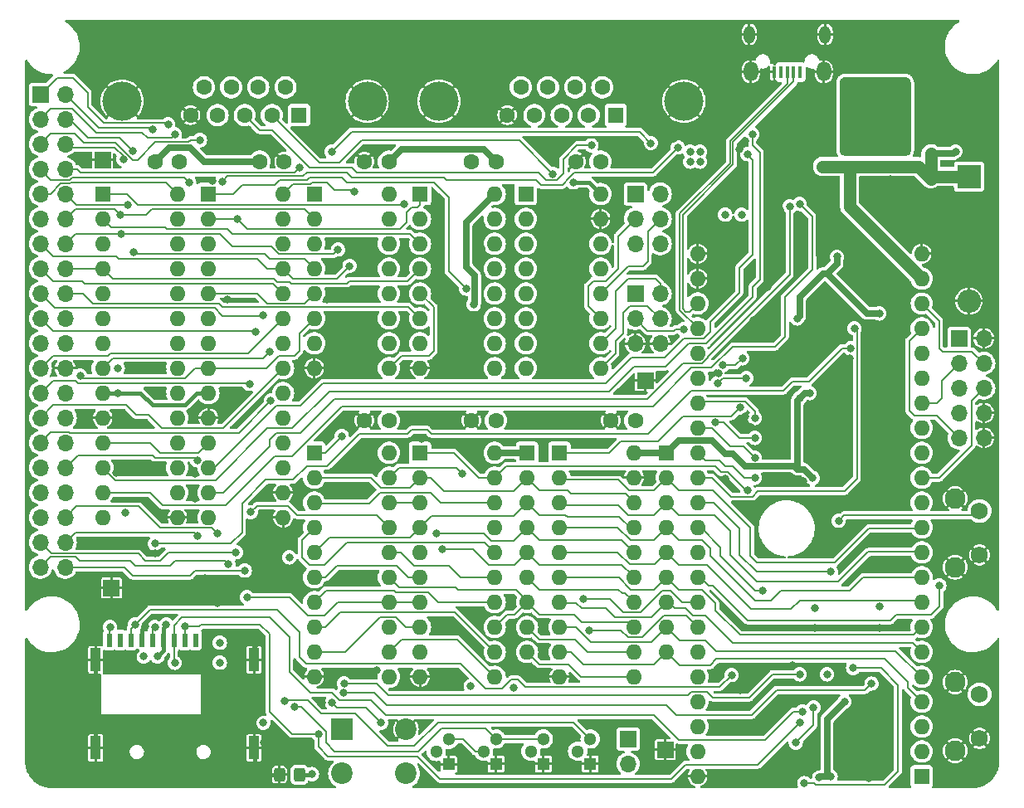
<source format=gtl>
G04 #@! TF.GenerationSoftware,KiCad,Pcbnew,7.0.2*
G04 #@! TF.CreationDate,2023-06-21T14:39:40-07:00*
G04 #@! TF.ProjectId,ESP32_Interface,45535033-325f-4496-9e74-657266616365,1*
G04 #@! TF.SameCoordinates,Original*
G04 #@! TF.FileFunction,Copper,L1,Top*
G04 #@! TF.FilePolarity,Positive*
%FSLAX46Y46*%
G04 Gerber Fmt 4.6, Leading zero omitted, Abs format (unit mm)*
G04 Created by KiCad (PCBNEW 7.0.2) date 2023-06-21 14:39:40*
%MOMM*%
%LPD*%
G01*
G04 APERTURE LIST*
G04 Aperture macros list*
%AMRoundRect*
0 Rectangle with rounded corners*
0 $1 Rounding radius*
0 $2 $3 $4 $5 $6 $7 $8 $9 X,Y pos of 4 corners*
0 Add a 4 corners polygon primitive as box body*
4,1,4,$2,$3,$4,$5,$6,$7,$8,$9,$2,$3,0*
0 Add four circle primitives for the rounded corners*
1,1,$1+$1,$2,$3*
1,1,$1+$1,$4,$5*
1,1,$1+$1,$6,$7*
1,1,$1+$1,$8,$9*
0 Add four rect primitives between the rounded corners*
20,1,$1+$1,$2,$3,$4,$5,0*
20,1,$1+$1,$4,$5,$6,$7,0*
20,1,$1+$1,$6,$7,$8,$9,0*
20,1,$1+$1,$8,$9,$2,$3,0*%
G04 Aperture macros list end*
G04 #@! TA.AperFunction,ComponentPad*
%ADD10C,4.000000*%
G04 #@! TD*
G04 #@! TA.AperFunction,ComponentPad*
%ADD11R,1.600000X1.600000*%
G04 #@! TD*
G04 #@! TA.AperFunction,ComponentPad*
%ADD12C,1.600000*%
G04 #@! TD*
G04 #@! TA.AperFunction,ComponentPad*
%ADD13R,1.300000X1.300000*%
G04 #@! TD*
G04 #@! TA.AperFunction,ComponentPad*
%ADD14C,1.300000*%
G04 #@! TD*
G04 #@! TA.AperFunction,ComponentPad*
%ADD15R,1.700000X1.700000*%
G04 #@! TD*
G04 #@! TA.AperFunction,ComponentPad*
%ADD16C,1.750000*%
G04 #@! TD*
G04 #@! TA.AperFunction,ComponentPad*
%ADD17C,2.100000*%
G04 #@! TD*
G04 #@! TA.AperFunction,ComponentPad*
%ADD18O,1.600000X1.600000*%
G04 #@! TD*
G04 #@! TA.AperFunction,ComponentPad*
%ADD19R,2.400000X2.400000*%
G04 #@! TD*
G04 #@! TA.AperFunction,ComponentPad*
%ADD20O,2.400000X2.400000*%
G04 #@! TD*
G04 #@! TA.AperFunction,SMDPad,CuDef*
%ADD21R,0.620000X1.400000*%
G04 #@! TD*
G04 #@! TA.AperFunction,SMDPad,CuDef*
%ADD22R,1.100000X2.400000*%
G04 #@! TD*
G04 #@! TA.AperFunction,SMDPad,CuDef*
%ADD23R,0.450000X1.300000*%
G04 #@! TD*
G04 #@! TA.AperFunction,ComponentPad*
%ADD24O,1.150000X1.800000*%
G04 #@! TD*
G04 #@! TA.AperFunction,ComponentPad*
%ADD25O,1.450000X2.000000*%
G04 #@! TD*
G04 #@! TA.AperFunction,ComponentPad*
%ADD26R,2.200000X2.200000*%
G04 #@! TD*
G04 #@! TA.AperFunction,ComponentPad*
%ADD27C,2.200000*%
G04 #@! TD*
G04 #@! TA.AperFunction,ComponentPad*
%ADD28O,1.700000X1.700000*%
G04 #@! TD*
G04 #@! TA.AperFunction,SMDPad,CuDef*
%ADD29RoundRect,0.250000X-0.325000X-0.450000X0.325000X-0.450000X0.325000X0.450000X-0.325000X0.450000X0*%
G04 #@! TD*
G04 #@! TA.AperFunction,ViaPad*
%ADD30C,0.800000*%
G04 #@! TD*
G04 #@! TA.AperFunction,Conductor*
%ADD31C,0.381000*%
G04 #@! TD*
G04 #@! TA.AperFunction,Conductor*
%ADD32C,0.152400*%
G04 #@! TD*
G04 #@! TA.AperFunction,Conductor*
%ADD33C,0.635000*%
G04 #@! TD*
G04 #@! TA.AperFunction,Conductor*
%ADD34C,1.270000*%
G04 #@! TD*
G04 APERTURE END LIST*
D10*
X120206000Y-63604000D03*
X95206000Y-63604000D03*
D11*
X113246000Y-65024000D03*
D12*
X110476000Y-65024000D03*
X107706000Y-65024000D03*
X104936000Y-65024000D03*
X102166000Y-65024000D03*
X111861000Y-62184000D03*
X109091000Y-62184000D03*
X106321000Y-62184000D03*
X103551000Y-62184000D03*
D10*
X152527500Y-63604000D03*
X127527500Y-63604000D03*
D11*
X145567500Y-65024000D03*
D12*
X142797500Y-65024000D03*
X140027500Y-65024000D03*
X137257500Y-65024000D03*
X134487500Y-65024000D03*
X144182500Y-62184000D03*
X141412500Y-62184000D03*
X138642500Y-62184000D03*
X135872500Y-62184000D03*
D13*
X128524000Y-131268000D03*
D14*
X127254000Y-129988000D03*
X128524000Y-128728000D03*
D12*
X122414000Y-69770000D03*
X119914000Y-69770000D03*
D15*
X150622000Y-129794000D03*
D16*
X182680580Y-124137000D03*
X182680580Y-128637000D03*
D17*
X180190580Y-122887000D03*
X180190580Y-129897000D03*
D11*
X103999000Y-73072000D03*
D18*
X103999000Y-75612000D03*
X103999000Y-78152000D03*
X103999000Y-80692000D03*
X103999000Y-83232000D03*
X103999000Y-85772000D03*
X103999000Y-88312000D03*
X103999000Y-90852000D03*
X103999000Y-93392000D03*
X103999000Y-95932000D03*
X103999000Y-98472000D03*
X103999000Y-101012000D03*
X103999000Y-103552000D03*
X103999000Y-106092000D03*
X111619000Y-106092000D03*
X111619000Y-103552000D03*
X111619000Y-101012000D03*
X111619000Y-98472000D03*
X111619000Y-95932000D03*
X111619000Y-93392000D03*
X111619000Y-90852000D03*
X111619000Y-88312000D03*
X111619000Y-85772000D03*
X111619000Y-83232000D03*
X111619000Y-80692000D03*
X111619000Y-78152000D03*
X111619000Y-75612000D03*
X111619000Y-73072000D03*
D12*
X122414000Y-96186000D03*
X119914000Y-96186000D03*
D19*
X181596000Y-71294000D03*
D20*
X181596000Y-83994000D03*
D11*
X150735000Y-99488000D03*
D18*
X150735000Y-102028000D03*
X150735000Y-104568000D03*
X150735000Y-107108000D03*
X150735000Y-109648000D03*
X150735000Y-112188000D03*
X150735000Y-114728000D03*
X150735000Y-117268000D03*
X150735000Y-119808000D03*
D11*
X136384000Y-73072000D03*
D18*
X136384000Y-75612000D03*
X136384000Y-78152000D03*
X136384000Y-80692000D03*
X136384000Y-83232000D03*
X136384000Y-85772000D03*
X136384000Y-88312000D03*
X136384000Y-90852000D03*
X144004000Y-90852000D03*
X144004000Y-88312000D03*
X144004000Y-85772000D03*
X144004000Y-83232000D03*
X144004000Y-80692000D03*
X144004000Y-78152000D03*
X144004000Y-75612000D03*
X144004000Y-73072000D03*
D11*
X125589000Y-73072000D03*
D18*
X125589000Y-75612000D03*
X125589000Y-78152000D03*
X125589000Y-80692000D03*
X125589000Y-83232000D03*
X125589000Y-85772000D03*
X125589000Y-88312000D03*
X125589000Y-90852000D03*
X133209000Y-90852000D03*
X133209000Y-88312000D03*
X133209000Y-85772000D03*
X133209000Y-83232000D03*
X133209000Y-80692000D03*
X133209000Y-78152000D03*
X133209000Y-75612000D03*
X133209000Y-73072000D03*
D11*
X139813000Y-99488000D03*
D18*
X139813000Y-102028000D03*
X139813000Y-104568000D03*
X139813000Y-107108000D03*
X139813000Y-109648000D03*
X139813000Y-112188000D03*
X139813000Y-114728000D03*
X139813000Y-117268000D03*
X139813000Y-119808000D03*
X139813000Y-122348000D03*
X147433000Y-122348000D03*
X147433000Y-119808000D03*
X147433000Y-117268000D03*
X147433000Y-114728000D03*
X147433000Y-112188000D03*
X147433000Y-109648000D03*
X147433000Y-107108000D03*
X147433000Y-104568000D03*
X147433000Y-102028000D03*
X147433000Y-99488000D03*
D21*
X102675000Y-118601500D03*
X101575000Y-118601500D03*
X100475000Y-118601500D03*
X99375000Y-118601500D03*
X98275000Y-118601500D03*
X97175000Y-118601500D03*
X96075000Y-118601500D03*
X94975000Y-118601500D03*
X93875000Y-118601500D03*
D22*
X92495000Y-129601500D03*
X92495000Y-120601500D03*
X108645000Y-120601500D03*
X108645000Y-129601500D03*
D12*
X147560000Y-96186000D03*
X145060000Y-96186000D03*
D11*
X136511000Y-99488000D03*
D18*
X136511000Y-102028000D03*
X136511000Y-104568000D03*
X136511000Y-107108000D03*
X136511000Y-109648000D03*
X136511000Y-112188000D03*
X136511000Y-114728000D03*
X136511000Y-117268000D03*
X136511000Y-119808000D03*
D13*
X133350000Y-131238000D03*
D14*
X132080000Y-129958000D03*
X133350000Y-128698000D03*
D23*
X164354000Y-60639400D03*
X163704000Y-60639400D03*
X163054000Y-60639400D03*
X162404000Y-60639400D03*
X161754000Y-60639400D03*
D24*
X166929000Y-56789400D03*
D25*
X166779000Y-60589400D03*
X159329000Y-60589400D03*
D24*
X159179000Y-56789400D03*
D12*
X98558000Y-69770000D03*
X101058000Y-69770000D03*
D15*
X93204000Y-69596000D03*
D13*
X138176000Y-131238000D03*
D14*
X136906000Y-129958000D03*
X138176000Y-128698000D03*
D26*
X117654000Y-127718000D03*
D27*
X124154000Y-127718000D03*
X117654000Y-132218000D03*
X124154000Y-132218000D03*
D11*
X125589000Y-99488000D03*
D18*
X125589000Y-102028000D03*
X125589000Y-104568000D03*
X125589000Y-107108000D03*
X125589000Y-109648000D03*
X125589000Y-112188000D03*
X125589000Y-114728000D03*
X125589000Y-117268000D03*
X125589000Y-119808000D03*
X125589000Y-122348000D03*
X133209000Y-122348000D03*
X133209000Y-119808000D03*
X133209000Y-117268000D03*
X133209000Y-114728000D03*
X133209000Y-112188000D03*
X133209000Y-109648000D03*
X133209000Y-107108000D03*
X133209000Y-104568000D03*
X133209000Y-102028000D03*
X133209000Y-99488000D03*
D15*
X147560000Y-73072000D03*
D28*
X150100000Y-73072000D03*
X147560000Y-75612000D03*
X150100000Y-75612000D03*
X147560000Y-78152000D03*
X150100000Y-78152000D03*
D11*
X114794000Y-99488000D03*
D18*
X114794000Y-102028000D03*
X114794000Y-104568000D03*
X114794000Y-107108000D03*
X114794000Y-109648000D03*
X114794000Y-112188000D03*
X114794000Y-114728000D03*
X114794000Y-117268000D03*
X114794000Y-119808000D03*
X114794000Y-122348000D03*
X122414000Y-122348000D03*
X122414000Y-119808000D03*
X122414000Y-117268000D03*
X122414000Y-114728000D03*
X122414000Y-112188000D03*
X122414000Y-109648000D03*
X122414000Y-107108000D03*
X122414000Y-104568000D03*
X122414000Y-102028000D03*
X122414000Y-99488000D03*
D11*
X176770000Y-132508000D03*
D18*
X176770000Y-129968000D03*
X176770000Y-127428000D03*
X176770000Y-124888000D03*
X176770000Y-122348000D03*
X176770000Y-119808000D03*
X176770000Y-117268000D03*
X176770000Y-114728000D03*
X176770000Y-112188000D03*
X176770000Y-109648000D03*
X176770000Y-107108000D03*
X176770000Y-104568000D03*
X176770000Y-102028000D03*
X176770000Y-99488000D03*
X176770000Y-96948000D03*
X176770000Y-94408000D03*
X176770000Y-91868000D03*
X176770000Y-89328000D03*
X176770000Y-86788000D03*
X176773680Y-84250720D03*
X176773680Y-81710720D03*
X176773680Y-79170720D03*
X153910000Y-79168000D03*
X153910000Y-81708000D03*
X153910000Y-84248000D03*
X153910000Y-86788000D03*
X153910000Y-89328000D03*
X153910000Y-91868000D03*
X153910000Y-94408000D03*
X153910000Y-96948000D03*
X153910000Y-99488000D03*
X153910000Y-102028000D03*
X153910000Y-104568000D03*
X153910000Y-107108000D03*
X153910000Y-109648000D03*
X153910000Y-112188000D03*
X153910000Y-114728000D03*
X153910000Y-117268000D03*
X153910000Y-119808000D03*
X153910000Y-122348000D03*
X153910000Y-124888000D03*
X153910000Y-127428000D03*
X153910000Y-129968000D03*
X153910000Y-132508000D03*
D15*
X94107000Y-113284000D03*
D11*
X114794000Y-73072000D03*
D18*
X114794000Y-75612000D03*
X114794000Y-78152000D03*
X114794000Y-80692000D03*
X114794000Y-83232000D03*
X114794000Y-85772000D03*
X114794000Y-88312000D03*
X114794000Y-90852000D03*
X122414000Y-90852000D03*
X122414000Y-88312000D03*
X122414000Y-85772000D03*
X122414000Y-83232000D03*
X122414000Y-80692000D03*
X122414000Y-78152000D03*
X122414000Y-75612000D03*
X122414000Y-73072000D03*
D15*
X148576000Y-92122000D03*
X180575000Y-87809000D03*
D28*
X183115000Y-87809000D03*
X180575000Y-90349000D03*
X183115000Y-90349000D03*
X180575000Y-92889000D03*
X183115000Y-92889000D03*
X180575000Y-95429000D03*
X183115000Y-95429000D03*
X180575000Y-97969000D03*
X183115000Y-97969000D03*
D13*
X142944000Y-131238000D03*
D14*
X141674000Y-129958000D03*
X142944000Y-128698000D03*
D29*
X111243000Y-132334000D03*
X113293000Y-132334000D03*
D12*
X133336000Y-96186000D03*
X130836000Y-96186000D03*
D16*
X182681500Y-105412000D03*
X182681500Y-109912000D03*
D17*
X180191500Y-104162000D03*
X180191500Y-111172000D03*
D11*
X93204000Y-73072000D03*
D18*
X93204000Y-75612000D03*
X93204000Y-78152000D03*
X93204000Y-80692000D03*
X93204000Y-83232000D03*
X93204000Y-85772000D03*
X93204000Y-88312000D03*
X93204000Y-90852000D03*
X93204000Y-93392000D03*
X93204000Y-95932000D03*
X93204000Y-98472000D03*
X93204000Y-101012000D03*
X93204000Y-103552000D03*
X93204000Y-106092000D03*
X100824000Y-106092000D03*
X100824000Y-103552000D03*
X100824000Y-101012000D03*
X100824000Y-98472000D03*
X100824000Y-95932000D03*
X100824000Y-93392000D03*
X100824000Y-90852000D03*
X100824000Y-88312000D03*
X100824000Y-85772000D03*
X100824000Y-83232000D03*
X100824000Y-80692000D03*
X100824000Y-78152000D03*
X100824000Y-75612000D03*
X100824000Y-73072000D03*
D12*
X144004000Y-69770000D03*
X141504000Y-69770000D03*
D15*
X146812000Y-128693000D03*
D28*
X146812000Y-131233000D03*
D12*
X133336000Y-69770000D03*
X130836000Y-69770000D03*
D15*
X147555000Y-83247000D03*
D28*
X150095000Y-83247000D03*
X147555000Y-85787000D03*
X150095000Y-85787000D03*
X147555000Y-88327000D03*
X150095000Y-88327000D03*
D12*
X109226000Y-69770000D03*
X111726000Y-69770000D03*
D15*
X86854000Y-62912000D03*
D28*
X86854000Y-65452000D03*
X86854000Y-67992000D03*
X86854000Y-70532000D03*
X86854000Y-73072000D03*
X86854000Y-75612000D03*
X86854000Y-78152000D03*
X86854000Y-80692000D03*
X86854000Y-83232000D03*
X86854000Y-85772000D03*
X86854000Y-88312000D03*
X86854000Y-90852000D03*
X86854000Y-93392000D03*
X86854000Y-95932000D03*
X86854000Y-98472000D03*
X86854000Y-101012000D03*
X86854000Y-103552000D03*
X86854000Y-106092000D03*
X86854000Y-108632000D03*
X86854000Y-111172000D03*
X89394000Y-111172000D03*
X89394000Y-108632000D03*
X89394000Y-106092000D03*
X89394000Y-103552000D03*
X89394000Y-101012000D03*
X89394000Y-98472000D03*
X89394000Y-95932000D03*
X89394000Y-93392000D03*
X89394000Y-90852000D03*
X89394000Y-88312000D03*
X89394000Y-85772000D03*
X89394000Y-83232000D03*
X89394000Y-80692000D03*
X89394000Y-78152000D03*
X89394000Y-75612000D03*
X89394000Y-73072000D03*
X89394000Y-70532000D03*
X89394000Y-67992000D03*
X89394000Y-65452000D03*
X89394000Y-62912000D03*
D30*
X121158000Y-121666000D03*
X158629900Y-72310000D03*
X168896000Y-128952000D03*
X175619500Y-71628000D03*
X110083600Y-132334000D03*
X104394000Y-71720098D03*
X173468000Y-124888000D03*
X171436000Y-73834000D03*
X92456000Y-122428000D03*
X108458000Y-56134000D03*
X158242000Y-123698000D03*
X171450000Y-56134000D03*
X97522000Y-117227900D03*
X121158000Y-56134000D03*
X146558000Y-56134000D03*
X156718000Y-102108000D03*
X103632000Y-112268000D03*
X158882547Y-87683900D03*
X183896000Y-79502000D03*
X165848000Y-74088000D03*
X161544000Y-81788000D03*
X162052000Y-132588000D03*
X154940000Y-83058000D03*
X115570000Y-124968000D03*
X162306000Y-74676000D03*
X182626000Y-82042000D03*
X159258000Y-81280000D03*
X177800000Y-56134000D03*
X171069000Y-77978000D03*
X182372000Y-68834000D03*
X158750000Y-95758000D03*
X102108000Y-56134000D03*
X116078000Y-83820000D03*
X125730000Y-98044000D03*
X163677600Y-132638800D03*
X171399200Y-132689600D03*
X105156000Y-132842000D03*
X141210000Y-87296000D03*
X162052000Y-81026000D03*
X183388000Y-132080000D03*
X168896000Y-126920000D03*
X137908000Y-73072000D03*
X131699000Y-76073000D03*
X104902000Y-114808000D03*
X161544000Y-61976000D03*
X165862000Y-117348000D03*
X108712000Y-131572000D03*
X114808000Y-56134000D03*
X152908000Y-56134000D03*
X131064000Y-100330000D03*
X141210000Y-74348900D03*
X98806000Y-132842000D03*
X158174054Y-68541836D03*
X172466000Y-117348000D03*
X85852000Y-112776000D03*
X158803086Y-67626549D03*
X182372000Y-63754000D03*
X159575134Y-85915134D03*
X105918000Y-83860100D03*
X167386000Y-65278000D03*
X156041146Y-91391189D03*
X171450000Y-80772000D03*
X183642000Y-65148800D03*
X92456000Y-132842000D03*
X115824000Y-86868000D03*
X140208000Y-56134000D03*
X163576000Y-121158000D03*
X127508000Y-56134000D03*
X154813000Y-85471000D03*
X109220000Y-118751900D03*
X160782000Y-132588000D03*
X159385000Y-96901000D03*
X161036000Y-82550000D03*
X183896000Y-61976000D03*
X183896000Y-112776000D03*
X168896000Y-130984000D03*
X98552000Y-109728000D03*
X173552001Y-71557999D03*
X104902000Y-113792000D03*
X160161500Y-122094000D03*
X95758000Y-56134000D03*
X99314000Y-90932000D03*
X86106000Y-127762000D03*
X86106000Y-121158000D03*
X151511000Y-67437000D03*
X94584134Y-101503866D03*
X109626400Y-129032000D03*
X179070000Y-132842000D03*
X92456000Y-127762000D03*
X179324000Y-62738000D03*
X183896000Y-121158000D03*
X168642000Y-91868000D03*
X113842800Y-129839000D03*
X182612000Y-76882000D03*
X86106000Y-131826000D03*
X159766000Y-132588000D03*
X169404000Y-89836000D03*
X183896000Y-73660000D03*
X183452999Y-67434801D03*
X159258000Y-90805000D03*
X118745000Y-122174000D03*
X131826000Y-78613000D03*
X99314000Y-93472000D03*
X164651853Y-102381371D03*
X102616000Y-104140000D03*
X133858000Y-56134000D03*
X183896000Y-101854000D03*
X102616000Y-101600000D03*
X154164000Y-68754000D03*
X166640030Y-70257980D03*
X177694499Y-71522499D03*
X154164000Y-69770000D03*
X135128000Y-123444000D03*
X177694499Y-68939501D03*
X95490000Y-105584000D03*
X131064000Y-84328000D03*
X94742000Y-90852000D03*
X130759200Y-123291600D03*
X112254000Y-110156000D03*
X169404000Y-73834000D03*
X180234999Y-68728999D03*
X94742000Y-93392000D03*
X153148000Y-68754000D03*
X167626000Y-70278000D03*
X153148000Y-69770000D03*
X168896000Y-124888000D03*
X171172000Y-61976000D03*
X98796900Y-120269000D03*
X166319200Y-132638800D03*
X169672000Y-63476000D03*
X158394900Y-75184000D03*
X167487600Y-132537200D03*
X164324000Y-93900000D03*
X165340000Y-93392000D03*
X169672000Y-68226000D03*
X164070000Y-85772000D03*
X156718000Y-75184000D03*
X165862000Y-115316000D03*
X172672000Y-68226000D03*
X169672000Y-65226000D03*
X171172000Y-68226000D03*
X172672000Y-61976000D03*
X169672000Y-66726000D03*
X167118000Y-81200000D03*
X105156000Y-120904000D03*
X168134000Y-79466000D03*
X172452000Y-85264000D03*
X165649249Y-102066751D03*
X167118000Y-122094000D03*
X141241269Y-71884269D03*
X105156000Y-118872000D03*
X97409000Y-120269000D03*
X99708502Y-117014000D03*
X169672000Y-61976000D03*
X172466000Y-115189000D03*
X109607900Y-127050800D03*
X159752000Y-102028000D03*
X168294600Y-106426000D03*
X99890901Y-65960000D03*
X100570000Y-66976000D03*
X103124000Y-67564000D03*
X102024201Y-71860100D03*
X118403790Y-80411105D03*
X109601000Y-85471000D03*
X107936000Y-114220000D03*
X108331000Y-105537000D03*
X108839000Y-87122000D03*
X118858000Y-72818000D03*
X108204000Y-92456000D03*
X110375701Y-94154000D03*
X111760000Y-124841000D03*
X106800100Y-109648000D03*
X106045000Y-110871000D03*
X106920000Y-75612000D03*
X107696000Y-111506000D03*
X102870000Y-107950000D03*
X104902000Y-107696000D03*
X102856000Y-100250000D03*
X112762000Y-125396000D03*
X90918000Y-91614000D03*
X117221000Y-78740000D03*
X95115900Y-77123400D03*
X94996000Y-75184000D03*
X95758000Y-74168000D03*
X96386100Y-78972400D03*
X110236000Y-89154000D03*
X113284000Y-70358000D03*
X95309585Y-69527639D03*
X96279241Y-68720759D03*
X98284000Y-66468000D03*
X139149612Y-71014818D03*
X143076945Y-68109875D03*
X142226000Y-114401600D03*
X152520100Y-86868000D03*
X142849600Y-117602000D03*
X114554000Y-132283200D03*
X100563759Y-120924241D03*
X164578000Y-125904000D03*
X98538000Y-117268000D03*
X117833704Y-123027197D03*
X164324000Y-122094000D03*
X96506000Y-117014000D03*
X156471928Y-90542341D03*
X157378400Y-122174000D03*
X158482000Y-89836000D03*
X117781707Y-123977678D03*
X93966000Y-117268000D03*
X171653200Y-123037600D03*
X178562000Y-113030000D03*
X130282538Y-82739885D03*
X98538000Y-108759000D03*
X169537900Y-88820000D03*
X158879000Y-91868000D03*
X155942000Y-92376000D03*
X163931600Y-129082800D03*
X165735000Y-125476000D03*
X159498000Y-66976000D03*
X159004000Y-69008000D03*
X169912000Y-86788000D03*
X155698916Y-96389184D03*
X159752000Y-97964000D03*
X159752000Y-99996000D03*
X159752000Y-95932000D03*
X127254000Y-107696000D03*
X127899425Y-109347910D03*
X129867229Y-101600253D03*
X164795200Y-133197600D03*
X116586000Y-124968000D03*
X169773600Y-121462800D03*
X121615200Y-127050800D03*
X159004000Y-103327200D03*
X158242000Y-94862100D03*
X105396000Y-71802000D03*
X151892000Y-68326000D03*
X164324000Y-74088000D03*
X163308000Y-74342000D03*
X160528000Y-113538000D03*
X167513000Y-111633000D03*
X123925400Y-74100600D03*
X117602000Y-97790000D03*
X149148288Y-67884600D03*
X116572000Y-68754000D03*
X164338000Y-127000000D03*
X115214400Y-128168400D03*
X101600000Y-117221000D03*
D31*
X108712000Y-129668500D02*
X108645000Y-129601500D01*
X97175000Y-117574900D02*
X97522000Y-117227900D01*
X109220000Y-118751900D02*
X108645000Y-119326900D01*
X92456000Y-122428000D02*
X92456000Y-120640500D01*
X108712000Y-131572000D02*
X108712000Y-129668500D01*
D32*
X161754000Y-60639400D02*
X161754000Y-61766000D01*
D31*
X108645000Y-119326900D02*
X108645000Y-120601500D01*
X92456000Y-129562500D02*
X92495000Y-129601500D01*
X111243000Y-132334000D02*
X110083600Y-132334000D01*
X92456000Y-127762000D02*
X92456000Y-129562500D01*
X97175000Y-118601500D02*
X97175000Y-117574900D01*
X92456000Y-120640500D02*
X92495000Y-120601500D01*
D32*
X161754000Y-61766000D02*
X161544000Y-61976000D01*
D31*
X101600000Y-94615000D02*
X102823000Y-93392000D01*
D33*
X131064000Y-84328000D02*
X131152438Y-84239562D01*
D34*
X177922998Y-71294000D02*
X177694499Y-71522499D01*
D33*
X103552000Y-69770000D02*
X109226000Y-69770000D01*
X132066100Y-68500100D02*
X133336000Y-69770000D01*
D34*
X169418000Y-70278000D02*
X166660050Y-70278000D01*
D33*
X177694499Y-68939501D02*
X180024497Y-68939501D01*
D31*
X97075000Y-93392000D02*
X98298000Y-94615000D01*
D33*
X98558000Y-69770000D02*
X100002000Y-68326000D01*
X131152438Y-81368438D02*
X130302000Y-80518000D01*
D34*
X166660050Y-70278000D02*
X166640030Y-70257980D01*
D33*
X122414000Y-69770000D02*
X123683900Y-68500100D01*
X123683900Y-68500100D02*
X132066100Y-68500100D01*
D34*
X169418000Y-73820000D02*
X169404000Y-73834000D01*
D33*
X102108000Y-68326000D02*
X103552000Y-69770000D01*
X130302000Y-80518000D02*
X130302000Y-75979000D01*
D31*
X93204000Y-93392000D02*
X97075000Y-93392000D01*
D33*
X131152438Y-84239562D02*
X131152438Y-81368438D01*
D31*
X102823000Y-93392000D02*
X103999000Y-93392000D01*
D34*
X176450000Y-70278000D02*
X177694499Y-71522499D01*
X169418000Y-70278000D02*
X176450000Y-70278000D01*
X169404000Y-74341040D02*
X176773680Y-81710720D01*
X169418000Y-70278000D02*
X169418000Y-73820000D01*
D33*
X133209000Y-99488000D02*
X136511000Y-99488000D01*
D31*
X98298000Y-94615000D02*
X101600000Y-94615000D01*
D33*
X100002000Y-68326000D02*
X102108000Y-68326000D01*
D34*
X169404000Y-73834000D02*
X169404000Y-74341040D01*
X181596000Y-71294000D02*
X177922998Y-71294000D01*
D33*
X130302000Y-75979000D02*
X133209000Y-73072000D01*
X180024497Y-68939501D02*
X180234999Y-68728999D01*
D34*
X177694499Y-68939501D02*
X177694499Y-71522499D01*
D31*
X141241269Y-71884269D02*
X142816269Y-71884269D01*
D33*
X160112325Y-100865900D02*
X160140225Y-100838000D01*
X164338000Y-85504000D02*
X164070000Y-85772000D01*
D31*
X142816269Y-71884269D02*
X144004000Y-73072000D01*
X99375000Y-119690900D02*
X99375000Y-118601500D01*
X98796900Y-120269000D02*
X99375000Y-119690900D01*
D33*
X167118000Y-132167600D02*
X167118000Y-126666000D01*
X167118000Y-81200000D02*
X171182000Y-85264000D01*
X171182000Y-85264000D02*
X172452000Y-85264000D01*
X152004900Y-98218100D02*
X155368100Y-98218100D01*
X165649249Y-102066751D02*
X164740598Y-101158100D01*
X150735000Y-99488000D02*
X152004900Y-98218100D01*
X167118000Y-81200000D02*
X168134000Y-80184000D01*
X166704000Y-81200000D02*
X164338000Y-83566000D01*
X160140225Y-100838000D02*
X163763900Y-100838000D01*
X164084000Y-101158100D02*
X164084000Y-94140000D01*
X164832000Y-93392000D02*
X165340000Y-93392000D01*
X167487600Y-132537200D02*
X167118000Y-132167600D01*
D31*
X99375000Y-118601500D02*
X99375000Y-117347502D01*
D33*
X157480000Y-99568000D02*
X158777900Y-100865900D01*
X158777900Y-100865900D02*
X160112325Y-100865900D01*
X164338000Y-83566000D02*
X164338000Y-85504000D01*
X155368100Y-98218100D02*
X156718000Y-99568000D01*
X167118000Y-126666000D02*
X168896000Y-124888000D01*
X163763900Y-100838000D02*
X164084000Y-101158100D01*
X169699400Y-62027200D02*
X169824400Y-62152200D01*
X164084000Y-94140000D02*
X164832000Y-93392000D01*
X167487600Y-132537200D02*
X166420800Y-132537200D01*
X147433000Y-99488000D02*
X150735000Y-99488000D01*
X164740598Y-101158100D02*
X164084000Y-101158100D01*
X166420800Y-132537200D02*
X166319200Y-132638800D01*
D31*
X99375000Y-117347502D02*
X99708502Y-117014000D01*
D33*
X167118000Y-81200000D02*
X166704000Y-81200000D01*
X156718000Y-99568000D02*
X157480000Y-99568000D01*
X164084000Y-94140000D02*
X164324000Y-93900000D01*
X168134000Y-80184000D02*
X168134000Y-79466000D01*
D32*
X157480000Y-100838000D02*
X158670000Y-102028000D01*
X158670000Y-102028000D02*
X159752000Y-102028000D01*
X156210000Y-100287999D02*
X156210000Y-100330000D01*
X168294600Y-106426000D02*
X168869841Y-105850759D01*
X168869841Y-105850759D02*
X182242741Y-105850759D01*
X156718000Y-100838000D02*
X157480000Y-100838000D01*
X153910000Y-99488000D02*
X154709999Y-100287999D01*
X154709999Y-100287999D02*
X156210000Y-100287999D01*
X156210000Y-100330000D02*
X156718000Y-100838000D01*
X182242741Y-105850759D02*
X182681500Y-105412000D01*
X91680000Y-64182000D02*
X93337900Y-65839900D01*
X93337900Y-65839900D02*
X99770801Y-65839900D01*
X88566000Y-61200000D02*
X90156000Y-61200000D01*
X91680000Y-62724000D02*
X91680000Y-64182000D01*
X99770801Y-65839900D02*
X99890901Y-65960000D01*
X90156000Y-61200000D02*
X91680000Y-62724000D01*
X86854000Y-62912000D02*
X88566000Y-61200000D01*
X97769832Y-67320200D02*
X100225800Y-67320200D01*
X87932600Y-64373400D02*
X90093400Y-64373400D01*
X100225800Y-67320200D02*
X100570000Y-66976000D01*
X86854000Y-65452000D02*
X87932600Y-64373400D01*
X97251632Y-66802000D02*
X97769832Y-67320200D01*
X90093400Y-64373400D02*
X92522000Y-66802000D01*
X92522000Y-66802000D02*
X97251632Y-66802000D01*
X94539014Y-67868800D02*
X96266214Y-69596000D01*
X102200504Y-67564000D02*
X103124000Y-67564000D01*
X101984105Y-67780399D02*
X102200504Y-67564000D01*
X96780567Y-69596000D02*
X98596168Y-67780399D01*
X90347400Y-66913400D02*
X91302800Y-67868800D01*
X98596168Y-67780399D02*
X101984105Y-67780399D01*
X86854000Y-67992000D02*
X87932600Y-66913400D01*
X91302800Y-67868800D02*
X94539014Y-67868800D01*
X96266214Y-69596000D02*
X96780567Y-69596000D01*
X87932600Y-66913400D02*
X90347400Y-66913400D01*
X86854000Y-70532000D02*
X87932600Y-71610600D01*
X90077371Y-71374000D02*
X101538101Y-71374000D01*
X89840771Y-71610600D02*
X90077371Y-71374000D01*
X87932600Y-71610600D02*
X89840771Y-71610600D01*
X101538101Y-71374000D02*
X102024201Y-71860100D01*
X90000423Y-71882000D02*
X99634000Y-71882000D01*
X88947229Y-71993400D02*
X89889023Y-71993400D01*
X87868629Y-73072000D02*
X88947229Y-71993400D01*
X86854000Y-73072000D02*
X87868629Y-73072000D01*
X99634000Y-71882000D02*
X100824000Y-73072000D01*
X89889023Y-71993400D02*
X90000423Y-71882000D01*
X86854000Y-78152000D02*
X88124000Y-79422000D01*
X94559864Y-79422000D02*
X94801264Y-79663400D01*
X108939400Y-79663400D02*
X109968000Y-80692000D01*
X94801264Y-79663400D02*
X108939400Y-79663400D01*
X117094295Y-81720600D02*
X118403790Y-80411105D01*
X88124000Y-79422000D02*
X94559864Y-79422000D01*
X112647600Y-81720600D02*
X117094295Y-81720600D01*
X111619000Y-80692000D02*
X112647600Y-81720600D01*
X109968000Y-80692000D02*
X111619000Y-80692000D01*
X115904000Y-117268000D02*
X114794000Y-117268000D01*
X91106000Y-81962000D02*
X91347400Y-82203400D01*
X129157600Y-115756600D02*
X117415400Y-115756600D01*
X86854000Y-80692000D02*
X88124000Y-81962000D01*
X88124000Y-81962000D02*
X91106000Y-81962000D01*
X133209000Y-119808000D02*
X129157600Y-115756600D01*
X117415400Y-115756600D02*
X115904000Y-117268000D01*
X91347400Y-82203400D02*
X110590400Y-82203400D01*
X110590400Y-82203400D02*
X111619000Y-83232000D01*
X109554000Y-85518000D02*
X105457000Y-85518000D01*
X109601000Y-85471000D02*
X109554000Y-85518000D01*
X88315400Y-84693400D02*
X86854000Y-83232000D01*
X115824000Y-116078000D02*
X114112000Y-116078000D01*
X122414000Y-114728000D02*
X125589000Y-114728000D01*
X114112000Y-116078000D02*
X112254000Y-114220000D01*
X104632400Y-84693400D02*
X88315400Y-84693400D01*
X105457000Y-85518000D02*
X104632400Y-84693400D01*
X122414000Y-114728000D02*
X117174000Y-114728000D01*
X117174000Y-114728000D02*
X115824000Y-116078000D01*
X112254000Y-114220000D02*
X107936000Y-114220000D01*
X108839000Y-87122000D02*
X108759000Y-87042000D01*
X108759000Y-87042000D02*
X88124000Y-87042000D01*
X88124000Y-87042000D02*
X86854000Y-85772000D01*
X113041200Y-105838000D02*
X121144000Y-105838000D01*
X112088101Y-104884901D02*
X113041200Y-105838000D01*
X108331000Y-105537000D02*
X108983099Y-104884901D01*
X108983099Y-104884901D02*
X112088101Y-104884901D01*
X121144000Y-105838000D02*
X122414000Y-107108000D01*
X108050400Y-89340600D02*
X111619000Y-85772000D01*
X115984000Y-113538000D02*
X122936000Y-113538000D01*
X127428000Y-114728000D02*
X133209000Y-114728000D01*
X123097400Y-113699400D02*
X126399400Y-113699400D01*
X88124000Y-89582000D02*
X93712000Y-89582000D01*
X126399400Y-113699400D02*
X127428000Y-114728000D01*
X114794000Y-114728000D02*
X115984000Y-113538000D01*
X93712000Y-89582000D02*
X93953400Y-89340600D01*
X93953400Y-89340600D02*
X108050400Y-89340600D01*
X122936000Y-113538000D02*
X123097400Y-113699400D01*
X86854000Y-90852000D02*
X88124000Y-89582000D01*
X122414000Y-104568000D02*
X125589000Y-104568000D01*
X114554000Y-71882000D02*
X114392600Y-72043400D01*
X88124000Y-92122000D02*
X86854000Y-93392000D01*
X90651400Y-92363400D02*
X90410000Y-92122000D01*
X116840000Y-72644000D02*
X116078000Y-71882000D01*
X114392600Y-72043400D02*
X112647600Y-72043400D01*
X108204000Y-92456000D02*
X108111400Y-92363400D01*
X116078000Y-71882000D02*
X114554000Y-71882000D01*
X108111400Y-92363400D02*
X90651400Y-92363400D01*
X118858000Y-72818000D02*
X118684000Y-72644000D01*
X90410000Y-92122000D02*
X88124000Y-92122000D01*
X118684000Y-72644000D02*
X116840000Y-72644000D01*
X112647600Y-72043400D02*
X111619000Y-73072000D01*
X114794000Y-104568000D02*
X114874000Y-104648000D01*
X105493800Y-96977200D02*
X111619000Y-90852000D01*
X99263200Y-96977200D02*
X105493800Y-96977200D01*
X96647000Y-95631000D02*
X97917000Y-95631000D01*
X86854000Y-95932000D02*
X88171000Y-94615000D01*
X114874000Y-104648000D02*
X120396000Y-104648000D01*
X95631000Y-94615000D02*
X96647000Y-95631000D01*
X126653400Y-103539400D02*
X127682000Y-104568000D01*
X127682000Y-104568000D02*
X133209000Y-104568000D01*
X88171000Y-94615000D02*
X95631000Y-94615000D01*
X120396000Y-104648000D02*
X121504600Y-103539400D01*
X97917000Y-95631000D02*
X99263200Y-96977200D01*
X121504600Y-103539400D02*
X126653400Y-103539400D01*
X107095301Y-97434400D02*
X110375701Y-94154000D01*
X118108600Y-108619400D02*
X115810000Y-110918000D01*
X115810000Y-110918000D02*
X114286000Y-110918000D01*
X113524000Y-110156000D02*
X113524000Y-108378000D01*
X132180400Y-108619400D02*
X118108600Y-108619400D01*
X89840771Y-97393400D02*
X89881771Y-97434400D01*
X87932600Y-97393400D02*
X89840771Y-97393400D01*
X114286000Y-110918000D02*
X113524000Y-110156000D01*
X89881771Y-97434400D02*
X107095301Y-97434400D01*
X86854000Y-98472000D02*
X87932600Y-97393400D01*
X113524000Y-108378000D02*
X114794000Y-107108000D01*
X133209000Y-109648000D02*
X132180400Y-108619400D01*
X127406400Y-127000000D02*
X141246000Y-127000000D01*
X118973600Y-126085600D02*
X122275600Y-129387600D01*
X122275600Y-129387600D02*
X125018800Y-129387600D01*
X141246000Y-127000000D02*
X142944000Y-128698000D01*
X125018800Y-129387600D02*
X127406400Y-127000000D01*
X115483600Y-126085600D02*
X118973600Y-126085600D01*
X114165400Y-124767400D02*
X115483600Y-126085600D01*
X111833600Y-124767400D02*
X114165400Y-124767400D01*
X111760000Y-124841000D02*
X111833600Y-124767400D01*
X99060000Y-110490000D02*
X99902000Y-109648000D01*
X86854000Y-108632000D02*
X88010600Y-109788600D01*
X99902000Y-109648000D02*
X106800100Y-109648000D01*
X97536000Y-110490000D02*
X99060000Y-110490000D01*
X96834600Y-109788600D02*
X97536000Y-110490000D01*
X88010600Y-109788600D02*
X96834600Y-109788600D01*
X90820600Y-110490000D02*
X90424000Y-110093400D01*
X87932600Y-110093400D02*
X86854000Y-111172000D01*
X96520000Y-110998000D02*
X96012000Y-110490000D01*
X96012000Y-110490000D02*
X90820600Y-110490000D01*
X100584000Y-110490000D02*
X105664000Y-110490000D01*
X105664000Y-110490000D02*
X106045000Y-110871000D01*
X103999000Y-83232000D02*
X108952000Y-83232000D01*
X109980600Y-84260600D02*
X113765400Y-84260600D01*
X100076000Y-110998000D02*
X96520000Y-110998000D01*
X108952000Y-83232000D02*
X109980600Y-84260600D01*
X100076000Y-110998000D02*
X100584000Y-110490000D01*
X90424000Y-110093400D02*
X87932600Y-110093400D01*
X113765400Y-84260600D02*
X114794000Y-83232000D01*
X123511400Y-76640600D02*
X124206000Y-75946000D01*
X125589000Y-74168000D02*
X125589000Y-73072000D01*
X124206000Y-74930000D02*
X124714000Y-74422000D01*
X125335000Y-74422000D02*
X125589000Y-74168000D01*
X96266000Y-112014000D02*
X95424000Y-111172000D01*
X124714000Y-74422000D02*
X125335000Y-74422000D01*
X107948600Y-76640600D02*
X123511400Y-76640600D01*
X103999000Y-75612000D02*
X106920000Y-75612000D01*
X107696000Y-111506000D02*
X102616000Y-111506000D01*
X124206000Y-75946000D02*
X124206000Y-74930000D01*
X102616000Y-111506000D02*
X102108000Y-112014000D01*
X102108000Y-112014000D02*
X96266000Y-112014000D01*
X95424000Y-111172000D02*
X89394000Y-111172000D01*
X106920000Y-75612000D02*
X107948600Y-76640600D01*
X89394000Y-108632000D02*
X90410000Y-107616000D01*
X90410000Y-107616000D02*
X102536000Y-107616000D01*
X102536000Y-107616000D02*
X102870000Y-107950000D01*
X96877500Y-104955400D02*
X90530600Y-104955400D01*
X99060000Y-107137900D02*
X96877500Y-104955400D01*
X104343900Y-107137900D02*
X99060000Y-107137900D01*
X104902000Y-107696000D02*
X104343900Y-107137900D01*
X90530600Y-104955400D02*
X89394000Y-106092000D01*
X89394000Y-101012000D02*
X90664000Y-99742000D01*
X90664000Y-99742000D02*
X98296600Y-99742000D01*
X98538000Y-99983400D02*
X102589400Y-99983400D01*
X102589400Y-99983400D02*
X102856000Y-100250000D01*
X98296600Y-99742000D02*
X98538000Y-99983400D01*
X113458000Y-125396000D02*
X115976400Y-127914400D01*
X132261600Y-127609600D02*
X133350000Y-128698000D01*
X115976400Y-127914400D02*
X115976400Y-129032000D01*
X125425200Y-129946400D02*
X127762000Y-127609600D01*
X115976400Y-129032000D02*
X116890800Y-129946400D01*
X116890800Y-129946400D02*
X125425200Y-129946400D01*
X133350000Y-128698000D02*
X138176000Y-128698000D01*
X127762000Y-127609600D02*
X132261600Y-127609600D01*
X112762000Y-125396000D02*
X113458000Y-125396000D01*
X103999000Y-90852000D02*
X102602000Y-90852000D01*
X101573400Y-91880600D02*
X91184600Y-91880600D01*
X109939169Y-90852000D02*
X103999000Y-90852000D01*
X91184600Y-91880600D02*
X90918000Y-91614000D01*
X102602000Y-90852000D02*
X101573400Y-91880600D01*
X113270000Y-87296000D02*
X113270000Y-89074000D01*
X112762000Y-89582000D02*
X111209169Y-89582000D01*
X111209169Y-89582000D02*
X109939169Y-90852000D01*
X114794000Y-85772000D02*
X113270000Y-87296000D01*
X113270000Y-89074000D02*
X112762000Y-89582000D01*
X91172000Y-83232000D02*
X92200600Y-84260600D01*
X105088625Y-84260600D02*
X105410025Y-84582000D01*
X105410025Y-84582000D02*
X124399000Y-84582000D01*
X92200600Y-84260600D02*
X105088625Y-84260600D01*
X89394000Y-83232000D02*
X91172000Y-83232000D01*
X124399000Y-84582000D02*
X125589000Y-85772000D01*
X118350000Y-81962000D02*
X124319000Y-81962000D01*
X89394000Y-80692000D02*
X93204000Y-80692000D01*
X93204000Y-80692000D02*
X94232600Y-81720600D01*
X112268000Y-82042000D02*
X112429400Y-82203400D01*
X124319000Y-81962000D02*
X125589000Y-80692000D01*
X94232600Y-81720600D02*
X110676600Y-81720600D01*
X112429400Y-82203400D02*
X118108600Y-82203400D01*
X110676600Y-81720600D02*
X110998000Y-82042000D01*
X118108600Y-82203400D02*
X118350000Y-81962000D01*
X110998000Y-82042000D02*
X112268000Y-82042000D01*
X116780400Y-79180600D02*
X114367939Y-79180600D01*
X112057661Y-79168000D02*
X112045061Y-79180600D01*
X114367939Y-79180600D02*
X114355339Y-79168000D01*
X106412000Y-78406000D02*
X105129400Y-77123400D01*
X114355339Y-79168000D02*
X112057661Y-79168000D01*
X110418339Y-78406000D02*
X106412000Y-78406000D01*
X112045061Y-79180600D02*
X111192939Y-79180600D01*
X105129400Y-77123400D02*
X95115900Y-77123400D01*
X117221000Y-78740000D02*
X116780400Y-79180600D01*
X89394000Y-78152000D02*
X90422600Y-77123400D01*
X111192939Y-79180600D02*
X110418339Y-78406000D01*
X90422600Y-77123400D02*
X95115900Y-77123400D01*
X113765400Y-74583400D02*
X98266700Y-74583400D01*
X90422600Y-74583400D02*
X94395400Y-74583400D01*
X89394000Y-75612000D02*
X90422600Y-74583400D01*
X94395400Y-74583400D02*
X94996000Y-75184000D01*
X114794000Y-75612000D02*
X113765400Y-74583400D01*
X98266700Y-74583400D02*
X97666100Y-75184000D01*
X97666100Y-75184000D02*
X94996000Y-75184000D01*
X90490000Y-74168000D02*
X95758000Y-74168000D01*
X89394000Y-73072000D02*
X90490000Y-74168000D01*
X114794000Y-80692000D02*
X113765400Y-79663400D01*
X96594300Y-79180600D02*
X96386100Y-78972400D01*
X113765400Y-79663400D02*
X110209400Y-79663400D01*
X110209400Y-79663400D02*
X109726600Y-79180600D01*
X109726600Y-79180600D02*
X96594300Y-79180600D01*
X90596081Y-70532000D02*
X89394000Y-70532000D01*
X94232600Y-89823400D02*
X93204000Y-90852000D01*
X112776000Y-70866000D02*
X90930081Y-70866000D01*
X90930081Y-70866000D02*
X90596081Y-70532000D01*
X109566600Y-89823400D02*
X94232600Y-89823400D01*
X110236000Y-89154000D02*
X109566600Y-89823400D01*
X113284000Y-70358000D02*
X112776000Y-70866000D01*
X89728000Y-68326000D02*
X94424973Y-68326000D01*
X89394000Y-67992000D02*
X89728000Y-68326000D01*
X94424973Y-68326000D02*
X95309585Y-69210612D01*
X95309585Y-69210612D02*
X95309585Y-69527639D01*
X89836000Y-65452000D02*
X91744800Y-67360800D01*
X91744800Y-67360800D02*
X94919282Y-67360800D01*
X89394000Y-65452000D02*
X89836000Y-65452000D01*
X94919282Y-67360800D02*
X96279241Y-68720759D01*
X98110000Y-66294000D02*
X98284000Y-66468000D01*
X89394000Y-62912000D02*
X92776000Y-66294000D01*
X92776000Y-66294000D02*
X98110000Y-66294000D01*
X110476000Y-65024000D02*
X115302000Y-69850000D01*
X119634000Y-67564000D02*
X135698794Y-67564000D01*
X135698794Y-67564000D02*
X139149612Y-71014818D01*
X115302000Y-69850000D02*
X117348000Y-69850000D01*
X117348000Y-69850000D02*
X119634000Y-67564000D01*
X140208000Y-70982349D02*
X140208000Y-69521811D01*
X137668000Y-70866000D02*
X138444918Y-71642918D01*
X108712000Y-66030000D02*
X108712000Y-66040000D01*
X139547431Y-71642918D02*
X140208000Y-70982349D01*
X114288347Y-70358000D02*
X118618000Y-70358000D01*
X107706000Y-65024000D02*
X108712000Y-66030000D01*
X138444918Y-71642918D02*
X139547431Y-71642918D01*
X140208000Y-69521811D02*
X141619936Y-68109875D01*
X109220000Y-66548000D02*
X110478347Y-66548000D01*
X141619936Y-68109875D02*
X143076945Y-68109875D01*
X110478347Y-66548000D02*
X114288347Y-70358000D01*
X119126000Y-70866000D02*
X137668000Y-70866000D01*
X108712000Y-66040000D02*
X109220000Y-66548000D01*
X118618000Y-70358000D02*
X119126000Y-70866000D01*
X146798000Y-81708000D02*
X145528000Y-82978000D01*
X142226000Y-114401600D02*
X144932400Y-114401600D01*
X145528000Y-85264000D02*
X145528000Y-86788000D01*
X144932400Y-114401600D02*
X146287400Y-115756600D01*
X149592000Y-81708000D02*
X146798000Y-81708000D01*
X150095000Y-82211000D02*
X149592000Y-81708000D01*
X146287400Y-115756600D02*
X148055400Y-115756600D01*
X145528000Y-86788000D02*
X144004000Y-88312000D01*
X148055400Y-115756600D02*
X150274000Y-113538000D01*
X152320000Y-114728000D02*
X153910000Y-114728000D01*
X150274000Y-113538000D02*
X151130000Y-113538000D01*
X151130000Y-113538000D02*
X152320000Y-114728000D01*
X145528000Y-82978000D02*
X145528000Y-85264000D01*
X150095000Y-83247000D02*
X150095000Y-82211000D01*
X152520100Y-86868000D02*
X151638000Y-86868000D01*
X148810000Y-87042000D02*
X147555000Y-85787000D01*
X151638000Y-86868000D02*
X151464000Y-87042000D01*
X151464000Y-87042000D02*
X148810000Y-87042000D01*
X145528000Y-89328000D02*
X144004000Y-90852000D01*
X146100800Y-117602000D02*
X146795400Y-118296600D01*
X146972000Y-84502000D02*
X146304000Y-85170000D01*
X148229400Y-118296600D02*
X150448000Y-116078000D01*
X146304000Y-85170000D02*
X146304000Y-87282000D01*
X146795400Y-118296600D02*
X148229400Y-118296600D01*
X142849600Y-117602000D02*
X146100800Y-117602000D01*
X150448000Y-116078000D02*
X152720000Y-116078000D01*
X146304000Y-87282000D02*
X145528000Y-88058000D01*
X148810000Y-84502000D02*
X146972000Y-84502000D01*
X150095000Y-85787000D02*
X148810000Y-84502000D01*
X145528000Y-88058000D02*
X145528000Y-89328000D01*
X152720000Y-116078000D02*
X153910000Y-117268000D01*
X145782000Y-80692000D02*
X144512000Y-81962000D01*
X143242000Y-81962000D02*
X142734000Y-82470000D01*
X145782000Y-77390000D02*
X145782000Y-80692000D01*
X142734000Y-84502000D02*
X144004000Y-85772000D01*
X147560000Y-75612000D02*
X145782000Y-77390000D01*
X144512000Y-81962000D02*
X143242000Y-81962000D01*
X142734000Y-82470000D02*
X142734000Y-84502000D01*
X148322000Y-80438000D02*
X148830000Y-79930000D01*
X148830000Y-76882000D02*
X150100000Y-75612000D01*
X144004000Y-83232000D02*
X146798000Y-80438000D01*
X146798000Y-80438000D02*
X148322000Y-80438000D01*
X148830000Y-79930000D02*
X148830000Y-76882000D01*
D31*
X113293000Y-132334000D02*
X114503200Y-132334000D01*
X114503200Y-132334000D02*
X114554000Y-132283200D01*
D32*
X160795800Y-128778000D02*
X163669800Y-125904000D01*
X100475000Y-117076000D02*
X101299000Y-116252000D01*
X110222000Y-116252000D02*
X112254000Y-118284000D01*
X100563759Y-120924241D02*
X100475000Y-120835482D01*
X120599200Y-124714000D02*
X122123200Y-126238000D01*
X112254000Y-121840000D02*
X114366000Y-123952000D01*
X122123200Y-126238000D02*
X149418000Y-126238000D01*
X151958000Y-128778000D02*
X160795800Y-128778000D01*
X112254000Y-118284000D02*
X112254000Y-121840000D01*
X149418000Y-126238000D02*
X151958000Y-128778000D01*
X100475000Y-120835482D02*
X100475000Y-118601500D01*
X101299000Y-116252000D02*
X110222000Y-116252000D01*
X116636800Y-123952000D02*
X117398800Y-124714000D01*
X163669800Y-125904000D02*
X164578000Y-125904000D01*
X114366000Y-123952000D02*
X116636800Y-123952000D01*
X117398800Y-124714000D02*
X120599200Y-124714000D01*
X100475000Y-118601500D02*
X100475000Y-117076000D01*
X159164000Y-124460000D02*
X155448000Y-124460000D01*
X152895669Y-124206000D02*
X122326400Y-124206000D01*
X98275000Y-117531000D02*
X98538000Y-117268000D01*
X117863107Y-123056600D02*
X117833704Y-123027197D01*
X121177000Y-123056600D02*
X117863107Y-123056600D01*
X155448000Y-124460000D02*
X154847400Y-123859400D01*
X164324000Y-122094000D02*
X161530000Y-122094000D01*
X161530000Y-122094000D02*
X159164000Y-124460000D01*
X122326400Y-124206000D02*
X121177000Y-123056600D01*
X154847400Y-123859400D02*
X153242269Y-123859400D01*
X98275000Y-118601500D02*
X98275000Y-117531000D01*
X153242269Y-123859400D02*
X152895669Y-124206000D01*
X113270000Y-117776000D02*
X113270000Y-120316000D01*
X156471928Y-90542341D02*
X157775659Y-90542341D01*
X96075000Y-118601500D02*
X96075000Y-117445000D01*
X98030000Y-115490000D02*
X110984000Y-115490000D01*
X157775659Y-90542341D02*
X158482000Y-89836000D01*
X134908200Y-122631200D02*
X135585200Y-122631200D01*
X156175800Y-123376600D02*
X157378400Y-122174000D01*
X133993800Y-123545600D02*
X134908200Y-122631200D01*
X110984000Y-115490000D02*
X113270000Y-117776000D01*
X96075000Y-117445000D02*
X96506000Y-117014000D01*
X136330600Y-123376600D02*
X156175800Y-123376600D01*
X132247600Y-123545600D02*
X133993800Y-123545600D01*
X113270000Y-120316000D02*
X113991400Y-121037400D01*
X113991400Y-121037400D02*
X129739400Y-121037400D01*
X135585200Y-122631200D02*
X136330600Y-123376600D01*
X129739400Y-121037400D02*
X132247600Y-123545600D01*
X96506000Y-117014000D02*
X98030000Y-115490000D01*
X117807385Y-123952000D02*
X117781707Y-123977678D01*
X150688000Y-125222000D02*
X122224800Y-125222000D01*
X170992800Y-123698000D02*
X161958000Y-123698000D01*
X93875000Y-118601500D02*
X93875000Y-117359000D01*
X93875000Y-117359000D02*
X93966000Y-117268000D01*
X151704000Y-126238000D02*
X150688000Y-125222000D01*
X120954800Y-123952000D02*
X117807385Y-123952000D01*
X159418000Y-126238000D02*
X151704000Y-126238000D01*
X122224800Y-125222000D02*
X120954800Y-123952000D01*
X171653200Y-123037600D02*
X170992800Y-123698000D01*
X161958000Y-123698000D02*
X159418000Y-126238000D01*
X163704000Y-60639400D02*
X163704000Y-61614401D01*
X152400000Y-84785948D02*
X152704052Y-85090000D01*
X157530800Y-67787601D02*
X157530800Y-70053200D01*
X163704000Y-61614401D02*
X157530800Y-67787601D01*
X152400000Y-75184000D02*
X152400000Y-84785948D01*
X152704052Y-85090000D02*
X153068000Y-85090000D01*
X157530800Y-70053200D02*
X152400000Y-75184000D01*
X153068000Y-85090000D02*
X153910000Y-84248000D01*
X163054000Y-61833349D02*
X163054000Y-60639400D01*
X152095200Y-84912200D02*
X152095200Y-75057748D01*
X152095200Y-75057748D02*
X157226000Y-69926948D01*
X153910000Y-86788000D02*
X153910000Y-86727000D01*
X157226000Y-69926948D02*
X157226000Y-67661349D01*
X153910000Y-86727000D02*
X152095200Y-84912200D01*
X157226000Y-67661349D02*
X163054000Y-61833349D01*
X178802000Y-93900000D02*
X178802000Y-92122000D01*
X178802000Y-92122000D02*
X180575000Y-90349000D01*
X176770000Y-94408000D02*
X178294000Y-94408000D01*
X178294000Y-94408000D02*
X178802000Y-93900000D01*
X178548000Y-86025040D02*
X176773680Y-84250720D01*
X178548000Y-88820000D02*
X178548000Y-86025040D01*
X183115000Y-90349000D02*
X181920000Y-89154000D01*
X178882000Y-89154000D02*
X178548000Y-88820000D01*
X181920000Y-89154000D02*
X178882000Y-89154000D01*
X155016200Y-113030000D02*
X155448000Y-113030000D01*
X159004000Y-116586000D02*
X173609000Y-116586000D01*
X178562000Y-115189000D02*
X178562000Y-113030000D01*
X153910000Y-112188000D02*
X154174200Y-112188000D01*
X173609000Y-116586000D02*
X174193200Y-116001800D01*
X155448000Y-113030000D02*
X159004000Y-116586000D01*
X177749200Y-116001800D02*
X178562000Y-115189000D01*
X154174200Y-112188000D02*
X155016200Y-113030000D01*
X174193200Y-116001800D02*
X177749200Y-116001800D01*
X178548000Y-102028000D02*
X176770000Y-102028000D01*
X183115000Y-92889000D02*
X181850000Y-94154000D01*
X181850000Y-94154000D02*
X181850000Y-98726000D01*
X181850000Y-98726000D02*
X178548000Y-102028000D01*
X178289000Y-95683000D02*
X180575000Y-97969000D01*
X175500000Y-95170000D02*
X176013000Y-95683000D01*
X176770000Y-86788000D02*
X175500000Y-88058000D01*
X176013000Y-95683000D02*
X178289000Y-95683000D01*
X175500000Y-88058000D02*
X175500000Y-95170000D01*
X131228000Y-129958000D02*
X132080000Y-129958000D01*
X129998000Y-128728000D02*
X131228000Y-129958000D01*
X128524000Y-128728000D02*
X129998000Y-128728000D01*
X128524000Y-80981347D02*
X130282538Y-82739885D01*
X128524000Y-73406000D02*
X128524000Y-80981347D01*
X117602000Y-71374000D02*
X118110000Y-71882000D01*
X107425866Y-72152134D02*
X110727866Y-72152134D01*
X106506000Y-73072000D02*
X107425866Y-72152134D01*
X111252000Y-71628000D02*
X114046000Y-71628000D01*
X114046000Y-71628000D02*
X114300000Y-71374000D01*
X110727866Y-72152134D02*
X111252000Y-71628000D01*
X127000000Y-71882000D02*
X128524000Y-73406000D01*
X118110000Y-71882000D02*
X127000000Y-71882000D01*
X114300000Y-71374000D02*
X117602000Y-71374000D01*
X103999000Y-73072000D02*
X106506000Y-73072000D01*
X114062600Y-100821400D02*
X116126868Y-100821400D01*
X119412268Y-97536000D02*
X124333000Y-97536000D01*
X124714000Y-97155000D02*
X126365000Y-97155000D01*
X98538000Y-108759000D02*
X106285000Y-108759000D01*
X163576000Y-92202000D02*
X165250404Y-92202000D01*
X168632404Y-88820000D02*
X169537900Y-88820000D01*
X153294993Y-93138000D02*
X162640000Y-93138000D01*
X106285000Y-108759000D02*
X107428000Y-107616000D01*
X116126868Y-100821400D02*
X119412268Y-97536000D01*
X162640000Y-93138000D02*
X163576000Y-92202000D01*
X148896993Y-97536000D02*
X153294993Y-93138000D01*
X107428000Y-107616000D02*
X107428000Y-104662000D01*
X107428000Y-104662000D02*
X109855000Y-102235000D01*
X124333000Y-97536000D02*
X124714000Y-97155000D01*
X126365000Y-97155000D02*
X126746000Y-97536000D01*
X112649000Y-102235000D02*
X114062600Y-100821400D01*
X165250404Y-92202000D02*
X168632404Y-88820000D01*
X109855000Y-102235000D02*
X112649000Y-102235000D01*
X126746000Y-97536000D02*
X148896993Y-97536000D01*
X156450000Y-91868000D02*
X155942000Y-92376000D01*
X165735000Y-127279400D02*
X165735000Y-125476000D01*
X158879000Y-91868000D02*
X156450000Y-91868000D01*
X163931600Y-129082800D02*
X165735000Y-127279400D01*
X160260000Y-68820000D02*
X159498000Y-68058000D01*
X153000600Y-88299400D02*
X154778600Y-88299400D01*
X159512000Y-82550000D02*
X160260000Y-81802000D01*
X110032800Y-96977200D02*
X112572800Y-96977200D01*
X159512000Y-83566000D02*
X159512000Y-82550000D01*
X93204000Y-101012000D02*
X94474000Y-102282000D01*
X112572800Y-96977200D02*
X116332000Y-93218000D01*
X147432454Y-90678000D02*
X150622000Y-90678000D01*
X160260000Y-81802000D02*
X160260000Y-68820000D01*
X104728000Y-102282000D02*
X110032800Y-96977200D01*
X144892454Y-93218000D02*
X147432454Y-90678000D01*
X94474000Y-102282000D02*
X104728000Y-102282000D01*
X116332000Y-93218000D02*
X144892454Y-93218000D01*
X154778600Y-88299400D02*
X159512000Y-83566000D01*
X159498000Y-68058000D02*
X159498000Y-66976000D01*
X150622000Y-90678000D02*
X153000600Y-88299400D01*
X147140002Y-89747998D02*
X150536002Y-89747998D01*
X159498000Y-69610000D02*
X159004000Y-69116000D01*
X104775000Y-100838000D02*
X110951000Y-94662000D01*
X113364000Y-94662000D02*
X115650000Y-92376000D01*
X158159977Y-83140023D02*
X158159977Y-80600023D01*
X152467400Y-87816600D02*
X154499400Y-87816600D01*
X103999000Y-101012000D02*
X104173000Y-100838000D01*
X144512000Y-92376000D02*
X147140002Y-89747998D01*
X155194000Y-87122000D02*
X155194000Y-86106000D01*
X115650000Y-92376000D02*
X144512000Y-92376000D01*
X110951000Y-94662000D02*
X113364000Y-94662000D01*
X150536002Y-89747998D02*
X152467400Y-87816600D01*
X158159977Y-80600023D02*
X159498000Y-79262000D01*
X104173000Y-100838000D02*
X104775000Y-100838000D01*
X159004000Y-69116000D02*
X159004000Y-69008000D01*
X154499400Y-87816600D02*
X155194000Y-87122000D01*
X159498000Y-79262000D02*
X159498000Y-69610000D01*
X155194000Y-86106000D02*
X158159977Y-83140023D01*
X153910000Y-102028000D02*
X155368000Y-102028000D01*
X170166000Y-87042000D02*
X169912000Y-86788000D01*
X157295800Y-103955800D02*
X159493000Y-103955800D01*
X160070800Y-103378000D02*
X168910000Y-103378000D01*
X170166000Y-102122000D02*
X170166000Y-87042000D01*
X159493000Y-103955800D02*
X160070800Y-103378000D01*
X168910000Y-103378000D02*
X170166000Y-102122000D01*
X155368000Y-102028000D02*
X157295800Y-103955800D01*
X156587184Y-96389184D02*
X158162000Y-97964000D01*
X158162000Y-97964000D02*
X159752000Y-97964000D01*
X155698916Y-96389184D02*
X156587184Y-96389184D01*
X155368000Y-96948000D02*
X153910000Y-96948000D01*
X159752000Y-99996000D02*
X158562000Y-98806000D01*
X157226000Y-98806000D02*
X155368000Y-96948000D01*
X158562000Y-98806000D02*
X157226000Y-98806000D01*
X154084000Y-94234000D02*
X158750000Y-94234000D01*
X153910000Y-94408000D02*
X154084000Y-94234000D01*
X159752000Y-95236000D02*
X159752000Y-95932000D01*
X158750000Y-94234000D02*
X159752000Y-95236000D01*
X147433000Y-104568000D02*
X146552900Y-103687900D01*
X140665200Y-103327200D02*
X137810200Y-103327200D01*
X120570000Y-102028000D02*
X121598600Y-103056600D01*
X135161000Y-103378000D02*
X136511000Y-102028000D01*
X114794000Y-102028000D02*
X120570000Y-102028000D01*
X121598600Y-103056600D02*
X124560400Y-103056600D01*
X126666000Y-102028000D02*
X128016000Y-103378000D01*
X124560400Y-103056600D02*
X125589000Y-102028000D01*
X141025900Y-103687900D02*
X140665200Y-103327200D01*
X128016000Y-103378000D02*
X135161000Y-103378000D01*
X125589000Y-102028000D02*
X126666000Y-102028000D01*
X137810200Y-103327200D02*
X136511000Y-102028000D01*
X146552900Y-103687900D02*
X141025900Y-103687900D01*
X126779000Y-105918000D02*
X135161000Y-105918000D01*
X125589000Y-107108000D02*
X124560400Y-108136600D01*
X137759400Y-105816400D02*
X140411200Y-105816400D01*
X121987939Y-108136600D02*
X121975339Y-108124000D01*
X136511000Y-104568000D02*
X137759400Y-105816400D01*
X125589000Y-107108000D02*
X126779000Y-105918000D01*
X145905574Y-106011626D02*
X140606426Y-106011626D01*
X145905574Y-106011626D02*
X147217474Y-107323526D01*
X124560400Y-108136600D02*
X121987939Y-108136600D01*
X121975339Y-108124000D02*
X116318000Y-108124000D01*
X140606426Y-106011626D02*
X140411200Y-105816400D01*
X135161000Y-105918000D02*
X136511000Y-104568000D01*
X116318000Y-108124000D02*
X114794000Y-109648000D01*
X137759400Y-108356400D02*
X146141400Y-108356400D01*
X123190000Y-110998000D02*
X124380000Y-112188000D01*
X117115370Y-110998000D02*
X123190000Y-110998000D01*
X136511000Y-107108000D02*
X135161000Y-108458000D01*
X132842000Y-108458000D02*
X132080000Y-107696000D01*
X136511000Y-107108000D02*
X137759400Y-108356400D01*
X146141400Y-108356400D02*
X147433000Y-109648000D01*
X132080000Y-107696000D02*
X127254000Y-107696000D01*
X135161000Y-108458000D02*
X132842000Y-108458000D01*
X124380000Y-112188000D02*
X125589000Y-112188000D01*
X115925370Y-112188000D02*
X117115370Y-110998000D01*
X114794000Y-112188000D02*
X115925370Y-112188000D01*
X137759400Y-110896400D02*
X146141400Y-110896400D01*
X121504600Y-116239400D02*
X117936000Y-119808000D01*
X131003910Y-109347910D02*
X127899425Y-109347910D01*
X117936000Y-119808000D02*
X114794000Y-119808000D01*
X125589000Y-117268000D02*
X124126000Y-117268000D01*
X136511000Y-109648000D02*
X137759400Y-110896400D01*
X146141400Y-110896400D02*
X147217474Y-111972474D01*
X124126000Y-117268000D02*
X123097400Y-116239400D01*
X135241000Y-110918000D02*
X132574000Y-110918000D01*
X123097400Y-116239400D02*
X121504600Y-116239400D01*
X132574000Y-110918000D02*
X131003910Y-109347910D01*
X136511000Y-109648000D02*
X135241000Y-110918000D01*
X145846800Y-113436400D02*
X137759400Y-113436400D01*
X133209000Y-122348000D02*
X129399000Y-118538000D01*
X146497000Y-113792000D02*
X146202400Y-113792000D01*
X147217474Y-114512474D02*
X146497000Y-113792000D01*
X123684000Y-118538000D02*
X122414000Y-119808000D01*
X146202400Y-113792000D02*
X145846800Y-113436400D01*
X137759400Y-113436400D02*
X136511000Y-112188000D01*
X129399000Y-118538000D02*
X123684000Y-118538000D01*
X135368000Y-113458000D02*
X136511000Y-114601000D01*
X146954200Y-116789200D02*
X147433000Y-117268000D01*
X141315425Y-115976400D02*
X142128225Y-116789200D01*
X135241000Y-115998000D02*
X136511000Y-114728000D01*
X142128225Y-116789200D02*
X146954200Y-116789200D01*
X123442600Y-113216600D02*
X129218600Y-113216600D01*
X129218600Y-113216600D02*
X129460000Y-113458000D01*
X122414000Y-112188000D02*
X123442600Y-113216600D01*
X129460000Y-113458000D02*
X135368000Y-113458000D01*
X137759400Y-115976400D02*
X141315425Y-115976400D01*
X133209000Y-117268000D02*
X134479000Y-115998000D01*
X134479000Y-115998000D02*
X135241000Y-115998000D01*
X136511000Y-114728000D02*
X137759400Y-115976400D01*
X136511000Y-114601000D02*
X136511000Y-114728000D01*
X142668000Y-119808000D02*
X147433000Y-119808000D01*
X123618000Y-109648000D02*
X124968000Y-110998000D01*
X124968000Y-110998000D02*
X128524000Y-110998000D01*
X129714000Y-112188000D02*
X133209000Y-112188000D01*
X141376400Y-118516400D02*
X142668000Y-119808000D01*
X122414000Y-109648000D02*
X123618000Y-109648000D01*
X128524000Y-110998000D02*
X129714000Y-112188000D01*
X137759400Y-118516400D02*
X141376400Y-118516400D01*
X136511000Y-117268000D02*
X137759400Y-118516400D01*
X140741400Y-121056400D02*
X137759400Y-121056400D01*
X137759400Y-121056400D02*
X136511000Y-119808000D01*
X122414000Y-102028000D02*
X123442600Y-100999400D01*
X142033000Y-122348000D02*
X140741400Y-121056400D01*
X129266376Y-100999400D02*
X129867229Y-101600253D01*
X123442600Y-100999400D02*
X129266376Y-100999400D01*
X147433000Y-122348000D02*
X142033000Y-122348000D01*
X159969200Y-110693200D02*
X167894000Y-110693200D01*
X150735000Y-102028000D02*
X152005000Y-103298000D01*
X171399200Y-107188000D02*
X176690000Y-107188000D01*
X145829926Y-102243526D02*
X140028526Y-102243526D01*
X167894000Y-110693200D02*
X171399200Y-107188000D01*
X150735000Y-102028000D02*
X149435800Y-103327200D01*
X152005000Y-103298000D02*
X155469600Y-103298000D01*
X159308800Y-107137200D02*
X159308800Y-110032800D01*
X146913600Y-103327200D02*
X145829926Y-102243526D01*
X176690000Y-107188000D02*
X176770000Y-107108000D01*
X159308800Y-110032800D02*
X159969200Y-110693200D01*
X149435800Y-103327200D02*
X146913600Y-103327200D01*
X155469600Y-103298000D02*
X159308800Y-107137200D01*
X155622000Y-105838000D02*
X152005000Y-105838000D01*
X168275000Y-112649000D02*
X159943800Y-112649000D01*
X176723000Y-109601000D02*
X171323000Y-109601000D01*
X146824700Y-105867200D02*
X145830300Y-104872800D01*
X171323000Y-109601000D02*
X168275000Y-112649000D01*
X157226000Y-109931200D02*
X157226000Y-107442000D01*
X159943800Y-112649000D02*
X157226000Y-109931200D01*
X145830300Y-104872800D02*
X140117800Y-104872800D01*
X157226000Y-107442000D02*
X155622000Y-105838000D01*
X176770000Y-109648000D02*
X176723000Y-109601000D01*
X140117800Y-104872800D02*
X139813000Y-104568000D01*
X152005000Y-105838000D02*
X150735000Y-104568000D01*
X150735000Y-104568000D02*
X149435800Y-105867200D01*
X149435800Y-105867200D02*
X146824700Y-105867200D01*
X147066000Y-108407200D02*
X145766800Y-107108000D01*
X155194000Y-109220000D02*
X155194000Y-109982000D01*
X162407600Y-113538000D02*
X169418000Y-113538000D01*
X155194000Y-109982000D02*
X159766000Y-114554000D01*
X149435800Y-108407200D02*
X147066000Y-108407200D01*
X150735000Y-107108000D02*
X152005000Y-108378000D01*
X150735000Y-107108000D02*
X149435800Y-108407200D01*
X161391600Y-114554000D02*
X162407600Y-113538000D01*
X169418000Y-113538000D02*
X170768000Y-112188000D01*
X159766000Y-114554000D02*
X161391600Y-114554000D01*
X152005000Y-108378000D02*
X154352000Y-108378000D01*
X170768000Y-112188000D02*
X176770000Y-112188000D01*
X145766800Y-107108000D02*
X139813000Y-107108000D01*
X154352000Y-108378000D02*
X155194000Y-109220000D01*
X164338000Y-114554000D02*
X176596000Y-114554000D01*
X150735000Y-109648000D02*
X149512000Y-110871000D01*
X152005000Y-110918000D02*
X154860000Y-110918000D01*
X154860000Y-110918000D02*
X159385000Y-115443000D01*
X145766800Y-109648000D02*
X139813000Y-109648000D01*
X159385000Y-115443000D02*
X163449000Y-115443000D01*
X149512000Y-110871000D02*
X146989800Y-110871000D01*
X146989800Y-110871000D02*
X145766800Y-109648000D01*
X163449000Y-115443000D02*
X164338000Y-114554000D01*
X176596000Y-114554000D02*
X176770000Y-114728000D01*
X150735000Y-109648000D02*
X152005000Y-110918000D01*
X155702000Y-115570000D02*
X158216600Y-118084600D01*
X149486600Y-113436400D02*
X147116800Y-113436400D01*
X158216600Y-118084600D02*
X175953400Y-118084600D01*
X155702000Y-114808000D02*
X155702000Y-115570000D01*
X150735000Y-112188000D02*
X152005000Y-113458000D01*
X175953400Y-118084600D02*
X176770000Y-117268000D01*
X145868400Y-112188000D02*
X139813000Y-112188000D01*
X152005000Y-113458000D02*
X154352000Y-113458000D01*
X154352000Y-113458000D02*
X155702000Y-114808000D01*
X150735000Y-112188000D02*
X149486600Y-113436400D01*
X147116800Y-113436400D02*
X145868400Y-112188000D01*
X141528800Y-114801600D02*
X139886600Y-114801600D01*
X152654000Y-115316000D02*
X151607500Y-115316000D01*
X151607500Y-115316000D02*
X151019500Y-114728000D01*
X176770000Y-119808000D02*
X175834000Y-118872000D01*
X139886600Y-114801600D02*
X139813000Y-114728000D01*
X145440400Y-116230400D02*
X144576800Y-115366800D01*
X153416000Y-116078000D02*
X152654000Y-115316000D01*
X157480000Y-118872000D02*
X154686000Y-116078000D01*
X175834000Y-118872000D02*
X157480000Y-118872000D01*
X154686000Y-116078000D02*
X153416000Y-116078000D01*
X149232600Y-116230400D02*
X145440400Y-116230400D01*
X144576800Y-115366800D02*
X142094000Y-115366800D01*
X151019500Y-114728000D02*
X150735000Y-114728000D01*
X150735000Y-114728000D02*
X149232600Y-116230400D01*
X142094000Y-115366800D02*
X141528800Y-114801600D01*
X143002000Y-118770400D02*
X141499600Y-117268000D01*
X154686000Y-118618000D02*
X155778200Y-119710200D01*
X155778200Y-119710200D02*
X174132200Y-119710200D01*
X152085000Y-118618000D02*
X154686000Y-118618000D01*
X150735000Y-117268000D02*
X149232600Y-118770400D01*
X174132200Y-119710200D02*
X176770000Y-122348000D01*
X150735000Y-117268000D02*
X152085000Y-118618000D01*
X149232600Y-118770400D02*
X143002000Y-118770400D01*
X141499600Y-117268000D02*
X139813000Y-117268000D01*
X155829000Y-120523000D02*
X172999400Y-120523000D01*
X175361600Y-123479600D02*
X176770000Y-124888000D01*
X175361600Y-122885200D02*
X175361600Y-123479600D01*
X172999400Y-120523000D02*
X175361600Y-122885200D01*
X150735000Y-119808000D02*
X149486600Y-121056400D01*
X141020800Y-119786400D02*
X139834600Y-119786400D01*
X142290800Y-121056400D02*
X141020800Y-119786400D01*
X139834600Y-119786400D02*
X139813000Y-119808000D01*
X155194000Y-121158000D02*
X155829000Y-120523000D01*
X149486600Y-121056400D02*
X142290800Y-121056400D01*
X150735000Y-119808000D02*
X152085000Y-121158000D01*
X152085000Y-121158000D02*
X155194000Y-121158000D01*
X126986000Y-89074000D02*
X126986000Y-84629000D01*
X126986000Y-84629000D02*
X125589000Y-83232000D01*
X123684000Y-89582000D02*
X126478000Y-89582000D01*
X122414000Y-90852000D02*
X123684000Y-89582000D01*
X126478000Y-89582000D02*
X126986000Y-89074000D01*
X164795200Y-133197600D02*
X165811200Y-133197600D01*
X121615200Y-127050800D02*
X120040400Y-125476000D01*
X165811200Y-133197600D02*
X165963600Y-133350000D01*
X117094000Y-125476000D02*
X116586000Y-124968000D01*
X172974000Y-133350000D02*
X174345600Y-131978400D01*
X174345600Y-131978400D02*
X174345600Y-123190000D01*
X172618400Y-121462800D02*
X169773600Y-121462800D01*
X120040400Y-125476000D02*
X117094000Y-125476000D01*
X174345600Y-123190000D02*
X172618400Y-121462800D01*
X165963600Y-133350000D02*
X172974000Y-133350000D01*
X158826200Y-103327200D02*
X156972000Y-101473000D01*
X133209000Y-102028000D02*
X131558000Y-102028000D01*
X156337000Y-101473000D02*
X155720819Y-100856819D01*
X129018000Y-99488000D02*
X125589000Y-99488000D01*
X159004000Y-103327200D02*
X158826200Y-103327200D01*
X134380181Y-100856819D02*
X133209000Y-102028000D01*
X155720819Y-100856819D02*
X134380181Y-100856819D01*
X156972000Y-101473000D02*
X156337000Y-101473000D01*
X131558000Y-102028000D02*
X129018000Y-99488000D01*
X146050000Y-98298000D02*
X144860000Y-99488000D01*
X158242000Y-94862100D02*
X157346100Y-95758000D01*
X149860000Y-98298000D02*
X146050000Y-98298000D01*
X144860000Y-99488000D02*
X139813000Y-99488000D01*
X152400000Y-95758000D02*
X149860000Y-98298000D01*
X157346100Y-95758000D02*
X152400000Y-95758000D01*
X137922000Y-72136000D02*
X140101269Y-72136000D01*
X149352000Y-70866000D02*
X151892000Y-68326000D01*
X99058600Y-99500600D02*
X102970400Y-99500600D01*
X105937500Y-71260500D02*
X113651500Y-71260500D01*
X118110000Y-70866000D02*
X118618000Y-71374000D01*
X128016000Y-71374000D02*
X128270000Y-71628000D01*
X98030000Y-98472000D02*
X99058600Y-99500600D01*
X93204000Y-98472000D02*
X98030000Y-98472000D01*
X140101269Y-72136000D02*
X140849400Y-71387869D01*
X113651500Y-71260500D02*
X114046000Y-70866000D01*
X102970400Y-99500600D02*
X103999000Y-98472000D01*
X137414000Y-71628000D02*
X137922000Y-72136000D01*
X114046000Y-70866000D02*
X118110000Y-70866000D01*
X128270000Y-71628000D02*
X137414000Y-71628000D01*
X140849400Y-71367625D02*
X141351025Y-70866000D01*
X140849400Y-71387869D02*
X140849400Y-71367625D01*
X105396000Y-71802000D02*
X105937500Y-71260500D01*
X141351025Y-70866000D02*
X149352000Y-70866000D01*
X118618000Y-71374000D02*
X128016000Y-71374000D01*
X112522000Y-99822000D02*
X117602000Y-94742000D01*
X105744000Y-104822000D02*
X110744000Y-99822000D01*
X162814000Y-87630000D02*
X162814000Y-83566000D01*
X165608000Y-79543007D02*
X165594000Y-79529007D01*
X93204000Y-103552000D02*
X98030000Y-103552000D01*
X117602000Y-94742000D02*
X149352000Y-94742000D01*
X149352000Y-94742000D02*
X153281670Y-90812330D01*
X99300000Y-104822000D02*
X105744000Y-104822000D01*
X161798000Y-88646000D02*
X162814000Y-87630000D01*
X165594000Y-75358000D02*
X164324000Y-74088000D01*
X155313670Y-90812330D02*
X157480000Y-88646000D01*
X98030000Y-103552000D02*
X99300000Y-104822000D01*
X157480000Y-88646000D02*
X161798000Y-88646000D01*
X110744000Y-99822000D02*
X112522000Y-99822000D01*
X165594000Y-79529007D02*
X165594000Y-75358000D01*
X165608000Y-80772000D02*
X165608000Y-79543007D01*
X162814000Y-83566000D02*
X165608000Y-80772000D01*
X153281670Y-90812330D02*
X155313670Y-90812330D01*
X110236000Y-98171000D02*
X110963600Y-97443400D01*
X154938600Y-89663400D02*
X163308000Y-81294000D01*
X110236000Y-98806000D02*
X110236000Y-98171000D01*
X110963600Y-97443400D02*
X113376600Y-97443400D01*
X152400000Y-90356600D02*
X154336061Y-90356600D01*
X154938600Y-89754061D02*
X154938600Y-89663400D01*
X105490000Y-103552000D02*
X110236000Y-98806000D01*
X148776600Y-93980000D02*
X152400000Y-90356600D01*
X154336061Y-90356600D02*
X154938600Y-89754061D01*
X163308000Y-81294000D02*
X163308000Y-74342000D01*
X116840000Y-93980000D02*
X148776600Y-93980000D01*
X113376600Y-97443400D02*
X116840000Y-93980000D01*
X103999000Y-103552000D02*
X105490000Y-103552000D01*
X159816800Y-113538000D02*
X156260800Y-109982000D01*
X160528000Y-113538000D02*
X159816800Y-113538000D01*
X156260800Y-109982000D02*
X156260800Y-109118400D01*
X154250400Y-107108000D02*
X153910000Y-107108000D01*
X156260800Y-109118400D02*
X154250400Y-107108000D01*
X155520400Y-104568000D02*
X153910000Y-104568000D01*
X158191200Y-109880400D02*
X158191200Y-107238800D01*
X167513000Y-111633000D02*
X159943800Y-111633000D01*
X159943800Y-111633000D02*
X158191200Y-109880400D01*
X158191200Y-107238800D02*
X155520400Y-104568000D01*
X93204000Y-73072000D02*
X95666346Y-73072000D01*
X96762346Y-74168000D02*
X123858000Y-74168000D01*
X95666346Y-73072000D02*
X96762346Y-74168000D01*
X123858000Y-74168000D02*
X123925400Y-74100600D01*
X105941800Y-76640600D02*
X106424600Y-77123400D01*
X94046000Y-76454000D02*
X99568000Y-76454000D01*
X106424600Y-77123400D02*
X122840061Y-77123400D01*
X93204000Y-75612000D02*
X94046000Y-76454000D01*
X122840061Y-77123400D02*
X122852661Y-77136000D01*
X124573000Y-77136000D02*
X125589000Y-78152000D01*
X99568000Y-76454000D02*
X99754600Y-76640600D01*
X99754600Y-76640600D02*
X105941800Y-76640600D01*
X122852661Y-77136000D02*
X124573000Y-77136000D01*
X116572000Y-68754000D02*
X118604000Y-66722000D01*
X117602000Y-97790000D02*
X115904000Y-99488000D01*
X115904000Y-99488000D02*
X114794000Y-99488000D01*
X147985688Y-66722000D02*
X149148288Y-67884600D01*
X118604000Y-66722000D02*
X147985688Y-66722000D01*
X110236000Y-125882400D02*
X112522000Y-128168400D01*
X110236000Y-117983000D02*
X110236000Y-125882400D01*
X125336800Y-130467600D02*
X127631200Y-132762000D01*
X101600000Y-117221000D02*
X101575000Y-117246000D01*
X112522000Y-128168400D02*
X115214400Y-128168400D01*
X103044000Y-117221000D02*
X103251000Y-117014000D01*
X164338000Y-127032268D02*
X164338000Y-127000000D01*
X109267000Y-117014000D02*
X110236000Y-117983000D01*
X160052268Y-131318000D02*
X164338000Y-127032268D01*
X151210000Y-132762000D02*
X152654000Y-131318000D01*
X101575000Y-117246000D02*
X101575000Y-118601500D01*
X152654000Y-131318000D02*
X160052268Y-131318000D01*
X101600000Y-117221000D02*
X103044000Y-117221000D01*
X103251000Y-117014000D02*
X109267000Y-117014000D01*
X115214400Y-128168400D02*
X115214400Y-129489200D01*
X127631200Y-132762000D02*
X151210000Y-132762000D01*
X116192800Y-130467600D02*
X125336800Y-130467600D01*
X115214400Y-129489200D02*
X116192800Y-130467600D01*
G04 #@! TA.AperFunction,Conductor*
G36*
X85509012Y-59401893D02*
G01*
X85536841Y-59436283D01*
X85555536Y-59470192D01*
X85582766Y-59519586D01*
X85585388Y-59524341D01*
X85587570Y-59527383D01*
X85587572Y-59527385D01*
X85780444Y-59796188D01*
X85780451Y-59796197D01*
X85782624Y-59799225D01*
X86010988Y-60048853D01*
X86045548Y-60078637D01*
X86264441Y-60267279D01*
X86264447Y-60267283D01*
X86267273Y-60269719D01*
X86547882Y-60458723D01*
X86848875Y-60613212D01*
X87166028Y-60731017D01*
X87494887Y-60810485D01*
X87830837Y-60850500D01*
X87834572Y-60850500D01*
X88035867Y-60850500D01*
X88103988Y-60870502D01*
X88150481Y-60924158D01*
X88160585Y-60994432D01*
X88131091Y-61059012D01*
X88124962Y-61065595D01*
X87496162Y-61694395D01*
X87433850Y-61728421D01*
X87407067Y-61731300D01*
X85965246Y-61731300D01*
X85961162Y-61731837D01*
X85961156Y-61731838D01*
X85917088Y-61737639D01*
X85811389Y-61786928D01*
X85728928Y-61869389D01*
X85679639Y-61975088D01*
X85673838Y-62019156D01*
X85673300Y-62023246D01*
X85673300Y-63800754D01*
X85673837Y-63804838D01*
X85673838Y-63804843D01*
X85679639Y-63848911D01*
X85728928Y-63954610D01*
X85811389Y-64037071D01*
X85811390Y-64037071D01*
X85811392Y-64037073D01*
X85917088Y-64086360D01*
X85965246Y-64092700D01*
X86420270Y-64092700D01*
X86488391Y-64112702D01*
X86534884Y-64166358D01*
X86544988Y-64236632D01*
X86515494Y-64301212D01*
X86465787Y-64336190D01*
X86414114Y-64356208D01*
X86325460Y-64390553D01*
X86139422Y-64505744D01*
X86139420Y-64505745D01*
X86139421Y-64505745D01*
X86020896Y-64613795D01*
X85977713Y-64653161D01*
X85845849Y-64827777D01*
X85748313Y-65023656D01*
X85688431Y-65234120D01*
X85668241Y-65451999D01*
X85688431Y-65669879D01*
X85748312Y-65880341D01*
X85748314Y-65880345D01*
X85845848Y-66076221D01*
X85977714Y-66250840D01*
X86139421Y-66398255D01*
X86231563Y-66455307D01*
X86325282Y-66513336D01*
X86325462Y-66513447D01*
X86529502Y-66592492D01*
X86529504Y-66592492D01*
X86529506Y-66592493D01*
X86559745Y-66598146D01*
X86623031Y-66630325D01*
X86658872Y-66691610D01*
X86655891Y-66762544D01*
X86615033Y-66820606D01*
X86559745Y-66845854D01*
X86529506Y-66851506D01*
X86325460Y-66930553D01*
X86139422Y-67045744D01*
X86065413Y-67113212D01*
X86020636Y-67154032D01*
X85977713Y-67193161D01*
X85845849Y-67367777D01*
X85748313Y-67563656D01*
X85688431Y-67774120D01*
X85668241Y-67992000D01*
X85688431Y-68209879D01*
X85748312Y-68420341D01*
X85748314Y-68420345D01*
X85845848Y-68616221D01*
X85977714Y-68790840D01*
X86139421Y-68938255D01*
X86252063Y-69008000D01*
X86323391Y-69052165D01*
X86325462Y-69053447D01*
X86529502Y-69132492D01*
X86529504Y-69132492D01*
X86529506Y-69132493D01*
X86559745Y-69138146D01*
X86623031Y-69170325D01*
X86658872Y-69231610D01*
X86655891Y-69302544D01*
X86615033Y-69360606D01*
X86559745Y-69385854D01*
X86529506Y-69391506D01*
X86325460Y-69470553D01*
X86139422Y-69585744D01*
X85977713Y-69733161D01*
X85845849Y-69907777D01*
X85748313Y-70103656D01*
X85688431Y-70314120D01*
X85668241Y-70532000D01*
X85688431Y-70749879D01*
X85748313Y-70960343D01*
X85748314Y-70960345D01*
X85845848Y-71156221D01*
X85977714Y-71330840D01*
X86139421Y-71478255D01*
X86325462Y-71593447D01*
X86529502Y-71672492D01*
X86529504Y-71672492D01*
X86529506Y-71672493D01*
X86559745Y-71678146D01*
X86623031Y-71710325D01*
X86658872Y-71771610D01*
X86655891Y-71842544D01*
X86615033Y-71900606D01*
X86559745Y-71925854D01*
X86529506Y-71931506D01*
X86325460Y-72010553D01*
X86139422Y-72125744D01*
X86139420Y-72125745D01*
X86139421Y-72125745D01*
X85990019Y-72261943D01*
X85977713Y-72273161D01*
X85845849Y-72447777D01*
X85748313Y-72643656D01*
X85688431Y-72854120D01*
X85668241Y-73072000D01*
X85688431Y-73289879D01*
X85743477Y-73483347D01*
X85748314Y-73500345D01*
X85845848Y-73696221D01*
X85977714Y-73870840D01*
X86139421Y-74018255D01*
X86325462Y-74133447D01*
X86529502Y-74212492D01*
X86559746Y-74218145D01*
X86623029Y-74250322D01*
X86658872Y-74311606D01*
X86655892Y-74382540D01*
X86615035Y-74440603D01*
X86559748Y-74465853D01*
X86529505Y-74471507D01*
X86529502Y-74471507D01*
X86529502Y-74471508D01*
X86504226Y-74481300D01*
X86325460Y-74550553D01*
X86139422Y-74665744D01*
X86065272Y-74733341D01*
X85991637Y-74800468D01*
X85977713Y-74813161D01*
X85845849Y-74987777D01*
X85748313Y-75183656D01*
X85688431Y-75394120D01*
X85668241Y-75611999D01*
X85688431Y-75829879D01*
X85748312Y-76040341D01*
X85748314Y-76040345D01*
X85845848Y-76236221D01*
X85977714Y-76410840D01*
X86139421Y-76558255D01*
X86325462Y-76673447D01*
X86529502Y-76752492D01*
X86559746Y-76758145D01*
X86623029Y-76790322D01*
X86658872Y-76851606D01*
X86655892Y-76922540D01*
X86615035Y-76980603D01*
X86559748Y-77005853D01*
X86529505Y-77011507D01*
X86325460Y-77090553D01*
X86139422Y-77205744D01*
X86139420Y-77205745D01*
X86139421Y-77205745D01*
X85990901Y-77341139D01*
X85977713Y-77353161D01*
X85845849Y-77527777D01*
X85748313Y-77723656D01*
X85688431Y-77934120D01*
X85668241Y-78152000D01*
X85688431Y-78369879D01*
X85748312Y-78580341D01*
X85748314Y-78580345D01*
X85845848Y-78776221D01*
X85977714Y-78950840D01*
X86139421Y-79098255D01*
X86256456Y-79170720D01*
X86301268Y-79198467D01*
X86325462Y-79213447D01*
X86529502Y-79292492D01*
X86529504Y-79292492D01*
X86529506Y-79292493D01*
X86559745Y-79298146D01*
X86623031Y-79330325D01*
X86658872Y-79391610D01*
X86655891Y-79462544D01*
X86615033Y-79520606D01*
X86559745Y-79545854D01*
X86529506Y-79551506D01*
X86325460Y-79630553D01*
X86139422Y-79745744D01*
X85977713Y-79893161D01*
X85845849Y-80067777D01*
X85748313Y-80263656D01*
X85688431Y-80474120D01*
X85668241Y-80692000D01*
X85688431Y-80909879D01*
X85748312Y-81120341D01*
X85748314Y-81120345D01*
X85845848Y-81316221D01*
X85977714Y-81490840D01*
X86139421Y-81638255D01*
X86325462Y-81753447D01*
X86529502Y-81832492D01*
X86529504Y-81832492D01*
X86529506Y-81832493D01*
X86559745Y-81838146D01*
X86623031Y-81870325D01*
X86658872Y-81931610D01*
X86655891Y-82002544D01*
X86615033Y-82060606D01*
X86559745Y-82085854D01*
X86529506Y-82091506D01*
X86325460Y-82170553D01*
X86139422Y-82285744D01*
X85977713Y-82433161D01*
X85845849Y-82607777D01*
X85748313Y-82803656D01*
X85688431Y-83014120D01*
X85668241Y-83232000D01*
X85688431Y-83449879D01*
X85748312Y-83660341D01*
X85748314Y-83660345D01*
X85845848Y-83856221D01*
X85977714Y-84030840D01*
X86139421Y-84178255D01*
X86253206Y-84248708D01*
X86320823Y-84290575D01*
X86325462Y-84293447D01*
X86529502Y-84372492D01*
X86529504Y-84372492D01*
X86529506Y-84372493D01*
X86559745Y-84378146D01*
X86623031Y-84410325D01*
X86658872Y-84471610D01*
X86655891Y-84542544D01*
X86615033Y-84600606D01*
X86559745Y-84625854D01*
X86529506Y-84631506D01*
X86325460Y-84710553D01*
X86139422Y-84825744D01*
X86095468Y-84865813D01*
X86008654Y-84944955D01*
X85977713Y-84973161D01*
X85845849Y-85147777D01*
X85748313Y-85343656D01*
X85688431Y-85554120D01*
X85668241Y-85771999D01*
X85688431Y-85989879D01*
X85748312Y-86200341D01*
X85748314Y-86200345D01*
X85845848Y-86396221D01*
X85977714Y-86570840D01*
X86139421Y-86718255D01*
X86325462Y-86833447D01*
X86529502Y-86912492D01*
X86529504Y-86912492D01*
X86529506Y-86912493D01*
X86559745Y-86918146D01*
X86623031Y-86950325D01*
X86658872Y-87011610D01*
X86655891Y-87082544D01*
X86615033Y-87140606D01*
X86559745Y-87165854D01*
X86529506Y-87171506D01*
X86325460Y-87250553D01*
X86139422Y-87365744D01*
X86084267Y-87416024D01*
X85983524Y-87507864D01*
X85977713Y-87513161D01*
X85845849Y-87687777D01*
X85748313Y-87883656D01*
X85688431Y-88094120D01*
X85668241Y-88311999D01*
X85688431Y-88529879D01*
X85748312Y-88740341D01*
X85748314Y-88740345D01*
X85845848Y-88936221D01*
X85977714Y-89110840D01*
X86139421Y-89258255D01*
X86265269Y-89336177D01*
X86320634Y-89370458D01*
X86325462Y-89373447D01*
X86529502Y-89452492D01*
X86529504Y-89452492D01*
X86529506Y-89452493D01*
X86559745Y-89458146D01*
X86623031Y-89490325D01*
X86658872Y-89551610D01*
X86655891Y-89622544D01*
X86615033Y-89680606D01*
X86559745Y-89705854D01*
X86529506Y-89711506D01*
X86325460Y-89790553D01*
X86139422Y-89905744D01*
X86091203Y-89949701D01*
X85985312Y-90046234D01*
X85977713Y-90053161D01*
X85845849Y-90227777D01*
X85748313Y-90423656D01*
X85688431Y-90634120D01*
X85668241Y-90851999D01*
X85688431Y-91069879D01*
X85747348Y-91276952D01*
X85748314Y-91280345D01*
X85845848Y-91476221D01*
X85977714Y-91650840D01*
X86139421Y-91798255D01*
X86325462Y-91913447D01*
X86529502Y-91992492D01*
X86529504Y-91992492D01*
X86529506Y-91992493D01*
X86559745Y-91998146D01*
X86623031Y-92030325D01*
X86658872Y-92091610D01*
X86655891Y-92162544D01*
X86615033Y-92220606D01*
X86559745Y-92245854D01*
X86529506Y-92251506D01*
X86325460Y-92330553D01*
X86139422Y-92445744D01*
X86108747Y-92473708D01*
X85983705Y-92587699D01*
X85977713Y-92593161D01*
X85845849Y-92767777D01*
X85748313Y-92963656D01*
X85688431Y-93174120D01*
X85668241Y-93391999D01*
X85688431Y-93609879D01*
X85748312Y-93820341D01*
X85748314Y-93820345D01*
X85845848Y-94016221D01*
X85977714Y-94190840D01*
X86139421Y-94338255D01*
X86253206Y-94408708D01*
X86323310Y-94452115D01*
X86325462Y-94453447D01*
X86529502Y-94532492D01*
X86529504Y-94532492D01*
X86529506Y-94532493D01*
X86559745Y-94538146D01*
X86623031Y-94570325D01*
X86658872Y-94631610D01*
X86655891Y-94702544D01*
X86615033Y-94760606D01*
X86559745Y-94785854D01*
X86529506Y-94791506D01*
X86325460Y-94870553D01*
X86139422Y-94985744D01*
X86075966Y-95043592D01*
X85985414Y-95126141D01*
X85977713Y-95133161D01*
X85845849Y-95307777D01*
X85748313Y-95503656D01*
X85688431Y-95714120D01*
X85668241Y-95931999D01*
X85688431Y-96149879D01*
X85748312Y-96360341D01*
X85748314Y-96360345D01*
X85845848Y-96556221D01*
X85977714Y-96730840D01*
X86139421Y-96878255D01*
X86252061Y-96947999D01*
X86325282Y-96993336D01*
X86325462Y-96993447D01*
X86529502Y-97072492D01*
X86529504Y-97072492D01*
X86529506Y-97072493D01*
X86559745Y-97078146D01*
X86623031Y-97110325D01*
X86658872Y-97171610D01*
X86655891Y-97242544D01*
X86615033Y-97300606D01*
X86559745Y-97325854D01*
X86529506Y-97331506D01*
X86325460Y-97410553D01*
X86139422Y-97525744D01*
X86118113Y-97545170D01*
X86008654Y-97644955D01*
X85977713Y-97673161D01*
X85845849Y-97847777D01*
X85748313Y-98043656D01*
X85688431Y-98254120D01*
X85668241Y-98471999D01*
X85688431Y-98689879D01*
X85748312Y-98900341D01*
X85748314Y-98900345D01*
X85845848Y-99096221D01*
X85977714Y-99270840D01*
X86139421Y-99418255D01*
X86325462Y-99533447D01*
X86529502Y-99612492D01*
X86529504Y-99612492D01*
X86529506Y-99612493D01*
X86559745Y-99618146D01*
X86623031Y-99650325D01*
X86658872Y-99711610D01*
X86655891Y-99782544D01*
X86615033Y-99840606D01*
X86559745Y-99865854D01*
X86529506Y-99871506D01*
X86325460Y-99950553D01*
X86139422Y-100065744D01*
X85977713Y-100213161D01*
X85845849Y-100387777D01*
X85748313Y-100583656D01*
X85688431Y-100794120D01*
X85668241Y-101012000D01*
X85688431Y-101229879D01*
X85748312Y-101440341D01*
X85748314Y-101440345D01*
X85845848Y-101636221D01*
X85977714Y-101810840D01*
X86139421Y-101958255D01*
X86273750Y-102041428D01*
X86320500Y-102070375D01*
X86325462Y-102073447D01*
X86529502Y-102152492D01*
X86529504Y-102152492D01*
X86529506Y-102152493D01*
X86559745Y-102158146D01*
X86623031Y-102190325D01*
X86658872Y-102251610D01*
X86655891Y-102322544D01*
X86615033Y-102380606D01*
X86559745Y-102405854D01*
X86529506Y-102411506D01*
X86325460Y-102490553D01*
X86139422Y-102605744D01*
X85977713Y-102753161D01*
X85845849Y-102927777D01*
X85748313Y-103123656D01*
X85688431Y-103334120D01*
X85668241Y-103552000D01*
X85688431Y-103769879D01*
X85748312Y-103980341D01*
X85748314Y-103980345D01*
X85845848Y-104176221D01*
X85977714Y-104350840D01*
X86139421Y-104498255D01*
X86265206Y-104576138D01*
X86322950Y-104611892D01*
X86325462Y-104613447D01*
X86529502Y-104692492D01*
X86529504Y-104692492D01*
X86529506Y-104692493D01*
X86559745Y-104698146D01*
X86623031Y-104730325D01*
X86658872Y-104791610D01*
X86655891Y-104862544D01*
X86615033Y-104920606D01*
X86559745Y-104945854D01*
X86529506Y-104951506D01*
X86325460Y-105030553D01*
X86139422Y-105145744D01*
X85977713Y-105293161D01*
X85845849Y-105467777D01*
X85748313Y-105663656D01*
X85688431Y-105874120D01*
X85668241Y-106092000D01*
X85688431Y-106309879D01*
X85748312Y-106520341D01*
X85748314Y-106520345D01*
X85845848Y-106716221D01*
X85977714Y-106890840D01*
X86139421Y-107038255D01*
X86253205Y-107108707D01*
X86325458Y-107153445D01*
X86325462Y-107153447D01*
X86529502Y-107232492D01*
X86529504Y-107232492D01*
X86529506Y-107232493D01*
X86559745Y-107238146D01*
X86623031Y-107270325D01*
X86658872Y-107331610D01*
X86655891Y-107402544D01*
X86615033Y-107460606D01*
X86559745Y-107485854D01*
X86529506Y-107491506D01*
X86325460Y-107570553D01*
X86139422Y-107685744D01*
X85977713Y-107833161D01*
X85845849Y-108007777D01*
X85748313Y-108203656D01*
X85688431Y-108414120D01*
X85668241Y-108632000D01*
X85688431Y-108849879D01*
X85748312Y-109060341D01*
X85748314Y-109060345D01*
X85845848Y-109256221D01*
X85977714Y-109430840D01*
X86139421Y-109578255D01*
X86325462Y-109693447D01*
X86529502Y-109772492D01*
X86529504Y-109772492D01*
X86529506Y-109772493D01*
X86559745Y-109778146D01*
X86623031Y-109810325D01*
X86658872Y-109871610D01*
X86655891Y-109942544D01*
X86615033Y-110000606D01*
X86559745Y-110025854D01*
X86529506Y-110031506D01*
X86325460Y-110110553D01*
X86139422Y-110225744D01*
X85977713Y-110373161D01*
X85845849Y-110547777D01*
X85748313Y-110743656D01*
X85688431Y-110954120D01*
X85668241Y-111172000D01*
X85688431Y-111389879D01*
X85748312Y-111600341D01*
X85748314Y-111600345D01*
X85845848Y-111796221D01*
X85977714Y-111970840D01*
X86139421Y-112118255D01*
X86220576Y-112168504D01*
X86308408Y-112222888D01*
X86325462Y-112233447D01*
X86529502Y-112312492D01*
X86744592Y-112352700D01*
X86744595Y-112352700D01*
X86963405Y-112352700D01*
X86963408Y-112352700D01*
X87178498Y-112312492D01*
X87382538Y-112233447D01*
X87568579Y-112118255D01*
X87730286Y-111970840D01*
X87862152Y-111796221D01*
X87959686Y-111600345D01*
X88002810Y-111448779D01*
X88040690Y-111388733D01*
X88105021Y-111358699D01*
X88175378Y-111368212D01*
X88229422Y-111414252D01*
X88245190Y-111448780D01*
X88288312Y-111600341D01*
X88288313Y-111600343D01*
X88288314Y-111600345D01*
X88385848Y-111796221D01*
X88517714Y-111970840D01*
X88679421Y-112118255D01*
X88760576Y-112168504D01*
X88848408Y-112222888D01*
X88865462Y-112233447D01*
X89069502Y-112312492D01*
X89284592Y-112352700D01*
X89284595Y-112352700D01*
X89503405Y-112352700D01*
X89503408Y-112352700D01*
X89718498Y-112312492D01*
X89922538Y-112233447D01*
X90108579Y-112118255D01*
X90270286Y-111970840D01*
X90402152Y-111796221D01*
X90475590Y-111648735D01*
X90523858Y-111596674D01*
X90588380Y-111578900D01*
X95203267Y-111578900D01*
X95271388Y-111598902D01*
X95292362Y-111615804D01*
X95932708Y-112256151D01*
X96023849Y-112347292D01*
X96043905Y-112357511D01*
X96060759Y-112367840D01*
X96078968Y-112381070D01*
X96100360Y-112388020D01*
X96100369Y-112388023D01*
X96118641Y-112395592D01*
X96138691Y-112405808D01*
X96138692Y-112405808D01*
X96138694Y-112405809D01*
X96160927Y-112409330D01*
X96180143Y-112413943D01*
X96201554Y-112420900D01*
X96201556Y-112420900D01*
X102172445Y-112420900D01*
X102172446Y-112420900D01*
X102193850Y-112413945D01*
X102213075Y-112409330D01*
X102218054Y-112408541D01*
X102235306Y-112405809D01*
X102255365Y-112395587D01*
X102273618Y-112388026D01*
X102295032Y-112381070D01*
X102313245Y-112367836D01*
X102330102Y-112357507D01*
X102335584Y-112354714D01*
X102350151Y-112347292D01*
X102441292Y-112256151D01*
X102500817Y-112196626D01*
X102500818Y-112196623D01*
X102747639Y-111949804D01*
X102809953Y-111915779D01*
X102836735Y-111912900D01*
X107019062Y-111912900D01*
X107087183Y-111932902D01*
X107109769Y-111955721D01*
X107111062Y-111954429D01*
X107237531Y-112080898D01*
X107296984Y-112118255D01*
X107376955Y-112168504D01*
X107532375Y-112222888D01*
X107696000Y-112241324D01*
X107859625Y-112222888D01*
X108015045Y-112168504D01*
X108154467Y-112080899D01*
X108270899Y-111964467D01*
X108358504Y-111825045D01*
X108412888Y-111669625D01*
X108431324Y-111506000D01*
X108412888Y-111342375D01*
X108364570Y-111204292D01*
X108358504Y-111186955D01*
X108270898Y-111047531D01*
X108154468Y-110931101D01*
X108015044Y-110843495D01*
X107859627Y-110789112D01*
X107696000Y-110770676D01*
X107532372Y-110789112D01*
X107376955Y-110843495D01*
X107237531Y-110931101D01*
X107111062Y-111057571D01*
X107108703Y-111055212D01*
X107072579Y-111087170D01*
X107019062Y-111099100D01*
X106895617Y-111099100D01*
X106827496Y-111079098D01*
X106781003Y-111025442D01*
X106770409Y-110958994D01*
X106780324Y-110871000D01*
X106761888Y-110707375D01*
X106707504Y-110551955D01*
X106707503Y-110551954D01*
X106706431Y-110548889D01*
X106702811Y-110477985D01*
X106738100Y-110416380D01*
X106801094Y-110383633D01*
X106811220Y-110382071D01*
X106963725Y-110364888D01*
X107119145Y-110310504D01*
X107258567Y-110222899D01*
X107374999Y-110106467D01*
X107462604Y-109967045D01*
X107516988Y-109811625D01*
X107535424Y-109648000D01*
X107516988Y-109484375D01*
X107508360Y-109459719D01*
X107462604Y-109328955D01*
X107374998Y-109189531D01*
X107258568Y-109073101D01*
X107119144Y-108985495D01*
X106950325Y-108926423D01*
X106951782Y-108922256D01*
X106910732Y-108904993D01*
X106870555Y-108846457D01*
X106868404Y-108775493D01*
X106901222Y-108718220D01*
X107738366Y-107881077D01*
X107738366Y-107881076D01*
X107756089Y-107863354D01*
X107756089Y-107863352D01*
X107761292Y-107858151D01*
X107771507Y-107838101D01*
X107781836Y-107821245D01*
X107795070Y-107803032D01*
X107802026Y-107781618D01*
X107809587Y-107763365D01*
X107819809Y-107743306D01*
X107823330Y-107721075D01*
X107827946Y-107701847D01*
X107829846Y-107696000D01*
X107834900Y-107680446D01*
X107834900Y-107551554D01*
X107834900Y-107551553D01*
X107834899Y-106315128D01*
X107854901Y-106247008D01*
X107908557Y-106200515D01*
X107978831Y-106190411D01*
X108002515Y-106196200D01*
X108011952Y-106199502D01*
X108011955Y-106199504D01*
X108167375Y-106253888D01*
X108331000Y-106272324D01*
X108494625Y-106253888D01*
X108650045Y-106199504D01*
X108789467Y-106111899D01*
X108905899Y-105995467D01*
X108993504Y-105856045D01*
X109047888Y-105700625D01*
X109066324Y-105537000D01*
X109056927Y-105453603D01*
X109069176Y-105383674D01*
X109093040Y-105350403D01*
X109114742Y-105328701D01*
X109177056Y-105294679D01*
X109203834Y-105291801D01*
X110711519Y-105291801D01*
X110779640Y-105311803D01*
X110826133Y-105365459D01*
X110836237Y-105435733D01*
X110808919Y-105497734D01*
X110780833Y-105531956D01*
X110687678Y-105706235D01*
X110630314Y-105895336D01*
X110623453Y-105964998D01*
X110623454Y-105965000D01*
X111234779Y-105965000D01*
X111233835Y-105966852D01*
X111214014Y-106092000D01*
X111233835Y-106217148D01*
X111234779Y-106219000D01*
X110623454Y-106219000D01*
X110623453Y-106219001D01*
X110630314Y-106288663D01*
X110687678Y-106477764D01*
X110780833Y-106652043D01*
X110906197Y-106804802D01*
X111058956Y-106930166D01*
X111233235Y-107023321D01*
X111422337Y-107080685D01*
X111491999Y-107087545D01*
X111492000Y-107087544D01*
X111492000Y-106476221D01*
X111493852Y-106477165D01*
X111587519Y-106492000D01*
X111650481Y-106492000D01*
X111744148Y-106477165D01*
X111746000Y-106476221D01*
X111746000Y-107087545D01*
X111815662Y-107080685D01*
X112004764Y-107023321D01*
X112179043Y-106930166D01*
X112331802Y-106804802D01*
X112457166Y-106652043D01*
X112550321Y-106477764D01*
X112607685Y-106288662D01*
X112609741Y-106267789D01*
X112636323Y-106201956D01*
X112694277Y-106160946D01*
X112765203Y-106157778D01*
X112792337Y-106167871D01*
X112799046Y-106171289D01*
X112799049Y-106171292D01*
X112819107Y-106181512D01*
X112835956Y-106191838D01*
X112854168Y-106205070D01*
X112874664Y-106211729D01*
X112875569Y-106212023D01*
X112893841Y-106219592D01*
X112913891Y-106229808D01*
X112913892Y-106229808D01*
X112913894Y-106229809D01*
X112936127Y-106233330D01*
X112955343Y-106237943D01*
X112976754Y-106244900D01*
X113009176Y-106244900D01*
X113775854Y-106244900D01*
X113843975Y-106264902D01*
X113890468Y-106318558D01*
X113900572Y-106388832D01*
X113876404Y-106446832D01*
X113828542Y-106510210D01*
X113735136Y-106697795D01*
X113677790Y-106899346D01*
X113658455Y-107108000D01*
X113677790Y-107316654D01*
X113731090Y-107503984D01*
X113730494Y-107574978D01*
X113698995Y-107627560D01*
X113222320Y-108104234D01*
X113222316Y-108104240D01*
X113190708Y-108135847D01*
X113180491Y-108155899D01*
X113170165Y-108172750D01*
X113156929Y-108190967D01*
X113149972Y-108212380D01*
X113142408Y-108230641D01*
X113132190Y-108250694D01*
X113128669Y-108272925D01*
X113124057Y-108292138D01*
X113117100Y-108313554D01*
X113117100Y-109718846D01*
X113097098Y-109786967D01*
X113043442Y-109833460D01*
X112973168Y-109843564D01*
X112908588Y-109814070D01*
X112884413Y-109785882D01*
X112828898Y-109697531D01*
X112712468Y-109581101D01*
X112573044Y-109493495D01*
X112417627Y-109439112D01*
X112254000Y-109420676D01*
X112090372Y-109439112D01*
X111934955Y-109493495D01*
X111795531Y-109581101D01*
X111679101Y-109697531D01*
X111591495Y-109836955D01*
X111537112Y-109992372D01*
X111518676Y-110156000D01*
X111537112Y-110319627D01*
X111591495Y-110475044D01*
X111679101Y-110614468D01*
X111795531Y-110730898D01*
X111934955Y-110818504D01*
X112084976Y-110870999D01*
X112090375Y-110872888D01*
X112254000Y-110891324D01*
X112417625Y-110872888D01*
X112573045Y-110818504D01*
X112712467Y-110730899D01*
X112828899Y-110614467D01*
X112916504Y-110475045D01*
X112946377Y-110389670D01*
X112987755Y-110331980D01*
X113053755Y-110305818D01*
X113123423Y-110319491D01*
X113167242Y-110357226D01*
X113170162Y-110361245D01*
X113180492Y-110378102D01*
X113186131Y-110389168D01*
X113190708Y-110398151D01*
X113213634Y-110421077D01*
X113611061Y-110818504D01*
X113997901Y-111205344D01*
X114031927Y-111267656D01*
X114026862Y-111338471D01*
X113993694Y-111387552D01*
X113954823Y-111422988D01*
X113828542Y-111590210D01*
X113735136Y-111777795D01*
X113677790Y-111979346D01*
X113658455Y-112187999D01*
X113677790Y-112396653D01*
X113735136Y-112598204D01*
X113828542Y-112785789D01*
X113876678Y-112849531D01*
X113954823Y-112953011D01*
X114109682Y-113094184D01*
X114109684Y-113094185D01*
X114109685Y-113094186D01*
X114287840Y-113204495D01*
X114287842Y-113204495D01*
X114287844Y-113204497D01*
X114483244Y-113280195D01*
X114689225Y-113318700D01*
X114689227Y-113318700D01*
X114898773Y-113318700D01*
X114898775Y-113318700D01*
X115104756Y-113280195D01*
X115300156Y-113204497D01*
X115478318Y-113094184D01*
X115633177Y-112953011D01*
X115759459Y-112785787D01*
X115819735Y-112664735D01*
X115868003Y-112612674D01*
X115932525Y-112594900D01*
X115989815Y-112594900D01*
X115989816Y-112594900D01*
X116011220Y-112587945D01*
X116030445Y-112583330D01*
X116035424Y-112582541D01*
X116052676Y-112579809D01*
X116072735Y-112569587D01*
X116090988Y-112562026D01*
X116112402Y-112555070D01*
X116130615Y-112541836D01*
X116147472Y-112531507D01*
X116147474Y-112531506D01*
X116167521Y-112521292D01*
X116258662Y-112430151D01*
X116318157Y-112370656D01*
X116318168Y-112370643D01*
X117247010Y-111441802D01*
X117309320Y-111407779D01*
X117336103Y-111404900D01*
X121337319Y-111404900D01*
X121405440Y-111424902D01*
X121451933Y-111478558D01*
X121462037Y-111548832D01*
X121450110Y-111587063D01*
X121448543Y-111590210D01*
X121448541Y-111590213D01*
X121414569Y-111658439D01*
X121355136Y-111777795D01*
X121297790Y-111979346D01*
X121278455Y-112188000D01*
X121297790Y-112396653D01*
X121355136Y-112598204D01*
X121448542Y-112785789D01*
X121480092Y-112827567D01*
X121546877Y-112916005D01*
X121556818Y-112929168D01*
X121581908Y-112995583D01*
X121567108Y-113065020D01*
X121517118Y-113115433D01*
X121456268Y-113131100D01*
X116048446Y-113131100D01*
X115919553Y-113131100D01*
X115898148Y-113138054D01*
X115878930Y-113142668D01*
X115856694Y-113146190D01*
X115836635Y-113156410D01*
X115818381Y-113163971D01*
X115796967Y-113170930D01*
X115778750Y-113184165D01*
X115761898Y-113194492D01*
X115741849Y-113204707D01*
X115701203Y-113245351D01*
X115701199Y-113245357D01*
X115311285Y-113635270D01*
X115248973Y-113669295D01*
X115178157Y-113664230D01*
X115176675Y-113663666D01*
X115128752Y-113645101D01*
X115104756Y-113635805D01*
X114898775Y-113597300D01*
X114689225Y-113597300D01*
X114551904Y-113622970D01*
X114483243Y-113635805D01*
X114287840Y-113711504D01*
X114109685Y-113821813D01*
X113954822Y-113962990D01*
X113828542Y-114130210D01*
X113735136Y-114317795D01*
X113677790Y-114519346D01*
X113658455Y-114728000D01*
X113659041Y-114734325D01*
X113645406Y-114804000D01*
X113596267Y-114855243D01*
X113527224Y-114871785D01*
X113460199Y-114848373D01*
X113444483Y-114835040D01*
X112496150Y-113886707D01*
X112476102Y-113876492D01*
X112459246Y-113866163D01*
X112441034Y-113852931D01*
X112441032Y-113852930D01*
X112419613Y-113845970D01*
X112401359Y-113838409D01*
X112394231Y-113834776D01*
X112381305Y-113828190D01*
X112359073Y-113824669D01*
X112339856Y-113820056D01*
X112318446Y-113813100D01*
X112318445Y-113813100D01*
X108612938Y-113813100D01*
X108544817Y-113793098D01*
X108522230Y-113770278D01*
X108520938Y-113771571D01*
X108394468Y-113645101D01*
X108255044Y-113557495D01*
X108099627Y-113503112D01*
X107936000Y-113484676D01*
X107772372Y-113503112D01*
X107616955Y-113557495D01*
X107477531Y-113645101D01*
X107361101Y-113761531D01*
X107273495Y-113900955D01*
X107219112Y-114056372D01*
X107200676Y-114220000D01*
X107219112Y-114383627D01*
X107273495Y-114539044D01*
X107361101Y-114678468D01*
X107477531Y-114794898D01*
X107492017Y-114804000D01*
X107548535Y-114839513D01*
X107565883Y-114850413D01*
X107612921Y-114903591D01*
X107623741Y-114973758D01*
X107594908Y-115038637D01*
X107535577Y-115077628D01*
X107498847Y-115083100D01*
X97987554Y-115083100D01*
X97987542Y-115083101D01*
X97965553Y-115083101D01*
X97944156Y-115090053D01*
X97924936Y-115094667D01*
X97902694Y-115098190D01*
X97882629Y-115108413D01*
X97864373Y-115115975D01*
X97842971Y-115122930D01*
X97842965Y-115122932D01*
X97824754Y-115136162D01*
X97807909Y-115146485D01*
X97787849Y-115156707D01*
X97764930Y-115179625D01*
X97764925Y-115179630D01*
X97764925Y-115179631D01*
X97764922Y-115179634D01*
X96944964Y-115999591D01*
X96692596Y-116251959D01*
X96630284Y-116285984D01*
X96589396Y-116288071D01*
X96506002Y-116278676D01*
X96506001Y-116278676D01*
X96506000Y-116278676D01*
X96441139Y-116285984D01*
X96342372Y-116297112D01*
X96186955Y-116351495D01*
X96047531Y-116439101D01*
X95931101Y-116555531D01*
X95843495Y-116694955D01*
X95789112Y-116850372D01*
X95770676Y-117014000D01*
X95780071Y-117097397D01*
X95767821Y-117167329D01*
X95743961Y-117200595D01*
X95741708Y-117202848D01*
X95731491Y-117222899D01*
X95721165Y-117239750D01*
X95707929Y-117257967D01*
X95700972Y-117279380D01*
X95693408Y-117297641D01*
X95683190Y-117317694D01*
X95679669Y-117339925D01*
X95675057Y-117359138D01*
X95668100Y-117380553D01*
X95668097Y-117465139D01*
X95668100Y-117465167D01*
X95668100Y-117501526D01*
X95648098Y-117569647D01*
X95595351Y-117615720D01*
X95578251Y-117623694D01*
X95508059Y-117634356D01*
X95471750Y-117623695D01*
X95371911Y-117577139D01*
X95327843Y-117571338D01*
X95327838Y-117571337D01*
X95323754Y-117570800D01*
X95319632Y-117570800D01*
X94808201Y-117570800D01*
X94740080Y-117550798D01*
X94693587Y-117497142D01*
X94682993Y-117430693D01*
X94683605Y-117425260D01*
X94701324Y-117268000D01*
X94682888Y-117104375D01*
X94628504Y-116948955D01*
X94601006Y-116905193D01*
X94540898Y-116809531D01*
X94424468Y-116693101D01*
X94285044Y-116605495D01*
X94129627Y-116551112D01*
X93966000Y-116532676D01*
X93802372Y-116551112D01*
X93646955Y-116605495D01*
X93507531Y-116693101D01*
X93391101Y-116809531D01*
X93303495Y-116948955D01*
X93249112Y-117104372D01*
X93230676Y-117268000D01*
X93249112Y-117431627D01*
X93305414Y-117592527D01*
X93309034Y-117663431D01*
X93295792Y-117687113D01*
X93299316Y-117688757D01*
X93240639Y-117814588D01*
X93235228Y-117855694D01*
X93234300Y-117862746D01*
X93234300Y-117866867D01*
X93234300Y-119078441D01*
X93214298Y-119146562D01*
X93160642Y-119193055D01*
X93090368Y-119203159D01*
X93083721Y-119202020D01*
X93065017Y-119198300D01*
X92622000Y-119198300D01*
X92622000Y-120474500D01*
X93248200Y-120474500D01*
X93248200Y-119716441D01*
X93268202Y-119648320D01*
X93321858Y-119601827D01*
X93392132Y-119591723D01*
X93427446Y-119602245D01*
X93478088Y-119625860D01*
X93526246Y-119632200D01*
X93530368Y-119632200D01*
X94219632Y-119632200D01*
X94223754Y-119632200D01*
X94271912Y-119625860D01*
X94371749Y-119579304D01*
X94441941Y-119568643D01*
X94478251Y-119579305D01*
X94578087Y-119625860D01*
X94586578Y-119626977D01*
X94626246Y-119632200D01*
X94630368Y-119632200D01*
X95319632Y-119632200D01*
X95323754Y-119632200D01*
X95371912Y-119625860D01*
X95471749Y-119579304D01*
X95541941Y-119568643D01*
X95578251Y-119579305D01*
X95678087Y-119625860D01*
X95686578Y-119626977D01*
X95726246Y-119632200D01*
X95730368Y-119632200D01*
X96419632Y-119632200D01*
X96423754Y-119632200D01*
X96471912Y-119625860D01*
X96577608Y-119576573D01*
X96637999Y-119516181D01*
X96700309Y-119482158D01*
X96771125Y-119487222D01*
X96780027Y-119491778D01*
X96857158Y-119507121D01*
X96856431Y-119510774D01*
X96903864Y-119524702D01*
X96950357Y-119578358D01*
X96960461Y-119648632D01*
X96930967Y-119713212D01*
X96924838Y-119719795D01*
X96834101Y-119810531D01*
X96746495Y-119949955D01*
X96692112Y-120105372D01*
X96673676Y-120269000D01*
X96692112Y-120432627D01*
X96746495Y-120588044D01*
X96834101Y-120727468D01*
X96950531Y-120843898D01*
X97040127Y-120900195D01*
X97089955Y-120931504D01*
X97245375Y-120985888D01*
X97409000Y-121004324D01*
X97572625Y-120985888D01*
X97728045Y-120931504D01*
X97867467Y-120843899D01*
X97983899Y-120727467D01*
X97996264Y-120707788D01*
X98049441Y-120660752D01*
X98119608Y-120649932D01*
X98184487Y-120678765D01*
X98209634Y-120707786D01*
X98221729Y-120727034D01*
X98222004Y-120727471D01*
X98338431Y-120843898D01*
X98428027Y-120900195D01*
X98477855Y-120931504D01*
X98633275Y-120985888D01*
X98796900Y-121004324D01*
X98960525Y-120985888D01*
X99115945Y-120931504D01*
X99255367Y-120843899D01*
X99371799Y-120727467D01*
X99459404Y-120588045D01*
X99513788Y-120432625D01*
X99527064Y-120314795D01*
X99554566Y-120249345D01*
X99563166Y-120239820D01*
X99735742Y-120067244D01*
X99738775Y-120064311D01*
X99783102Y-120022915D01*
X99803093Y-119990039D01*
X99810335Y-119979399D01*
X99833581Y-119948747D01*
X99833581Y-119948745D01*
X99841705Y-119938034D01*
X99898805Y-119895843D01*
X99969651Y-119891220D01*
X100031750Y-119925633D01*
X100065385Y-119988157D01*
X100068100Y-120014171D01*
X100068100Y-120334343D01*
X100048098Y-120402464D01*
X100031195Y-120423438D01*
X99988860Y-120465772D01*
X99901254Y-120605196D01*
X99846871Y-120760613D01*
X99828435Y-120924241D01*
X99846871Y-121087868D01*
X99901254Y-121243285D01*
X99988860Y-121382709D01*
X100105290Y-121499139D01*
X100244714Y-121586745D01*
X100394975Y-121639324D01*
X100400134Y-121641129D01*
X100563759Y-121659565D01*
X100727384Y-121641129D01*
X100882804Y-121586745D01*
X101022226Y-121499140D01*
X101138658Y-121382708D01*
X101226263Y-121243286D01*
X101280647Y-121087866D01*
X101299083Y-120924241D01*
X101296802Y-120904000D01*
X104420676Y-120904000D01*
X104439112Y-121067627D01*
X104493495Y-121223044D01*
X104581101Y-121362468D01*
X104697531Y-121478898D01*
X104836955Y-121566504D01*
X104953348Y-121607232D01*
X104992375Y-121620888D01*
X105156000Y-121639324D01*
X105319625Y-121620888D01*
X105475045Y-121566504D01*
X105614467Y-121478899D01*
X105730899Y-121362467D01*
X105818504Y-121223045D01*
X105872888Y-121067625D01*
X105891324Y-120904000D01*
X105872888Y-120740375D01*
X105868733Y-120728500D01*
X107891800Y-120728500D01*
X107891800Y-121821512D01*
X107903590Y-121880785D01*
X107948500Y-121947999D01*
X108015714Y-121992909D01*
X108074987Y-122004700D01*
X108518000Y-122004700D01*
X108518000Y-120728500D01*
X108772000Y-120728500D01*
X108772000Y-122004700D01*
X109215013Y-122004700D01*
X109274285Y-121992909D01*
X109341499Y-121947999D01*
X109386409Y-121880785D01*
X109398200Y-121821512D01*
X109398200Y-120728500D01*
X108772000Y-120728500D01*
X108518000Y-120728500D01*
X107891800Y-120728500D01*
X105868733Y-120728500D01*
X105818504Y-120584955D01*
X105798848Y-120553672D01*
X105749101Y-120474500D01*
X107891800Y-120474500D01*
X108518000Y-120474500D01*
X108518000Y-119198300D01*
X108772000Y-119198300D01*
X108772000Y-120474500D01*
X109398200Y-120474500D01*
X109398200Y-119381487D01*
X109386409Y-119322214D01*
X109341499Y-119255000D01*
X109274285Y-119210090D01*
X109215013Y-119198300D01*
X108772000Y-119198300D01*
X108518000Y-119198300D01*
X108074987Y-119198300D01*
X108015714Y-119210090D01*
X107948500Y-119255000D01*
X107903590Y-119322214D01*
X107891800Y-119381487D01*
X107891800Y-120474500D01*
X105749101Y-120474500D01*
X105730898Y-120445531D01*
X105614468Y-120329101D01*
X105475044Y-120241495D01*
X105319627Y-120187112D01*
X105156000Y-120168676D01*
X104992372Y-120187112D01*
X104836955Y-120241495D01*
X104697531Y-120329101D01*
X104581101Y-120445531D01*
X104493495Y-120584955D01*
X104439112Y-120740372D01*
X104420676Y-120904000D01*
X101296802Y-120904000D01*
X101280647Y-120760616D01*
X101226263Y-120605196D01*
X101206040Y-120573011D01*
X101138657Y-120465772D01*
X101022229Y-120349344D01*
X100940863Y-120298218D01*
X100893826Y-120245039D01*
X100881900Y-120191531D01*
X100881900Y-119701473D01*
X100901902Y-119633352D01*
X100954649Y-119587279D01*
X100971749Y-119579305D01*
X101041941Y-119568643D01*
X101078251Y-119579305D01*
X101178087Y-119625860D01*
X101186578Y-119626977D01*
X101226246Y-119632200D01*
X101230368Y-119632200D01*
X101919632Y-119632200D01*
X101923754Y-119632200D01*
X101971912Y-119625860D01*
X102071749Y-119579304D01*
X102141941Y-119568643D01*
X102178251Y-119579305D01*
X102278087Y-119625860D01*
X102286578Y-119626977D01*
X102326246Y-119632200D01*
X102330368Y-119632200D01*
X103019632Y-119632200D01*
X103023754Y-119632200D01*
X103071912Y-119625860D01*
X103177608Y-119576573D01*
X103260073Y-119494108D01*
X103309360Y-119388412D01*
X103315700Y-119340254D01*
X103315700Y-118872000D01*
X104420676Y-118872000D01*
X104439112Y-119035627D01*
X104493495Y-119191044D01*
X104581101Y-119330468D01*
X104697531Y-119446898D01*
X104793375Y-119507121D01*
X104836955Y-119534504D01*
X104992375Y-119588888D01*
X105156000Y-119607324D01*
X105319625Y-119588888D01*
X105475045Y-119534504D01*
X105614467Y-119446899D01*
X105730899Y-119330467D01*
X105818504Y-119191045D01*
X105872888Y-119035625D01*
X105891324Y-118872000D01*
X105872888Y-118708375D01*
X105856502Y-118661548D01*
X105818504Y-118552955D01*
X105730898Y-118413531D01*
X105614468Y-118297101D01*
X105475044Y-118209495D01*
X105319627Y-118155112D01*
X105156000Y-118136676D01*
X104992372Y-118155112D01*
X104836955Y-118209495D01*
X104697531Y-118297101D01*
X104581101Y-118413531D01*
X104493495Y-118552955D01*
X104439112Y-118708372D01*
X104420676Y-118872000D01*
X103315700Y-118872000D01*
X103315700Y-117862746D01*
X103309360Y-117814588D01*
X103300677Y-117795968D01*
X103276433Y-117743976D01*
X103260073Y-117708892D01*
X103260072Y-117708891D01*
X103256487Y-117701203D01*
X103245825Y-117631011D01*
X103274804Y-117566198D01*
X103281586Y-117558856D01*
X103286149Y-117554292D01*
X103286151Y-117554292D01*
X103377292Y-117463151D01*
X103382639Y-117457804D01*
X103444951Y-117423779D01*
X103471734Y-117420900D01*
X109046267Y-117420900D01*
X109114388Y-117440902D01*
X109135362Y-117457805D01*
X109792195Y-118114638D01*
X109826221Y-118176950D01*
X109829100Y-118203732D01*
X109829100Y-125817953D01*
X109829100Y-125817954D01*
X109829100Y-125946846D01*
X109834955Y-125964868D01*
X109836055Y-125968252D01*
X109840669Y-125987473D01*
X109844190Y-126009705D01*
X109854408Y-126029757D01*
X109861970Y-126048013D01*
X109868343Y-126067625D01*
X109868931Y-126069434D01*
X109882163Y-126087646D01*
X109892492Y-126104502D01*
X109896764Y-126112887D01*
X109902708Y-126124551D01*
X109905017Y-126126860D01*
X109939043Y-126189169D01*
X109933980Y-126259985D01*
X109891435Y-126316822D01*
X109824916Y-126341635D01*
X109774312Y-126334887D01*
X109771527Y-126333912D01*
X109607900Y-126315476D01*
X109444272Y-126333912D01*
X109288855Y-126388295D01*
X109149431Y-126475901D01*
X109033001Y-126592331D01*
X108945395Y-126731755D01*
X108891012Y-126887172D01*
X108872576Y-127050800D01*
X108891012Y-127214427D01*
X108945395Y-127369844D01*
X109033001Y-127509268D01*
X109149431Y-127625698D01*
X109288855Y-127713304D01*
X109437470Y-127765307D01*
X109444275Y-127767688D01*
X109607900Y-127786124D01*
X109771525Y-127767688D01*
X109926945Y-127713304D01*
X110066367Y-127625699D01*
X110182799Y-127509267D01*
X110270404Y-127369845D01*
X110324788Y-127214425D01*
X110343224Y-127050800D01*
X110324788Y-126887175D01*
X110323814Y-126884391D01*
X110323267Y-126873681D01*
X110323198Y-126873067D01*
X110323235Y-126873062D01*
X110320194Y-126813487D01*
X110355484Y-126751882D01*
X110418477Y-126719135D01*
X110489175Y-126725643D01*
X110531835Y-126753678D01*
X111844251Y-128066095D01*
X112265741Y-128487585D01*
X112265746Y-128487589D01*
X112279849Y-128501692D01*
X112299903Y-128511910D01*
X112316746Y-128522231D01*
X112334968Y-128535470D01*
X112355389Y-128542105D01*
X112356376Y-128542426D01*
X112374640Y-128549991D01*
X112394694Y-128560209D01*
X112416924Y-128563729D01*
X112436144Y-128568343D01*
X112457553Y-128575300D01*
X112489976Y-128575300D01*
X114537462Y-128575300D01*
X114605583Y-128595302D01*
X114628169Y-128618121D01*
X114629462Y-128616829D01*
X114765972Y-128753339D01*
X114763612Y-128755698D01*
X114795567Y-128791815D01*
X114807500Y-128845338D01*
X114807500Y-129553645D01*
X114814455Y-129575052D01*
X114819069Y-129594273D01*
X114822590Y-129616505D01*
X114832808Y-129636557D01*
X114840370Y-129654813D01*
X114847330Y-129676232D01*
X114847331Y-129676234D01*
X114860563Y-129694446D01*
X114870892Y-129711302D01*
X114872878Y-129715200D01*
X114881108Y-129731351D01*
X114904034Y-129754277D01*
X115859508Y-130709751D01*
X115950649Y-130800892D01*
X115970705Y-130811111D01*
X115987559Y-130821440D01*
X116005768Y-130834670D01*
X116027169Y-130841623D01*
X116045441Y-130849192D01*
X116065491Y-130859408D01*
X116065492Y-130859408D01*
X116065494Y-130859409D01*
X116087727Y-130862930D01*
X116106943Y-130867543D01*
X116128354Y-130874500D01*
X116160776Y-130874500D01*
X116683781Y-130874500D01*
X116751902Y-130894502D01*
X116798395Y-130948158D01*
X116808499Y-131018432D01*
X116779005Y-131083012D01*
X116761173Y-131099930D01*
X116741451Y-131115281D01*
X116681692Y-131161793D01*
X116612823Y-131236605D01*
X116525623Y-131331330D01*
X116521109Y-131336233D01*
X116391423Y-131534730D01*
X116296181Y-131751861D01*
X116239347Y-131976296D01*
X116237977Y-131981708D01*
X116218397Y-132218000D01*
X116237977Y-132454292D01*
X116237977Y-132454295D01*
X116237978Y-132454296D01*
X116296181Y-132684138D01*
X116391423Y-132901269D01*
X116394641Y-132906195D01*
X116521108Y-133099766D01*
X116681693Y-133274207D01*
X116868800Y-133419839D01*
X116947975Y-133462686D01*
X116998366Y-133512700D01*
X117013718Y-133582016D01*
X116989157Y-133648629D01*
X116932482Y-133691389D01*
X116888006Y-133699500D01*
X88003539Y-133699500D01*
X87996474Y-133699302D01*
X87704817Y-133682922D01*
X87690776Y-133681340D01*
X87406281Y-133633003D01*
X87392506Y-133629859D01*
X87115210Y-133549971D01*
X87101873Y-133545304D01*
X86835264Y-133434871D01*
X86822539Y-133428743D01*
X86569978Y-133289158D01*
X86558014Y-133281641D01*
X86322658Y-133114647D01*
X86311611Y-133105837D01*
X86096441Y-132913549D01*
X86086450Y-132903558D01*
X85894162Y-132688388D01*
X85885352Y-132677341D01*
X85731850Y-132461000D01*
X110464800Y-132461000D01*
X110464800Y-132835636D01*
X110465075Y-132841526D01*
X110467671Y-132869210D01*
X110512791Y-132998156D01*
X110593919Y-133108080D01*
X110703843Y-133189208D01*
X110832789Y-133234328D01*
X110860473Y-133236924D01*
X110866364Y-133237200D01*
X111116000Y-133237200D01*
X111116000Y-132461000D01*
X111370000Y-132461000D01*
X111370000Y-133237200D01*
X111619636Y-133237200D01*
X111625526Y-133236924D01*
X111653210Y-133234328D01*
X111782156Y-133189208D01*
X111892080Y-133108080D01*
X111973208Y-132998156D01*
X112018328Y-132869210D01*
X112020924Y-132841526D01*
X112021200Y-132835636D01*
X112021200Y-132822062D01*
X112387300Y-132822062D01*
X112387836Y-132826133D01*
X112387837Y-132826148D01*
X112402247Y-132935593D01*
X112460757Y-133076854D01*
X112482743Y-133105506D01*
X112553840Y-133198160D01*
X112652248Y-133273672D01*
X112675145Y-133291242D01*
X112745775Y-133320496D01*
X112816407Y-133349753D01*
X112903559Y-133361227D01*
X112925851Y-133364162D01*
X112925852Y-133364162D01*
X112929938Y-133364700D01*
X112934060Y-133364700D01*
X113651940Y-133364700D01*
X113656062Y-133364700D01*
X113769593Y-133349753D01*
X113910856Y-133291241D01*
X114032160Y-133198160D01*
X114125241Y-133076856D01*
X114140991Y-133038830D01*
X114185537Y-132983550D01*
X114252901Y-132961128D01*
X114299010Y-132968118D01*
X114390375Y-133000088D01*
X114554000Y-133018524D01*
X114717625Y-133000088D01*
X114873045Y-132945704D01*
X115012467Y-132858099D01*
X115128899Y-132741667D01*
X115216504Y-132602245D01*
X115270888Y-132446825D01*
X115289324Y-132283200D01*
X115270888Y-132119575D01*
X115216504Y-131964155D01*
X115166635Y-131884789D01*
X115128898Y-131824731D01*
X115012468Y-131708301D01*
X114873044Y-131620695D01*
X114717627Y-131566312D01*
X114554000Y-131547876D01*
X114390372Y-131566312D01*
X114252408Y-131614588D01*
X114181503Y-131618207D01*
X114119898Y-131582918D01*
X114110831Y-131572364D01*
X114068363Y-131517020D01*
X114032160Y-131469840D01*
X113929049Y-131390719D01*
X113910854Y-131376757D01*
X113769593Y-131318247D01*
X113660148Y-131303837D01*
X113660133Y-131303836D01*
X113656062Y-131303300D01*
X112929938Y-131303300D01*
X112925867Y-131303835D01*
X112925851Y-131303837D01*
X112816406Y-131318247D01*
X112675145Y-131376757D01*
X112553840Y-131469840D01*
X112460757Y-131591145D01*
X112402247Y-131732406D01*
X112387837Y-131841851D01*
X112387835Y-131841867D01*
X112387300Y-131845938D01*
X112387300Y-132822062D01*
X112021200Y-132822062D01*
X112021200Y-132461000D01*
X111370000Y-132461000D01*
X111116000Y-132461000D01*
X110464800Y-132461000D01*
X85731850Y-132461000D01*
X85718358Y-132441985D01*
X85710841Y-132430021D01*
X85684772Y-132382852D01*
X85587583Y-132207000D01*
X110464800Y-132207000D01*
X111116000Y-132207000D01*
X111116000Y-131430800D01*
X111370000Y-131430800D01*
X111370000Y-132207000D01*
X112021200Y-132207000D01*
X112021200Y-131832363D01*
X112020924Y-131826473D01*
X112018328Y-131798789D01*
X111973208Y-131669843D01*
X111892080Y-131559919D01*
X111782156Y-131478791D01*
X111653210Y-131433671D01*
X111625526Y-131431075D01*
X111619636Y-131430800D01*
X111370000Y-131430800D01*
X111116000Y-131430800D01*
X110866364Y-131430800D01*
X110860473Y-131431075D01*
X110832789Y-131433671D01*
X110703843Y-131478791D01*
X110593919Y-131559919D01*
X110512791Y-131669843D01*
X110467671Y-131798789D01*
X110465075Y-131826473D01*
X110464800Y-131832363D01*
X110464800Y-132207000D01*
X85587583Y-132207000D01*
X85571252Y-132177452D01*
X85565131Y-132164742D01*
X85454694Y-131898123D01*
X85450028Y-131884789D01*
X85442086Y-131857221D01*
X85370138Y-131607485D01*
X85366998Y-131593727D01*
X85318658Y-131309221D01*
X85317077Y-131295182D01*
X85313787Y-131236605D01*
X85300698Y-131003525D01*
X85300500Y-130996460D01*
X85300500Y-129728500D01*
X91741800Y-129728500D01*
X91741800Y-130821512D01*
X91753590Y-130880785D01*
X91798500Y-130947999D01*
X91865714Y-130992909D01*
X91924987Y-131004700D01*
X92368000Y-131004700D01*
X92368000Y-129728500D01*
X92622000Y-129728500D01*
X92622000Y-131004700D01*
X93065013Y-131004700D01*
X93124285Y-130992909D01*
X93191499Y-130947999D01*
X93236409Y-130880785D01*
X93248200Y-130821512D01*
X93248200Y-130064205D01*
X95961777Y-130064205D01*
X95967993Y-130099457D01*
X95991389Y-130232148D01*
X96058934Y-130388733D01*
X96160769Y-130525521D01*
X96291401Y-130635135D01*
X96291402Y-130635135D01*
X96291404Y-130635137D01*
X96443798Y-130711672D01*
X96609734Y-130751000D01*
X96609736Y-130751000D01*
X96733817Y-130751000D01*
X96737486Y-130751000D01*
X96864380Y-130736168D01*
X97024628Y-130677843D01*
X97167106Y-130584134D01*
X97284132Y-130460093D01*
X97369399Y-130312407D01*
X97418308Y-130149039D01*
X97423249Y-130064205D01*
X102761777Y-130064205D01*
X102767993Y-130099457D01*
X102791389Y-130232148D01*
X102858934Y-130388733D01*
X102960769Y-130525521D01*
X103091401Y-130635135D01*
X103091402Y-130635135D01*
X103091404Y-130635137D01*
X103243798Y-130711672D01*
X103409734Y-130751000D01*
X103409736Y-130751000D01*
X103533817Y-130751000D01*
X103537486Y-130751000D01*
X103664380Y-130736168D01*
X103824628Y-130677843D01*
X103967106Y-130584134D01*
X104084132Y-130460093D01*
X104169399Y-130312407D01*
X104218308Y-130149039D01*
X104228223Y-129978795D01*
X104198611Y-129810853D01*
X104163087Y-129728500D01*
X107891800Y-129728500D01*
X107891800Y-130821512D01*
X107903590Y-130880785D01*
X107948500Y-130947999D01*
X108015714Y-130992909D01*
X108074987Y-131004700D01*
X108518000Y-131004700D01*
X108518000Y-129728500D01*
X108772000Y-129728500D01*
X108772000Y-131004700D01*
X109215013Y-131004700D01*
X109274285Y-130992909D01*
X109341499Y-130947999D01*
X109386409Y-130880785D01*
X109398200Y-130821512D01*
X109398200Y-129728500D01*
X108772000Y-129728500D01*
X108518000Y-129728500D01*
X107891800Y-129728500D01*
X104163087Y-129728500D01*
X104131066Y-129654267D01*
X104029231Y-129517479D01*
X104029099Y-129517368D01*
X103978011Y-129474500D01*
X107891800Y-129474500D01*
X108518000Y-129474500D01*
X108518000Y-128198300D01*
X108772000Y-128198300D01*
X108772000Y-129474500D01*
X109398200Y-129474500D01*
X109398200Y-128381487D01*
X109386409Y-128322214D01*
X109341499Y-128255000D01*
X109274285Y-128210090D01*
X109215013Y-128198300D01*
X108772000Y-128198300D01*
X108518000Y-128198300D01*
X108074987Y-128198300D01*
X108015714Y-128210090D01*
X107948500Y-128255000D01*
X107903590Y-128322214D01*
X107891800Y-128381487D01*
X107891800Y-129474500D01*
X103978011Y-129474500D01*
X103898598Y-129407864D01*
X103856491Y-129386717D01*
X103746202Y-129331328D01*
X103580266Y-129292000D01*
X103452514Y-129292000D01*
X103448886Y-129292423D01*
X103448869Y-129292425D01*
X103325618Y-129306832D01*
X103165373Y-129365156D01*
X103022892Y-129458866D01*
X102905867Y-129582906D01*
X102820601Y-129730591D01*
X102771691Y-129893961D01*
X102764489Y-130017632D01*
X102761777Y-130064205D01*
X97423249Y-130064205D01*
X97428223Y-129978795D01*
X97398611Y-129810853D01*
X97331066Y-129654267D01*
X97229231Y-129517479D01*
X97229099Y-129517368D01*
X97098598Y-129407864D01*
X97056491Y-129386717D01*
X96946202Y-129331328D01*
X96780266Y-129292000D01*
X96652514Y-129292000D01*
X96648886Y-129292423D01*
X96648869Y-129292425D01*
X96525618Y-129306832D01*
X96365373Y-129365156D01*
X96222892Y-129458866D01*
X96105867Y-129582906D01*
X96020601Y-129730591D01*
X95971691Y-129893961D01*
X95964489Y-130017632D01*
X95961777Y-130064205D01*
X93248200Y-130064205D01*
X93248200Y-129728500D01*
X92622000Y-129728500D01*
X92368000Y-129728500D01*
X91741800Y-129728500D01*
X85300500Y-129728500D01*
X85300500Y-129474500D01*
X91741800Y-129474500D01*
X92368000Y-129474500D01*
X92368000Y-128198300D01*
X92622000Y-128198300D01*
X92622000Y-129474500D01*
X93248200Y-129474500D01*
X93248200Y-128381487D01*
X93236409Y-128322214D01*
X93191499Y-128255000D01*
X93124285Y-128210090D01*
X93065013Y-128198300D01*
X92622000Y-128198300D01*
X92368000Y-128198300D01*
X91924987Y-128198300D01*
X91865714Y-128210090D01*
X91798500Y-128255000D01*
X91753590Y-128322214D01*
X91741800Y-128381487D01*
X91741800Y-129474500D01*
X85300500Y-129474500D01*
X85300500Y-120728500D01*
X91741800Y-120728500D01*
X91741800Y-121821512D01*
X91753590Y-121880785D01*
X91798500Y-121947999D01*
X91865714Y-121992909D01*
X91924987Y-122004700D01*
X92368000Y-122004700D01*
X92368000Y-120728500D01*
X92622000Y-120728500D01*
X92622000Y-122004700D01*
X92919000Y-122004700D01*
X92987121Y-122024702D01*
X93033614Y-122078358D01*
X93045000Y-122130699D01*
X93045000Y-126151500D01*
X103245000Y-126151500D01*
X103245000Y-122101500D01*
X93324662Y-122101500D01*
X93256541Y-122081498D01*
X93210048Y-122027842D01*
X93199944Y-121957568D01*
X93219897Y-121905498D01*
X93236409Y-121880785D01*
X93248200Y-121821512D01*
X93248200Y-120728500D01*
X92622000Y-120728500D01*
X92368000Y-120728500D01*
X91741800Y-120728500D01*
X85300500Y-120728500D01*
X85300500Y-120474500D01*
X91741800Y-120474500D01*
X92368000Y-120474500D01*
X92368000Y-119198300D01*
X91924987Y-119198300D01*
X91865714Y-119210090D01*
X91798500Y-119255000D01*
X91753590Y-119322214D01*
X91741800Y-119381487D01*
X91741800Y-120474500D01*
X85300500Y-120474500D01*
X85300500Y-118497117D01*
X85320502Y-118428996D01*
X85374158Y-118382503D01*
X85444432Y-118372399D01*
X85509012Y-118401893D01*
X85536841Y-118436283D01*
X85552551Y-118464779D01*
X85574686Y-118504930D01*
X85585388Y-118524341D01*
X85587570Y-118527383D01*
X85587572Y-118527385D01*
X85780444Y-118796188D01*
X85780451Y-118796197D01*
X85782624Y-118799225D01*
X86010988Y-119048853D01*
X86013823Y-119051296D01*
X86264441Y-119267279D01*
X86264447Y-119267283D01*
X86267273Y-119269719D01*
X86547882Y-119458723D01*
X86848875Y-119613212D01*
X87166028Y-119731017D01*
X87494887Y-119810485D01*
X87830837Y-119850500D01*
X87834572Y-119850500D01*
X88082633Y-119850500D01*
X88084504Y-119850500D01*
X88337731Y-119835472D01*
X88670721Y-119775626D01*
X88994295Y-119676816D01*
X89303912Y-119540429D01*
X89595224Y-119368380D01*
X89864143Y-119163085D01*
X90106894Y-118927424D01*
X90320068Y-118664707D01*
X90500674Y-118378620D01*
X90646176Y-118073181D01*
X90754531Y-117752677D01*
X90824219Y-117421607D01*
X90854261Y-117084618D01*
X90844235Y-116746442D01*
X90794283Y-116411825D01*
X90705105Y-116085465D01*
X90577953Y-115771942D01*
X90414612Y-115475659D01*
X90345623Y-115379510D01*
X90219555Y-115203811D01*
X90219549Y-115203804D01*
X90217376Y-115200775D01*
X89989012Y-114951147D01*
X89888317Y-114864368D01*
X89735558Y-114732720D01*
X89735550Y-114732714D01*
X89732727Y-114730281D01*
X89655800Y-114678467D01*
X89455223Y-114543368D01*
X89455218Y-114543365D01*
X89452118Y-114541277D01*
X89448793Y-114539570D01*
X89448789Y-114539568D01*
X89154453Y-114388496D01*
X89154451Y-114388495D01*
X89151125Y-114386788D01*
X89127262Y-114377924D01*
X88837473Y-114270283D01*
X88837466Y-114270281D01*
X88833972Y-114268983D01*
X88653187Y-114225296D01*
X88508747Y-114190393D01*
X88508744Y-114190392D01*
X88505113Y-114189515D01*
X88457208Y-114183809D01*
X88207046Y-114154012D01*
X93053800Y-114154012D01*
X93065590Y-114213285D01*
X93110500Y-114280499D01*
X93177714Y-114325409D01*
X93236987Y-114337200D01*
X93980000Y-114337200D01*
X93980000Y-113770881D01*
X94071237Y-113784000D01*
X94142763Y-113784000D01*
X94233999Y-113770881D01*
X94234000Y-114337200D01*
X94977013Y-114337200D01*
X95036285Y-114325409D01*
X95103499Y-114280499D01*
X95148409Y-114213285D01*
X95160200Y-114154012D01*
X95160200Y-113411000D01*
X94590818Y-113411000D01*
X94607000Y-113355889D01*
X94607000Y-113212111D01*
X94590818Y-113157000D01*
X95160200Y-113157000D01*
X95160200Y-112413987D01*
X95148409Y-112354714D01*
X95103499Y-112287500D01*
X95036285Y-112242590D01*
X94977013Y-112230800D01*
X94234000Y-112230800D01*
X94233999Y-112797118D01*
X94142763Y-112784000D01*
X94071237Y-112784000D01*
X93980000Y-112797118D01*
X93980000Y-112230800D01*
X93236987Y-112230800D01*
X93177714Y-112242590D01*
X93110500Y-112287500D01*
X93065590Y-112354714D01*
X93053800Y-112413987D01*
X93053800Y-113157000D01*
X93623182Y-113157000D01*
X93607000Y-113212111D01*
X93607000Y-113355889D01*
X93623182Y-113411000D01*
X93053800Y-113411000D01*
X93053800Y-114154012D01*
X88207046Y-114154012D01*
X88172868Y-114149941D01*
X88172862Y-114149940D01*
X88169163Y-114149500D01*
X87915496Y-114149500D01*
X87913652Y-114149609D01*
X87913632Y-114149610D01*
X87665989Y-114164307D01*
X87665985Y-114164307D01*
X87662269Y-114164528D01*
X87658612Y-114165185D01*
X87658597Y-114165187D01*
X87332954Y-114223713D01*
X87332945Y-114223715D01*
X87329279Y-114224374D01*
X87325719Y-114225460D01*
X87325711Y-114225463D01*
X87009270Y-114322095D01*
X87009264Y-114322096D01*
X87005705Y-114323184D01*
X87002305Y-114324681D01*
X87002288Y-114324688D01*
X86699517Y-114458060D01*
X86699509Y-114458063D01*
X86696088Y-114459571D01*
X86692872Y-114461470D01*
X86692859Y-114461477D01*
X86407997Y-114629717D01*
X86407988Y-114629722D01*
X86404776Y-114631620D01*
X86401813Y-114633881D01*
X86401807Y-114633886D01*
X86138818Y-114834654D01*
X86138812Y-114834658D01*
X86135857Y-114836915D01*
X86133187Y-114839506D01*
X86133180Y-114839513D01*
X85904729Y-115061292D01*
X85893106Y-115072576D01*
X85890761Y-115075465D01*
X85890750Y-115075478D01*
X85682286Y-115332391D01*
X85682280Y-115332398D01*
X85679932Y-115335293D01*
X85677948Y-115338435D01*
X85677937Y-115338451D01*
X85533045Y-115567967D01*
X85479767Y-115614892D01*
X85409577Y-115625563D01*
X85344760Y-115596593D01*
X85305895Y-115537179D01*
X85300500Y-115500705D01*
X85300500Y-59497117D01*
X85320502Y-59428996D01*
X85374158Y-59382503D01*
X85444432Y-59372399D01*
X85509012Y-59401893D01*
G37*
G04 #@! TD.AperFunction*
G04 #@! TA.AperFunction,Conductor*
G36*
X125492052Y-131198849D02*
G01*
X125499338Y-131205581D01*
X127297907Y-133004151D01*
X127315627Y-133021871D01*
X127315630Y-133021873D01*
X127389049Y-133095292D01*
X127409105Y-133105511D01*
X127425959Y-133115840D01*
X127444168Y-133129070D01*
X127465560Y-133136020D01*
X127465569Y-133136023D01*
X127483841Y-133143592D01*
X127503891Y-133153808D01*
X127503892Y-133153808D01*
X127503894Y-133153809D01*
X127526127Y-133157330D01*
X127545343Y-133161943D01*
X127566754Y-133168900D01*
X127566756Y-133168900D01*
X151274445Y-133168900D01*
X151274446Y-133168900D01*
X151295850Y-133161945D01*
X151315075Y-133157330D01*
X151320054Y-133156541D01*
X151337306Y-133153809D01*
X151357365Y-133143587D01*
X151375618Y-133136026D01*
X151397032Y-133129070D01*
X151415245Y-133115836D01*
X151432102Y-133105507D01*
X151432104Y-133105506D01*
X151452151Y-133095292D01*
X151543292Y-133004151D01*
X151602817Y-132944626D01*
X151602819Y-132944622D01*
X152785639Y-131761804D01*
X152847952Y-131727779D01*
X152874735Y-131724900D01*
X152988486Y-131724900D01*
X153056607Y-131744902D01*
X153103100Y-131798558D01*
X153113204Y-131868832D01*
X153085886Y-131930833D01*
X153071833Y-131947956D01*
X152978678Y-132122235D01*
X152921314Y-132311336D01*
X152914453Y-132380998D01*
X152914454Y-132381000D01*
X153525779Y-132381000D01*
X153524835Y-132382852D01*
X153505014Y-132508000D01*
X153524835Y-132633148D01*
X153525779Y-132635000D01*
X152914454Y-132635000D01*
X152914453Y-132635001D01*
X152921314Y-132704663D01*
X152978678Y-132893764D01*
X153071833Y-133068043D01*
X153197197Y-133220802D01*
X153349956Y-133346166D01*
X153524234Y-133439320D01*
X153569085Y-133452926D01*
X153628466Y-133491841D01*
X153657381Y-133556683D01*
X153646650Y-133626864D01*
X153599679Y-133680102D01*
X153532508Y-133699500D01*
X124919994Y-133699500D01*
X124851873Y-133679498D01*
X124805380Y-133625842D01*
X124795276Y-133555568D01*
X124824770Y-133490988D01*
X124860023Y-133462687D01*
X124939200Y-133419839D01*
X125126307Y-133274207D01*
X125286892Y-133099766D01*
X125416575Y-132901272D01*
X125511818Y-132684140D01*
X125570023Y-132454292D01*
X125589603Y-132218000D01*
X125570023Y-131981708D01*
X125511818Y-131751860D01*
X125416575Y-131534728D01*
X125304774Y-131363604D01*
X125284262Y-131295638D01*
X125303751Y-131227369D01*
X125357056Y-131180474D01*
X125427252Y-131169842D01*
X125492052Y-131198849D01*
G37*
G04 #@! TD.AperFunction*
G04 #@! TA.AperFunction,Conductor*
G36*
X135215388Y-113884902D02*
G01*
X135236362Y-113901805D01*
X135454586Y-114120029D01*
X135488612Y-114182341D01*
X135483547Y-114253156D01*
X135478282Y-114265286D01*
X135452137Y-114317792D01*
X135394790Y-114519346D01*
X135375455Y-114728000D01*
X135394790Y-114936653D01*
X135412189Y-114997804D01*
X135440751Y-115098190D01*
X135448090Y-115123982D01*
X135447494Y-115194977D01*
X135415996Y-115247559D01*
X135109362Y-115554195D01*
X135047050Y-115588220D01*
X135020266Y-115591100D01*
X134436554Y-115591100D01*
X134436542Y-115591101D01*
X134414552Y-115591101D01*
X134393148Y-115598055D01*
X134373932Y-115602668D01*
X134364167Y-115604215D01*
X134351690Y-115606191D01*
X134331636Y-115616409D01*
X134313380Y-115623971D01*
X134291969Y-115630928D01*
X134273747Y-115644167D01*
X134256896Y-115654493D01*
X134236849Y-115664707D01*
X134213930Y-115687625D01*
X134213925Y-115687630D01*
X134213925Y-115687631D01*
X134213922Y-115687634D01*
X134129987Y-115771569D01*
X133726284Y-116175270D01*
X133663972Y-116209295D01*
X133593156Y-116204230D01*
X133591737Y-116203690D01*
X133519756Y-116175805D01*
X133313775Y-116137300D01*
X133104225Y-116137300D01*
X132966904Y-116162970D01*
X132898243Y-116175805D01*
X132702840Y-116251504D01*
X132524685Y-116361813D01*
X132369822Y-116502990D01*
X132243542Y-116670210D01*
X132150136Y-116857795D01*
X132092790Y-117059346D01*
X132073455Y-117267999D01*
X132092790Y-117476653D01*
X132150136Y-117678204D01*
X132243542Y-117865789D01*
X132288946Y-117925913D01*
X132369823Y-118033011D01*
X132524682Y-118174184D01*
X132524684Y-118174185D01*
X132524685Y-118174186D01*
X132702840Y-118284495D01*
X132702842Y-118284495D01*
X132702844Y-118284497D01*
X132898244Y-118360195D01*
X133104225Y-118398700D01*
X133104227Y-118398700D01*
X133313773Y-118398700D01*
X133313775Y-118398700D01*
X133519756Y-118360195D01*
X133715156Y-118284497D01*
X133893318Y-118174184D01*
X134048177Y-118033011D01*
X134174459Y-117865787D01*
X134267863Y-117678206D01*
X134325209Y-117476656D01*
X134344544Y-117268000D01*
X134325209Y-117059344D01*
X134271909Y-116872014D01*
X134272505Y-116801020D01*
X134304002Y-116748440D01*
X134610639Y-116441804D01*
X134672952Y-116407779D01*
X134699735Y-116404900D01*
X135305445Y-116404900D01*
X135305446Y-116404900D01*
X135326850Y-116397945D01*
X135346075Y-116393330D01*
X135351054Y-116392541D01*
X135368306Y-116389809D01*
X135388365Y-116379587D01*
X135406618Y-116372026D01*
X135428032Y-116365070D01*
X135446245Y-116351836D01*
X135463102Y-116341507D01*
X135483151Y-116331292D01*
X135574292Y-116240151D01*
X135633817Y-116180626D01*
X135633819Y-116180622D01*
X135993715Y-115820726D01*
X136056026Y-115786703D01*
X136126842Y-115791768D01*
X136128210Y-115792288D01*
X136200244Y-115820195D01*
X136406225Y-115858700D01*
X136406227Y-115858700D01*
X136615773Y-115858700D01*
X136615775Y-115858700D01*
X136821756Y-115820195D01*
X136893676Y-115792332D01*
X136964418Y-115786375D01*
X137027154Y-115819612D01*
X137028176Y-115820620D01*
X137277314Y-116069758D01*
X137503141Y-116295585D01*
X137503146Y-116295589D01*
X137517249Y-116309692D01*
X137537303Y-116319910D01*
X137554155Y-116330237D01*
X137572368Y-116343470D01*
X137593774Y-116350424D01*
X137612041Y-116357991D01*
X137632094Y-116368209D01*
X137654329Y-116371730D01*
X137673548Y-116376344D01*
X137694953Y-116383299D01*
X137716942Y-116383299D01*
X137716954Y-116383300D01*
X137727376Y-116383300D01*
X138811166Y-116383300D01*
X138879287Y-116403302D01*
X138925780Y-116456958D01*
X138935884Y-116527232D01*
X138911716Y-116585231D01*
X138903851Y-116595646D01*
X138847542Y-116670210D01*
X138754136Y-116857795D01*
X138696790Y-117059346D01*
X138677455Y-117268000D01*
X138696790Y-117476653D01*
X138753669Y-117676564D01*
X138754137Y-117678206D01*
X138847541Y-117865787D01*
X138879094Y-117907570D01*
X138904183Y-117973983D01*
X138889384Y-118043420D01*
X138839393Y-118093833D01*
X138778543Y-118109500D01*
X137980135Y-118109500D01*
X137912014Y-118089498D01*
X137891040Y-118072596D01*
X137762987Y-117944543D01*
X137606003Y-117787560D01*
X137571979Y-117725248D01*
X137573908Y-117663986D01*
X137627209Y-117476656D01*
X137646544Y-117268000D01*
X137646440Y-117266883D01*
X137627209Y-117059346D01*
X137627209Y-117059345D01*
X137627209Y-117059344D01*
X137569863Y-116857794D01*
X137476459Y-116670213D01*
X137350177Y-116502989D01*
X137195318Y-116361816D01*
X137195315Y-116361814D01*
X137195314Y-116361813D01*
X137017159Y-116251504D01*
X136821756Y-116175805D01*
X136810110Y-116173628D01*
X136615775Y-116137300D01*
X136406225Y-116137300D01*
X136268904Y-116162970D01*
X136200243Y-116175805D01*
X136004840Y-116251504D01*
X135826685Y-116361813D01*
X135671822Y-116502990D01*
X135545542Y-116670210D01*
X135452136Y-116857795D01*
X135394790Y-117059346D01*
X135375455Y-117268000D01*
X135394790Y-117476653D01*
X135452136Y-117678204D01*
X135545542Y-117865789D01*
X135590946Y-117925913D01*
X135671823Y-118033011D01*
X135826682Y-118174184D01*
X135826684Y-118174185D01*
X135826685Y-118174186D01*
X136004840Y-118284495D01*
X136004842Y-118284495D01*
X136004844Y-118284497D01*
X136200244Y-118360195D01*
X136406225Y-118398700D01*
X136406227Y-118398700D01*
X136615773Y-118398700D01*
X136615775Y-118398700D01*
X136821756Y-118360195D01*
X136893676Y-118332332D01*
X136964418Y-118326375D01*
X137027154Y-118359612D01*
X137028210Y-118360654D01*
X137270056Y-118602500D01*
X137503141Y-118835585D01*
X137503146Y-118835589D01*
X137517249Y-118849692D01*
X137537303Y-118859910D01*
X137554155Y-118870237D01*
X137572368Y-118883470D01*
X137593774Y-118890424D01*
X137612041Y-118897991D01*
X137632094Y-118908209D01*
X137654329Y-118911730D01*
X137673548Y-118916344D01*
X137694953Y-118923299D01*
X137716942Y-118923299D01*
X137716954Y-118923300D01*
X137727376Y-118923300D01*
X138811166Y-118923300D01*
X138879287Y-118943302D01*
X138925780Y-118996958D01*
X138935884Y-119067232D01*
X138911716Y-119125232D01*
X138847542Y-119210210D01*
X138754136Y-119397795D01*
X138696790Y-119599346D01*
X138677455Y-119808000D01*
X138696790Y-120016653D01*
X138752551Y-120212634D01*
X138754137Y-120218206D01*
X138847541Y-120405787D01*
X138879094Y-120447570D01*
X138904183Y-120513983D01*
X138889384Y-120583420D01*
X138839393Y-120633833D01*
X138778543Y-120649500D01*
X137980135Y-120649500D01*
X137912014Y-120629498D01*
X137891040Y-120612596D01*
X137750637Y-120472193D01*
X137606003Y-120327560D01*
X137571979Y-120265248D01*
X137573908Y-120203986D01*
X137627209Y-120016656D01*
X137646544Y-119808000D01*
X137627209Y-119599344D01*
X137569863Y-119397794D01*
X137476459Y-119210213D01*
X137451603Y-119177299D01*
X137442576Y-119165345D01*
X137350177Y-119042989D01*
X137195318Y-118901816D01*
X137195315Y-118901814D01*
X137195314Y-118901813D01*
X137017159Y-118791504D01*
X136821756Y-118715805D01*
X136782667Y-118708498D01*
X136615775Y-118677300D01*
X136406225Y-118677300D01*
X136268904Y-118702969D01*
X136200243Y-118715805D01*
X136004840Y-118791504D01*
X135826685Y-118901813D01*
X135671822Y-119042990D01*
X135545542Y-119210210D01*
X135452136Y-119397795D01*
X135394790Y-119599346D01*
X135375455Y-119808000D01*
X135394790Y-120016653D01*
X135452136Y-120218204D01*
X135545542Y-120405789D01*
X135596716Y-120473554D01*
X135671823Y-120573011D01*
X135826682Y-120714184D01*
X135826684Y-120714185D01*
X135826685Y-120714186D01*
X136004840Y-120824495D01*
X136004842Y-120824495D01*
X136004844Y-120824497D01*
X136200244Y-120900195D01*
X136406225Y-120938700D01*
X136406227Y-120938700D01*
X136615773Y-120938700D01*
X136615775Y-120938700D01*
X136821756Y-120900195D01*
X136893676Y-120872332D01*
X136964418Y-120866375D01*
X137027154Y-120899612D01*
X137028210Y-120900654D01*
X137271311Y-121143755D01*
X137503141Y-121375585D01*
X137503146Y-121375589D01*
X137517249Y-121389692D01*
X137537303Y-121399910D01*
X137554155Y-121410237D01*
X137572368Y-121423470D01*
X137593774Y-121430424D01*
X137612041Y-121437991D01*
X137632094Y-121448209D01*
X137654329Y-121451730D01*
X137673548Y-121456344D01*
X137694953Y-121463299D01*
X137716942Y-121463299D01*
X137716954Y-121463300D01*
X137727376Y-121463300D01*
X138974866Y-121463300D01*
X139042987Y-121483302D01*
X139089480Y-121536958D01*
X139099584Y-121607232D01*
X139072266Y-121669233D01*
X138974833Y-121787956D01*
X138881678Y-121962235D01*
X138824314Y-122151336D01*
X138817453Y-122220998D01*
X138817454Y-122221000D01*
X139428779Y-122221000D01*
X139427835Y-122222852D01*
X139408014Y-122348000D01*
X139427835Y-122473148D01*
X139428779Y-122475000D01*
X138817454Y-122475000D01*
X138817453Y-122475001D01*
X138824314Y-122544663D01*
X138881678Y-122733764D01*
X138908693Y-122784304D01*
X138923165Y-122853810D01*
X138897761Y-122920106D01*
X138840548Y-122962144D01*
X138797571Y-122969700D01*
X136551333Y-122969700D01*
X136483212Y-122949698D01*
X136462238Y-122932795D01*
X135827350Y-122297907D01*
X135807302Y-122287692D01*
X135790446Y-122277363D01*
X135772234Y-122264131D01*
X135772232Y-122264130D01*
X135750813Y-122257170D01*
X135732559Y-122249609D01*
X135725431Y-122245976D01*
X135712505Y-122239390D01*
X135690273Y-122235869D01*
X135671056Y-122231256D01*
X135649646Y-122224300D01*
X135617224Y-122224300D01*
X134972647Y-122224300D01*
X134843754Y-122224300D01*
X134822338Y-122231257D01*
X134803125Y-122235869D01*
X134780894Y-122239390D01*
X134760841Y-122249608D01*
X134742580Y-122257172D01*
X134721167Y-122264129D01*
X134702950Y-122277365D01*
X134686099Y-122287691D01*
X134666049Y-122297907D01*
X134606221Y-122357730D01*
X134606218Y-122357737D01*
X134557354Y-122406602D01*
X134495042Y-122440627D01*
X134424227Y-122435563D01*
X134367391Y-122393017D01*
X134342796Y-122329133D01*
X134325209Y-122139346D01*
X134325209Y-122139345D01*
X134325209Y-122139344D01*
X134267863Y-121937794D01*
X134174459Y-121750213D01*
X134156876Y-121726930D01*
X134114985Y-121671457D01*
X134048177Y-121582989D01*
X133893318Y-121441816D01*
X133893315Y-121441814D01*
X133893314Y-121441813D01*
X133715159Y-121331504D01*
X133519756Y-121255805D01*
X133516889Y-121255269D01*
X133313775Y-121217300D01*
X133104225Y-121217300D01*
X132988003Y-121239026D01*
X132898238Y-121255806D01*
X132826321Y-121283666D01*
X132755575Y-121289622D01*
X132692839Y-121256383D01*
X132691712Y-121255269D01*
X129641150Y-118204707D01*
X129621102Y-118194492D01*
X129604246Y-118184163D01*
X129586034Y-118170931D01*
X129586032Y-118170930D01*
X129564613Y-118163970D01*
X129546359Y-118156409D01*
X129536810Y-118151543D01*
X129526305Y-118146190D01*
X129504073Y-118142669D01*
X129484856Y-118138056D01*
X129463446Y-118131100D01*
X129463445Y-118131100D01*
X126607146Y-118131100D01*
X126539025Y-118111098D01*
X126492532Y-118057442D01*
X126482428Y-117987168D01*
X126506596Y-117929168D01*
X126521527Y-117909395D01*
X126554459Y-117865787D01*
X126647863Y-117678206D01*
X126705209Y-117476656D01*
X126724544Y-117268000D01*
X126724440Y-117266883D01*
X126705209Y-117059346D01*
X126705209Y-117059345D01*
X126705209Y-117059344D01*
X126647863Y-116857794D01*
X126554459Y-116670213D01*
X126428177Y-116502989D01*
X126296132Y-116382614D01*
X126259267Y-116321941D01*
X126261056Y-116250966D01*
X126300932Y-116192227D01*
X126366236Y-116164370D01*
X126381019Y-116163500D01*
X128936867Y-116163500D01*
X129004988Y-116183502D01*
X129025962Y-116200405D01*
X132113995Y-119288438D01*
X132148021Y-119350750D01*
X132146090Y-119412014D01*
X132092790Y-119599345D01*
X132073455Y-119808000D01*
X132092790Y-120016653D01*
X132150136Y-120218204D01*
X132243542Y-120405789D01*
X132294716Y-120473554D01*
X132369823Y-120573011D01*
X132524682Y-120714184D01*
X132524684Y-120714185D01*
X132524685Y-120714186D01*
X132702840Y-120824495D01*
X132702842Y-120824495D01*
X132702844Y-120824497D01*
X132898244Y-120900195D01*
X133104225Y-120938700D01*
X133104227Y-120938700D01*
X133313773Y-120938700D01*
X133313775Y-120938700D01*
X133519756Y-120900195D01*
X133715156Y-120824497D01*
X133893318Y-120714184D01*
X134048177Y-120573011D01*
X134174459Y-120405787D01*
X134267863Y-120218206D01*
X134325209Y-120016656D01*
X134344544Y-119808000D01*
X134325209Y-119599344D01*
X134267863Y-119397794D01*
X134174459Y-119210213D01*
X134149603Y-119177299D01*
X134140576Y-119165345D01*
X134048177Y-119042989D01*
X133893318Y-118901816D01*
X133893315Y-118901814D01*
X133893314Y-118901813D01*
X133715159Y-118791504D01*
X133519756Y-118715805D01*
X133480667Y-118708498D01*
X133313775Y-118677300D01*
X133104225Y-118677300D01*
X132948795Y-118706355D01*
X132898238Y-118715806D01*
X132826321Y-118743666D01*
X132755575Y-118749622D01*
X132692839Y-118716383D01*
X132691712Y-118715269D01*
X129399750Y-115423307D01*
X129379702Y-115413092D01*
X129362846Y-115402763D01*
X129344634Y-115389531D01*
X129344632Y-115389530D01*
X129323213Y-115382570D01*
X129304959Y-115375009D01*
X129301341Y-115373165D01*
X129249727Y-115324417D01*
X129232662Y-115255502D01*
X129255564Y-115188301D01*
X129311162Y-115144149D01*
X129358546Y-115134900D01*
X132070475Y-115134900D01*
X132138596Y-115154902D01*
X132183264Y-115204735D01*
X132212802Y-115264055D01*
X132243542Y-115325789D01*
X132291678Y-115389531D01*
X132369823Y-115493011D01*
X132524682Y-115634184D01*
X132524684Y-115634185D01*
X132524685Y-115634186D01*
X132702840Y-115744495D01*
X132702842Y-115744495D01*
X132702844Y-115744497D01*
X132898244Y-115820195D01*
X133104225Y-115858700D01*
X133104227Y-115858700D01*
X133313773Y-115858700D01*
X133313775Y-115858700D01*
X133519756Y-115820195D01*
X133715156Y-115744497D01*
X133893318Y-115634184D01*
X134048177Y-115493011D01*
X134174459Y-115325787D01*
X134267863Y-115138206D01*
X134325209Y-114936656D01*
X134344544Y-114728000D01*
X134325209Y-114519344D01*
X134267863Y-114317794D01*
X134174459Y-114130213D01*
X134166768Y-114120029D01*
X134126596Y-114066832D01*
X134101506Y-114000417D01*
X134116306Y-113930980D01*
X134166297Y-113880567D01*
X134227146Y-113864900D01*
X135147267Y-113864900D01*
X135215388Y-113884902D01*
G37*
G04 #@! TD.AperFunction*
G04 #@! TA.AperFunction,Conductor*
G36*
X169085612Y-120949902D02*
G01*
X169132105Y-121003558D01*
X169142209Y-121073832D01*
X169124179Y-121122932D01*
X169112301Y-121141837D01*
X169111094Y-121143758D01*
X169056712Y-121299172D01*
X169038276Y-121462800D01*
X169056712Y-121626427D01*
X169111095Y-121781844D01*
X169198701Y-121921268D01*
X169315131Y-122037698D01*
X169402857Y-122092820D01*
X169454555Y-122125304D01*
X169609975Y-122179688D01*
X169773600Y-122198124D01*
X169937225Y-122179688D01*
X170092645Y-122125304D01*
X170232067Y-122037699D01*
X170282409Y-121987357D01*
X170358538Y-121911229D01*
X170360896Y-121913587D01*
X170397021Y-121881630D01*
X170450538Y-121869700D01*
X172397667Y-121869700D01*
X172465788Y-121889702D01*
X172486762Y-121906605D01*
X173901794Y-123321637D01*
X173935820Y-123383949D01*
X173938699Y-123410732D01*
X173938699Y-131757666D01*
X173918697Y-131825787D01*
X173901794Y-131846761D01*
X172842360Y-132906196D01*
X172780050Y-132940220D01*
X172753267Y-132943100D01*
X168297292Y-132943100D01*
X168229171Y-132923098D01*
X168182678Y-132869442D01*
X168172574Y-132799168D01*
X168178361Y-132775489D01*
X168204488Y-132700825D01*
X168222924Y-132537200D01*
X168204488Y-132373575D01*
X168150104Y-132218155D01*
X168124537Y-132177466D01*
X168062498Y-132078731D01*
X167946070Y-131962303D01*
X167825163Y-131886331D01*
X167778126Y-131833152D01*
X167766200Y-131779644D01*
X167766200Y-126986682D01*
X167786202Y-126918561D01*
X167803100Y-126897592D01*
X169094943Y-125605748D01*
X169142420Y-125575915D01*
X169215045Y-125550504D01*
X169227149Y-125542899D01*
X169289845Y-125503504D01*
X169354467Y-125462899D01*
X169470899Y-125346467D01*
X169558504Y-125207045D01*
X169612888Y-125051625D01*
X169631324Y-124888000D01*
X169612888Y-124724375D01*
X169605111Y-124702151D01*
X169558504Y-124568955D01*
X169470898Y-124429531D01*
X169361362Y-124319995D01*
X169327336Y-124257683D01*
X169332401Y-124186868D01*
X169374948Y-124130032D01*
X169441468Y-124105221D01*
X169450457Y-124104900D01*
X171057245Y-124104900D01*
X171057246Y-124104900D01*
X171078650Y-124097945D01*
X171097875Y-124093330D01*
X171102854Y-124092541D01*
X171120106Y-124089809D01*
X171140165Y-124079587D01*
X171158418Y-124072026D01*
X171179832Y-124065070D01*
X171198045Y-124051836D01*
X171214902Y-124041507D01*
X171231406Y-124033098D01*
X171234951Y-124031292D01*
X171326092Y-123940151D01*
X171385596Y-123880647D01*
X171385609Y-123880632D01*
X171466603Y-123799638D01*
X171528913Y-123765614D01*
X171569799Y-123763527D01*
X171653200Y-123772924D01*
X171816825Y-123754488D01*
X171972245Y-123700104D01*
X172111667Y-123612499D01*
X172228099Y-123496067D01*
X172315704Y-123356645D01*
X172370088Y-123201225D01*
X172388524Y-123037600D01*
X172370088Y-122873975D01*
X172348012Y-122810887D01*
X172315704Y-122718555D01*
X172228098Y-122579131D01*
X172111668Y-122462701D01*
X171972244Y-122375095D01*
X171816827Y-122320712D01*
X171653200Y-122302276D01*
X171489572Y-122320712D01*
X171334155Y-122375095D01*
X171194731Y-122462701D01*
X171078301Y-122579131D01*
X170990695Y-122718555D01*
X170936312Y-122873972D01*
X170917876Y-123037600D01*
X170927271Y-123120996D01*
X170915021Y-123190927D01*
X170891161Y-123224193D01*
X170861164Y-123254192D01*
X170798853Y-123288220D01*
X170772066Y-123291100D01*
X161915554Y-123291100D01*
X161915542Y-123291101D01*
X161893553Y-123291101D01*
X161872156Y-123298053D01*
X161852936Y-123302667D01*
X161830694Y-123306190D01*
X161810629Y-123316413D01*
X161792372Y-123323976D01*
X161770965Y-123330932D01*
X161752754Y-123344162D01*
X161735909Y-123354485D01*
X161715849Y-123364707D01*
X161696607Y-123383949D01*
X161692925Y-123387631D01*
X161692922Y-123387634D01*
X160477676Y-124602881D01*
X159286362Y-125794195D01*
X159224050Y-125828220D01*
X159197267Y-125831100D01*
X154867732Y-125831100D01*
X154799611Y-125811098D01*
X154753118Y-125757442D01*
X154743014Y-125687168D01*
X154767182Y-125629168D01*
X154875459Y-125485787D01*
X154968863Y-125298206D01*
X155026209Y-125096656D01*
X155043996Y-124904697D01*
X155070197Y-124838718D01*
X155127914Y-124797374D01*
X155198820Y-124793797D01*
X155243518Y-124814391D01*
X155260968Y-124827070D01*
X155282360Y-124834020D01*
X155282369Y-124834023D01*
X155300641Y-124841592D01*
X155320691Y-124851808D01*
X155320692Y-124851808D01*
X155320694Y-124851809D01*
X155342927Y-124855330D01*
X155362143Y-124859943D01*
X155383554Y-124866900D01*
X155383556Y-124866900D01*
X159228445Y-124866900D01*
X159228446Y-124866900D01*
X159249850Y-124859945D01*
X159269075Y-124855330D01*
X159274054Y-124854541D01*
X159291306Y-124851809D01*
X159311365Y-124841587D01*
X159329618Y-124834026D01*
X159351032Y-124827070D01*
X159369245Y-124813836D01*
X159386102Y-124803507D01*
X159398139Y-124797374D01*
X159406151Y-124793292D01*
X159497292Y-124702151D01*
X159556787Y-124642656D01*
X159556798Y-124642643D01*
X161661641Y-122537802D01*
X161723951Y-122503779D01*
X161750734Y-122500900D01*
X163647062Y-122500900D01*
X163715183Y-122520902D01*
X163737769Y-122543721D01*
X163739062Y-122542429D01*
X163865531Y-122668898D01*
X164004955Y-122756504D01*
X164084402Y-122784304D01*
X164160375Y-122810888D01*
X164324000Y-122829324D01*
X164487625Y-122810888D01*
X164643045Y-122756504D01*
X164782467Y-122668899D01*
X164898899Y-122552467D01*
X164986504Y-122413045D01*
X165040888Y-122257625D01*
X165059324Y-122094000D01*
X166382676Y-122094000D01*
X166401112Y-122257627D01*
X166455495Y-122413044D01*
X166543101Y-122552468D01*
X166659531Y-122668898D01*
X166798955Y-122756504D01*
X166878402Y-122784304D01*
X166954375Y-122810888D01*
X167118000Y-122829324D01*
X167281625Y-122810888D01*
X167437045Y-122756504D01*
X167576467Y-122668899D01*
X167692899Y-122552467D01*
X167780504Y-122413045D01*
X167834888Y-122257625D01*
X167853324Y-122094000D01*
X167834888Y-121930375D01*
X167826570Y-121906605D01*
X167780504Y-121774955D01*
X167692898Y-121635531D01*
X167576468Y-121519101D01*
X167437044Y-121431495D01*
X167281627Y-121377112D01*
X167118000Y-121358676D01*
X166954372Y-121377112D01*
X166798955Y-121431495D01*
X166659531Y-121519101D01*
X166543101Y-121635531D01*
X166455495Y-121774955D01*
X166401112Y-121930372D01*
X166382676Y-122094000D01*
X165059324Y-122094000D01*
X165040888Y-121930375D01*
X165032570Y-121906605D01*
X164986504Y-121774955D01*
X164898898Y-121635531D01*
X164782468Y-121519101D01*
X164643044Y-121431495D01*
X164487627Y-121377112D01*
X164324000Y-121358676D01*
X164160372Y-121377112D01*
X164004955Y-121431495D01*
X163865531Y-121519101D01*
X163739062Y-121645571D01*
X163736703Y-121643212D01*
X163700579Y-121675170D01*
X163647062Y-121687100D01*
X161487554Y-121687100D01*
X161487542Y-121687101D01*
X161465552Y-121687101D01*
X161444148Y-121694055D01*
X161424932Y-121698668D01*
X161415167Y-121700215D01*
X161402690Y-121702191D01*
X161382636Y-121712409D01*
X161364380Y-121719971D01*
X161342969Y-121726928D01*
X161324747Y-121740167D01*
X161307896Y-121750493D01*
X161287849Y-121760707D01*
X161273601Y-121774955D01*
X161264925Y-121783631D01*
X161264922Y-121783634D01*
X160132246Y-122916311D01*
X159032362Y-124016195D01*
X158970050Y-124050220D01*
X158943267Y-124053100D01*
X155668733Y-124053100D01*
X155600612Y-124033098D01*
X155579638Y-124016195D01*
X155562038Y-123998595D01*
X155528012Y-123936283D01*
X155533077Y-123865468D01*
X155575624Y-123808632D01*
X155642144Y-123783821D01*
X155651133Y-123783500D01*
X156240245Y-123783500D01*
X156240246Y-123783500D01*
X156261650Y-123776545D01*
X156280875Y-123771930D01*
X156285854Y-123771141D01*
X156303106Y-123768409D01*
X156323165Y-123758187D01*
X156341418Y-123750626D01*
X156362832Y-123743670D01*
X156381045Y-123730436D01*
X156397902Y-123720107D01*
X156403466Y-123717272D01*
X156417951Y-123709892D01*
X156509092Y-123618751D01*
X156568617Y-123559226D01*
X156568619Y-123559222D01*
X157191805Y-122936037D01*
X157254115Y-122902014D01*
X157295001Y-122899927D01*
X157378400Y-122909324D01*
X157542025Y-122890888D01*
X157697445Y-122836504D01*
X157836867Y-122748899D01*
X157953299Y-122632467D01*
X158040904Y-122493045D01*
X158095288Y-122337625D01*
X158113724Y-122174000D01*
X158095288Y-122010375D01*
X158090325Y-121996193D01*
X158040904Y-121854955D01*
X157953298Y-121715531D01*
X157836868Y-121599101D01*
X157697444Y-121511495D01*
X157542027Y-121457112D01*
X157378400Y-121438676D01*
X157214772Y-121457112D01*
X157059355Y-121511495D01*
X156919931Y-121599101D01*
X156803501Y-121715531D01*
X156715895Y-121854955D01*
X156661512Y-122010372D01*
X156643076Y-122174000D01*
X156652471Y-122257395D01*
X156640221Y-122327326D01*
X156616359Y-122360595D01*
X156044162Y-122932795D01*
X155981850Y-122966820D01*
X155955066Y-122969700D01*
X155067049Y-122969700D01*
X154998928Y-122949698D01*
X154952435Y-122896042D01*
X154942331Y-122825768D01*
X154954258Y-122787538D01*
X154965861Y-122764234D01*
X154968863Y-122758206D01*
X155026209Y-122556656D01*
X155045544Y-122348000D01*
X155045543Y-122347994D01*
X155026209Y-122139346D01*
X155026209Y-122139345D01*
X155026209Y-122139344D01*
X154968863Y-121937794D01*
X154875459Y-121750213D01*
X154875457Y-121750210D01*
X154873890Y-121747063D01*
X154861432Y-121677168D01*
X154888738Y-121611633D01*
X154947142Y-121571265D01*
X154986681Y-121564900D01*
X155258445Y-121564900D01*
X155258446Y-121564900D01*
X155279850Y-121557945D01*
X155299075Y-121553330D01*
X155304054Y-121552541D01*
X155321306Y-121549809D01*
X155341365Y-121539587D01*
X155359618Y-121532026D01*
X155381032Y-121525070D01*
X155399245Y-121511836D01*
X155416102Y-121501507D01*
X155416106Y-121501505D01*
X155436151Y-121491292D01*
X155527292Y-121400151D01*
X155545002Y-121382441D01*
X155545008Y-121382433D01*
X155960638Y-120966804D01*
X156022951Y-120932779D01*
X156049734Y-120929900D01*
X169017491Y-120929900D01*
X169085612Y-120949902D01*
G37*
G04 #@! TD.AperFunction*
G04 #@! TA.AperFunction,Conductor*
G36*
X168409664Y-124124902D02*
G01*
X168456157Y-124178558D01*
X168466261Y-124248832D01*
X168436767Y-124313412D01*
X168430638Y-124319995D01*
X168321101Y-124429531D01*
X168233497Y-124568952D01*
X168208084Y-124641576D01*
X168178250Y-124689054D01*
X166720085Y-126147219D01*
X166703447Y-126160551D01*
X166653818Y-126213398D01*
X166651070Y-126216234D01*
X166633618Y-126233686D01*
X166633604Y-126233701D01*
X166630815Y-126236491D01*
X166628397Y-126239607D01*
X166628381Y-126239626D01*
X166628184Y-126239882D01*
X166620490Y-126248888D01*
X166589428Y-126281966D01*
X166579329Y-126300336D01*
X166568479Y-126316853D01*
X166555632Y-126333416D01*
X166537606Y-126375069D01*
X166532387Y-126385722D01*
X166510529Y-126425484D01*
X166505315Y-126445788D01*
X166498915Y-126464481D01*
X166490588Y-126483724D01*
X166483490Y-126528540D01*
X166481084Y-126540159D01*
X166469800Y-126584111D01*
X166469800Y-126605069D01*
X166468249Y-126624779D01*
X166464970Y-126645477D01*
X166469241Y-126690650D01*
X166469800Y-126702508D01*
X166469800Y-131765037D01*
X166449798Y-131833158D01*
X166396142Y-131879651D01*
X166347759Y-131890975D01*
X166318590Y-131891891D01*
X166298461Y-131897739D01*
X166279113Y-131901746D01*
X166258315Y-131904374D01*
X166252865Y-131906532D01*
X166220599Y-131914585D01*
X166155572Y-131921912D01*
X166000155Y-131976295D01*
X165860731Y-132063901D01*
X165744301Y-132180331D01*
X165656695Y-132319755D01*
X165602312Y-132475172D01*
X165593911Y-132549736D01*
X165584305Y-132635000D01*
X165582287Y-132652907D01*
X165580342Y-132652687D01*
X165571194Y-132704907D01*
X165523080Y-132757114D01*
X165454379Y-132775021D01*
X165386902Y-132752942D01*
X165369142Y-132738175D01*
X165253668Y-132622701D01*
X165114244Y-132535095D01*
X164958827Y-132480712D01*
X164795200Y-132462276D01*
X164631572Y-132480712D01*
X164476155Y-132535095D01*
X164336731Y-132622701D01*
X164220301Y-132739131D01*
X164132695Y-132878555D01*
X164078312Y-133033972D01*
X164059876Y-133197600D01*
X164078312Y-133361227D01*
X164137385Y-133530045D01*
X164133361Y-133531453D01*
X164145605Y-133574792D01*
X164124906Y-133642704D01*
X164070776Y-133688645D01*
X164019612Y-133699500D01*
X154287492Y-133699500D01*
X154219371Y-133679498D01*
X154172878Y-133625842D01*
X154162774Y-133555568D01*
X154192268Y-133490988D01*
X154250915Y-133452926D01*
X154295765Y-133439320D01*
X154470043Y-133346166D01*
X154622802Y-133220802D01*
X154748166Y-133068043D01*
X154841321Y-132893764D01*
X154898685Y-132704663D01*
X154905546Y-132635001D01*
X154905546Y-132635000D01*
X154294221Y-132635000D01*
X154295165Y-132633148D01*
X154314986Y-132508000D01*
X154295165Y-132382852D01*
X154294221Y-132381000D01*
X154905546Y-132381000D01*
X154905546Y-132380998D01*
X154898685Y-132311336D01*
X154841321Y-132122235D01*
X154748166Y-131947956D01*
X154734114Y-131930833D01*
X154706361Y-131865485D01*
X154718343Y-131795507D01*
X154766256Y-131743116D01*
X154831514Y-131724900D01*
X160116713Y-131724900D01*
X160116714Y-131724900D01*
X160138118Y-131717945D01*
X160157343Y-131713330D01*
X160162322Y-131712541D01*
X160179574Y-131709809D01*
X160199633Y-131699587D01*
X160217886Y-131692026D01*
X160239300Y-131685070D01*
X160257513Y-131671836D01*
X160274370Y-131661507D01*
X160274692Y-131661343D01*
X160294419Y-131651292D01*
X160385560Y-131560151D01*
X160445064Y-131500647D01*
X160445077Y-131500632D01*
X162983988Y-128961722D01*
X163046299Y-128927697D01*
X163117115Y-128932762D01*
X163173950Y-128975309D01*
X163198761Y-129041829D01*
X163198290Y-129064924D01*
X163196866Y-129077568D01*
X163196276Y-129082800D01*
X163202567Y-129138632D01*
X163214712Y-129246427D01*
X163269095Y-129401844D01*
X163356701Y-129541268D01*
X163473131Y-129657698D01*
X163612555Y-129745304D01*
X163670254Y-129765494D01*
X163767975Y-129799688D01*
X163931600Y-129818124D01*
X164095225Y-129799688D01*
X164250645Y-129745304D01*
X164390067Y-129657699D01*
X164506499Y-129541267D01*
X164594104Y-129401845D01*
X164648488Y-129246425D01*
X164666924Y-129082800D01*
X164657527Y-128999401D01*
X164669776Y-128929472D01*
X164693634Y-128896207D01*
X166045366Y-127544477D01*
X166045366Y-127544476D01*
X166063089Y-127526754D01*
X166063089Y-127526752D01*
X166068292Y-127521551D01*
X166078507Y-127501501D01*
X166088836Y-127484645D01*
X166102070Y-127466432D01*
X166109026Y-127445018D01*
X166116587Y-127426765D01*
X166126809Y-127406706D01*
X166130330Y-127384475D01*
X166134946Y-127365247D01*
X166137721Y-127356706D01*
X166141900Y-127343846D01*
X166141900Y-127214953D01*
X166141900Y-126152937D01*
X166161902Y-126084817D01*
X166184721Y-126062232D01*
X166183428Y-126060939D01*
X166309898Y-125934468D01*
X166314192Y-125927634D01*
X166397504Y-125795045D01*
X166451888Y-125639625D01*
X166470324Y-125476000D01*
X166451888Y-125312375D01*
X166397504Y-125156955D01*
X166359617Y-125096658D01*
X166309898Y-125017531D01*
X166193468Y-124901101D01*
X166054044Y-124813495D01*
X165898627Y-124759112D01*
X165735000Y-124740676D01*
X165571372Y-124759112D01*
X165415955Y-124813495D01*
X165276531Y-124901101D01*
X165160101Y-125017531D01*
X165072494Y-125156957D01*
X165068614Y-125168046D01*
X165027233Y-125225736D01*
X164961231Y-125251895D01*
X164908072Y-125245354D01*
X164741627Y-125187112D01*
X164578000Y-125168676D01*
X164414372Y-125187112D01*
X164258955Y-125241495D01*
X164119531Y-125329101D01*
X163993062Y-125455571D01*
X163990703Y-125453212D01*
X163954579Y-125485170D01*
X163901062Y-125497100D01*
X163605354Y-125497100D01*
X163583938Y-125504057D01*
X163564725Y-125508669D01*
X163542494Y-125512190D01*
X163522441Y-125522408D01*
X163504180Y-125529972D01*
X163482767Y-125536929D01*
X163464550Y-125550165D01*
X163447699Y-125560491D01*
X163427649Y-125570707D01*
X163367896Y-125630455D01*
X163367817Y-125630539D01*
X160664162Y-128334195D01*
X160601850Y-128368221D01*
X160575067Y-128371100D01*
X154867732Y-128371100D01*
X154799611Y-128351098D01*
X154753118Y-128297442D01*
X154743014Y-128227168D01*
X154767182Y-128169168D01*
X154875459Y-128025787D01*
X154968863Y-127838206D01*
X155026209Y-127636656D01*
X155045544Y-127428000D01*
X155026209Y-127219344D01*
X154968863Y-127017794D01*
X154875459Y-126830213D01*
X154875457Y-126830210D01*
X154873890Y-126827063D01*
X154861432Y-126757168D01*
X154888738Y-126691633D01*
X154947142Y-126651265D01*
X154986681Y-126644900D01*
X159482445Y-126644900D01*
X159482446Y-126644900D01*
X159503850Y-126637945D01*
X159523075Y-126633330D01*
X159528054Y-126632541D01*
X159545306Y-126629809D01*
X159565365Y-126619587D01*
X159583618Y-126612026D01*
X159605032Y-126605070D01*
X159623245Y-126591836D01*
X159640102Y-126581507D01*
X159640104Y-126581506D01*
X159660151Y-126571292D01*
X159751292Y-126480151D01*
X159810787Y-126420656D01*
X159810798Y-126420643D01*
X162089641Y-124141802D01*
X162151951Y-124107779D01*
X162178734Y-124104900D01*
X168341543Y-124104900D01*
X168409664Y-124124902D01*
G37*
G04 #@! TD.AperFunction*
G04 #@! TA.AperFunction,Conductor*
G36*
X180572433Y-55320502D02*
G01*
X180618926Y-55374158D01*
X180629030Y-55444432D01*
X180599536Y-55509012D01*
X180568387Y-55534991D01*
X180407997Y-55629717D01*
X180407988Y-55629722D01*
X180404776Y-55631620D01*
X180401813Y-55633881D01*
X180401807Y-55633886D01*
X180138818Y-55834654D01*
X180138812Y-55834658D01*
X180135857Y-55836915D01*
X180133187Y-55839506D01*
X180133180Y-55839513D01*
X179895789Y-56069971D01*
X179893106Y-56072576D01*
X179890761Y-56075465D01*
X179890750Y-56075478D01*
X179682286Y-56332391D01*
X179682280Y-56332398D01*
X179679932Y-56335293D01*
X179677948Y-56338435D01*
X179677937Y-56338451D01*
X179501319Y-56618222D01*
X179501314Y-56618229D01*
X179499326Y-56621380D01*
X179497719Y-56624751D01*
X179497718Y-56624755D01*
X179429159Y-56768676D01*
X179353824Y-56926819D01*
X179352631Y-56930346D01*
X179352628Y-56930355D01*
X179246664Y-57243787D01*
X179245469Y-57247323D01*
X179244701Y-57250970D01*
X179244700Y-57250975D01*
X179211601Y-57408222D01*
X179175781Y-57578393D01*
X179175449Y-57582106D01*
X179175449Y-57582113D01*
X179146071Y-57911650D01*
X179146070Y-57911661D01*
X179145739Y-57915382D01*
X179145849Y-57919106D01*
X179145849Y-57919121D01*
X179155654Y-58249827D01*
X179155765Y-58253558D01*
X179156315Y-58257243D01*
X179156316Y-58257253D01*
X179205165Y-58584481D01*
X179205166Y-58584490D01*
X179205717Y-58588175D01*
X179294895Y-58914535D01*
X179422047Y-59228058D01*
X179423847Y-59231323D01*
X179582766Y-59519586D01*
X179585388Y-59524341D01*
X179587570Y-59527383D01*
X179587572Y-59527385D01*
X179780444Y-59796188D01*
X179780451Y-59796197D01*
X179782624Y-59799225D01*
X180010988Y-60048853D01*
X180045548Y-60078637D01*
X180264441Y-60267279D01*
X180264447Y-60267283D01*
X180267273Y-60269719D01*
X180547882Y-60458723D01*
X180848875Y-60613212D01*
X181166028Y-60731017D01*
X181494887Y-60810485D01*
X181830837Y-60850500D01*
X181834572Y-60850500D01*
X182082633Y-60850500D01*
X182084504Y-60850500D01*
X182337731Y-60835472D01*
X182670721Y-60775626D01*
X182994295Y-60676816D01*
X183303912Y-60540429D01*
X183595224Y-60368380D01*
X183864143Y-60163085D01*
X184106894Y-59927424D01*
X184320068Y-59664707D01*
X184466955Y-59432031D01*
X184520232Y-59385108D01*
X184590422Y-59374437D01*
X184655239Y-59403407D01*
X184694104Y-59462820D01*
X184699499Y-59499295D01*
X184699499Y-115502882D01*
X184679497Y-115571003D01*
X184625841Y-115617496D01*
X184555567Y-115627600D01*
X184490987Y-115598106D01*
X184463156Y-115563713D01*
X184416421Y-115478939D01*
X184416415Y-115478929D01*
X184414612Y-115475659D01*
X184345623Y-115379510D01*
X184219555Y-115203811D01*
X184219549Y-115203804D01*
X184217376Y-115200775D01*
X183989012Y-114951147D01*
X183888317Y-114864368D01*
X183735558Y-114732720D01*
X183735550Y-114732714D01*
X183732727Y-114730281D01*
X183655800Y-114678467D01*
X183455223Y-114543368D01*
X183455218Y-114543365D01*
X183452118Y-114541277D01*
X183448793Y-114539570D01*
X183448789Y-114539568D01*
X183154453Y-114388496D01*
X183154451Y-114388495D01*
X183151125Y-114386788D01*
X183127262Y-114377924D01*
X182837473Y-114270283D01*
X182837466Y-114270281D01*
X182833972Y-114268983D01*
X182653187Y-114225296D01*
X182508747Y-114190393D01*
X182508744Y-114190392D01*
X182505113Y-114189515D01*
X182457208Y-114183809D01*
X182172868Y-114149941D01*
X182172862Y-114149940D01*
X182169163Y-114149500D01*
X181915496Y-114149500D01*
X181913652Y-114149609D01*
X181913632Y-114149610D01*
X181665989Y-114164307D01*
X181665985Y-114164307D01*
X181662269Y-114164528D01*
X181658612Y-114165185D01*
X181658597Y-114165187D01*
X181332954Y-114223713D01*
X181332945Y-114223715D01*
X181329279Y-114224374D01*
X181325719Y-114225460D01*
X181325711Y-114225463D01*
X181009270Y-114322095D01*
X181009264Y-114322096D01*
X181005705Y-114323184D01*
X181002305Y-114324681D01*
X181002288Y-114324688D01*
X180699517Y-114458060D01*
X180699509Y-114458063D01*
X180696088Y-114459571D01*
X180692872Y-114461470D01*
X180692859Y-114461477D01*
X180407997Y-114629717D01*
X180407988Y-114629722D01*
X180404776Y-114631620D01*
X180401813Y-114633881D01*
X180401807Y-114633886D01*
X180138818Y-114834654D01*
X180138812Y-114834658D01*
X180135857Y-114836915D01*
X180133187Y-114839506D01*
X180133180Y-114839513D01*
X179904729Y-115061292D01*
X179893106Y-115072576D01*
X179890761Y-115075465D01*
X179890750Y-115075478D01*
X179682286Y-115332391D01*
X179682280Y-115332398D01*
X179679932Y-115335293D01*
X179677948Y-115338435D01*
X179677937Y-115338451D01*
X179501319Y-115618222D01*
X179501314Y-115618229D01*
X179499326Y-115621380D01*
X179497719Y-115624751D01*
X179497718Y-115624755D01*
X179364700Y-115903989D01*
X179353824Y-115926819D01*
X179352631Y-115930346D01*
X179352628Y-115930355D01*
X179246664Y-116243787D01*
X179245469Y-116247323D01*
X179244702Y-116250966D01*
X179244700Y-116250975D01*
X179180756Y-116554757D01*
X179175781Y-116578393D01*
X179175449Y-116582106D01*
X179175449Y-116582113D01*
X179146071Y-116911650D01*
X179146070Y-116911661D01*
X179145739Y-116915382D01*
X179145849Y-116919106D01*
X179145849Y-116919121D01*
X179155654Y-117249827D01*
X179155765Y-117253558D01*
X179156315Y-117257243D01*
X179156316Y-117257253D01*
X179205165Y-117584481D01*
X179205166Y-117584490D01*
X179205717Y-117588175D01*
X179206700Y-117591773D01*
X179206701Y-117591777D01*
X179229853Y-117676504D01*
X179294895Y-117914535D01*
X179422047Y-118228058D01*
X179423847Y-118231323D01*
X179574686Y-118504930D01*
X179585388Y-118524341D01*
X179587570Y-118527383D01*
X179587572Y-118527385D01*
X179780444Y-118796188D01*
X179780451Y-118796197D01*
X179782624Y-118799225D01*
X180010988Y-119048853D01*
X180013823Y-119051296D01*
X180264441Y-119267279D01*
X180264447Y-119267283D01*
X180267273Y-119269719D01*
X180547882Y-119458723D01*
X180848875Y-119613212D01*
X181166028Y-119731017D01*
X181494887Y-119810485D01*
X181830837Y-119850500D01*
X181834572Y-119850500D01*
X182082633Y-119850500D01*
X182084504Y-119850500D01*
X182337731Y-119835472D01*
X182670721Y-119775626D01*
X182994295Y-119676816D01*
X183303912Y-119540429D01*
X183595224Y-119368380D01*
X183864143Y-119163085D01*
X184106894Y-118927424D01*
X184320068Y-118664707D01*
X184466955Y-118432031D01*
X184520232Y-118385108D01*
X184590422Y-118374437D01*
X184655239Y-118403407D01*
X184694104Y-118462820D01*
X184699499Y-118499295D01*
X184699500Y-130952404D01*
X184699500Y-130996460D01*
X184699302Y-131003525D01*
X184682922Y-131295182D01*
X184681340Y-131309223D01*
X184633003Y-131593718D01*
X184629859Y-131607493D01*
X184549971Y-131884789D01*
X184545304Y-131898126D01*
X184434871Y-132164735D01*
X184428740Y-132177466D01*
X184289158Y-132430021D01*
X184281641Y-132441985D01*
X184114647Y-132677341D01*
X184105837Y-132688388D01*
X183913549Y-132903558D01*
X183903558Y-132913549D01*
X183688388Y-133105837D01*
X183677341Y-133114647D01*
X183441985Y-133281641D01*
X183430021Y-133289158D01*
X183177466Y-133428740D01*
X183164735Y-133434871D01*
X182898126Y-133545304D01*
X182884789Y-133549971D01*
X182607493Y-133629859D01*
X182593718Y-133633003D01*
X182309223Y-133681340D01*
X182295182Y-133682922D01*
X182003526Y-133699302D01*
X181996461Y-133699500D01*
X177950108Y-133699500D01*
X177881987Y-133679498D01*
X177835494Y-133625842D01*
X177825390Y-133555568D01*
X177835914Y-133520249D01*
X177867308Y-133452926D01*
X177894360Y-133394912D01*
X177900700Y-133346754D01*
X177900700Y-131669246D01*
X177894360Y-131621088D01*
X177845073Y-131515392D01*
X177845071Y-131515390D01*
X177845071Y-131515389D01*
X177762610Y-131432928D01*
X177656911Y-131383639D01*
X177612843Y-131377838D01*
X177612838Y-131377837D01*
X177608754Y-131377300D01*
X175931246Y-131377300D01*
X175927162Y-131377837D01*
X175927156Y-131377838D01*
X175883088Y-131383639D01*
X175777389Y-131432928D01*
X175694928Y-131515389D01*
X175645639Y-131621088D01*
X175639838Y-131665156D01*
X175639300Y-131669246D01*
X175639300Y-133346754D01*
X175639837Y-133350838D01*
X175639838Y-133350843D01*
X175645639Y-133394912D01*
X175704086Y-133520249D01*
X175714748Y-133590441D01*
X175685769Y-133655254D01*
X175626349Y-133694110D01*
X175589892Y-133699500D01*
X173504133Y-133699500D01*
X173436012Y-133679498D01*
X173389519Y-133625842D01*
X173379415Y-133555568D01*
X173408909Y-133490988D01*
X173415038Y-133484404D01*
X173662243Y-133237200D01*
X174655966Y-132243478D01*
X174655966Y-132243477D01*
X174670425Y-132229019D01*
X174670427Y-132229014D01*
X174678892Y-132220551D01*
X174689106Y-132200502D01*
X174699437Y-132183644D01*
X174712670Y-132165432D01*
X174719625Y-132144024D01*
X174727187Y-132125764D01*
X174737409Y-132105706D01*
X174740929Y-132083474D01*
X174745545Y-132064248D01*
X174752499Y-132042846D01*
X174752499Y-132020858D01*
X174752500Y-132020845D01*
X174752500Y-129967999D01*
X175634455Y-129967999D01*
X175653790Y-130176653D01*
X175711136Y-130378204D01*
X175804542Y-130565789D01*
X175837007Y-130608779D01*
X175930823Y-130733011D01*
X176085682Y-130874184D01*
X176085684Y-130874185D01*
X176085685Y-130874186D01*
X176263840Y-130984495D01*
X176263842Y-130984495D01*
X176263844Y-130984497D01*
X176459244Y-131060195D01*
X176665225Y-131098700D01*
X176665227Y-131098700D01*
X176874773Y-131098700D01*
X176874775Y-131098700D01*
X177080756Y-131060195D01*
X177276156Y-130984497D01*
X177454318Y-130874184D01*
X177609177Y-130733011D01*
X177735459Y-130565787D01*
X177828863Y-130378206D01*
X177886209Y-130176656D01*
X177905544Y-129968000D01*
X177898965Y-129896999D01*
X178932593Y-129896999D01*
X178951705Y-130115448D01*
X179008458Y-130327257D01*
X179101131Y-130525995D01*
X179216794Y-130691178D01*
X179216795Y-130691178D01*
X179649888Y-130258084D01*
X179685766Y-130314619D01*
X179805483Y-130427040D01*
X179827848Y-130439335D01*
X179396400Y-130870783D01*
X179396400Y-130870784D01*
X179561584Y-130986448D01*
X179760322Y-131079121D01*
X179972131Y-131135874D01*
X180190579Y-131154986D01*
X180409028Y-131135874D01*
X180620837Y-131079121D01*
X180819574Y-130986448D01*
X180984758Y-130870784D01*
X180984758Y-130870782D01*
X180551903Y-130437927D01*
X180639072Y-130374595D01*
X180733561Y-130260377D01*
X181164362Y-130691178D01*
X181164364Y-130691178D01*
X181280028Y-130525994D01*
X181372701Y-130327257D01*
X181429454Y-130115448D01*
X181448566Y-129897000D01*
X181429454Y-129678551D01*
X181372701Y-129466742D01*
X181280028Y-129268005D01*
X181164364Y-129102820D01*
X181164363Y-129102820D01*
X180731270Y-129535913D01*
X180695394Y-129479381D01*
X180575677Y-129366960D01*
X180553309Y-129354663D01*
X180984758Y-128923215D01*
X180984758Y-128923214D01*
X180819575Y-128807551D01*
X180620837Y-128714878D01*
X180409028Y-128658125D01*
X180190580Y-128639013D01*
X179972131Y-128658125D01*
X179760323Y-128714878D01*
X179561587Y-128807551D01*
X179396400Y-128923214D01*
X179829257Y-129356072D01*
X179742088Y-129419405D01*
X179647598Y-129533623D01*
X179216794Y-129102820D01*
X179101131Y-129268007D01*
X179008458Y-129466743D01*
X178951705Y-129678551D01*
X178932593Y-129896999D01*
X177898965Y-129896999D01*
X177886209Y-129759344D01*
X177828863Y-129557794D01*
X177735459Y-129370213D01*
X177733002Y-129366960D01*
X177687596Y-129306832D01*
X177609177Y-129202989D01*
X177454318Y-129061816D01*
X177454315Y-129061814D01*
X177454314Y-129061813D01*
X177276159Y-128951504D01*
X177080756Y-128875805D01*
X177080755Y-128875805D01*
X176874775Y-128837300D01*
X176665225Y-128837300D01*
X176561157Y-128856754D01*
X176459243Y-128875805D01*
X176263840Y-128951504D01*
X176085685Y-129061813D01*
X175930822Y-129202990D01*
X175804542Y-129370210D01*
X175711136Y-129557795D01*
X175653790Y-129759346D01*
X175634455Y-129967999D01*
X174752500Y-129967999D01*
X174752500Y-128636999D01*
X181597760Y-128636999D01*
X181616197Y-128835965D01*
X181670881Y-129028160D01*
X181759947Y-129207029D01*
X181833520Y-129304453D01*
X182252108Y-128885865D01*
X182302637Y-128964489D01*
X182410211Y-129057702D01*
X182430305Y-129066878D01*
X182011317Y-129485866D01*
X182028036Y-129501108D01*
X182197924Y-129606299D01*
X182384252Y-129678482D01*
X182580672Y-129715200D01*
X182780488Y-129715200D01*
X182976907Y-129678482D01*
X183163235Y-129606299D01*
X183333123Y-129501108D01*
X183349842Y-129485866D01*
X182930854Y-129066878D01*
X182950949Y-129057702D01*
X183058523Y-128964489D01*
X183109050Y-128885866D01*
X183527638Y-129304454D01*
X183601213Y-129207026D01*
X183690278Y-129028160D01*
X183744962Y-128835965D01*
X183763399Y-128636999D01*
X183744962Y-128438034D01*
X183690278Y-128245839D01*
X183601213Y-128066973D01*
X183527638Y-127969545D01*
X183109050Y-128388133D01*
X183058523Y-128309511D01*
X182950949Y-128216298D01*
X182930853Y-128207120D01*
X183349841Y-127788132D01*
X183333123Y-127772891D01*
X183163235Y-127667700D01*
X182976907Y-127595517D01*
X182780488Y-127558800D01*
X182580672Y-127558800D01*
X182384252Y-127595517D01*
X182197924Y-127667700D01*
X182028034Y-127772893D01*
X182011316Y-127788132D01*
X182430305Y-128207121D01*
X182410211Y-128216298D01*
X182302637Y-128309511D01*
X182252109Y-128388132D01*
X181833521Y-127969545D01*
X181833519Y-127969545D01*
X181759947Y-128066970D01*
X181670881Y-128245839D01*
X181616197Y-128438034D01*
X181597760Y-128636999D01*
X174752500Y-128636999D01*
X174752500Y-127427999D01*
X175634455Y-127427999D01*
X175653790Y-127636653D01*
X175711136Y-127838204D01*
X175804542Y-128025789D01*
X175825397Y-128053405D01*
X175930823Y-128193011D01*
X176085682Y-128334184D01*
X176085684Y-128334185D01*
X176085685Y-128334186D01*
X176263840Y-128444495D01*
X176263842Y-128444495D01*
X176263844Y-128444497D01*
X176459244Y-128520195D01*
X176665225Y-128558700D01*
X176665227Y-128558700D01*
X176874773Y-128558700D01*
X176874775Y-128558700D01*
X177080756Y-128520195D01*
X177276156Y-128444497D01*
X177454318Y-128334184D01*
X177609177Y-128193011D01*
X177735459Y-128025787D01*
X177828863Y-127838206D01*
X177886209Y-127636656D01*
X177905544Y-127428000D01*
X177904377Y-127415411D01*
X177886935Y-127227179D01*
X177886209Y-127219344D01*
X177828863Y-127017794D01*
X177735459Y-126830213D01*
X177609177Y-126662989D01*
X177454318Y-126521816D01*
X177454315Y-126521814D01*
X177454314Y-126521813D01*
X177276159Y-126411504D01*
X177080756Y-126335805D01*
X177058609Y-126331665D01*
X176874775Y-126297300D01*
X176665225Y-126297300D01*
X176560793Y-126316822D01*
X176459243Y-126335805D01*
X176263840Y-126411504D01*
X176085685Y-126521813D01*
X175930822Y-126662990D01*
X175804542Y-126830210D01*
X175711136Y-127017795D01*
X175653790Y-127219346D01*
X175634455Y-127427999D01*
X174752500Y-127427999D01*
X174752500Y-123717272D01*
X174772502Y-123649151D01*
X174826158Y-123602658D01*
X174896432Y-123592554D01*
X174961012Y-123622048D01*
X174980821Y-123651925D01*
X174982801Y-123650488D01*
X175007763Y-123684846D01*
X175018092Y-123701702D01*
X175028308Y-123721751D01*
X175051234Y-123744677D01*
X175371626Y-124065069D01*
X175674995Y-124368438D01*
X175709021Y-124430750D01*
X175707090Y-124492014D01*
X175653790Y-124679345D01*
X175634455Y-124888000D01*
X175653790Y-125096653D01*
X175711136Y-125298204D01*
X175804542Y-125485789D01*
X175858989Y-125557888D01*
X175930823Y-125653011D01*
X176085682Y-125794184D01*
X176085684Y-125794185D01*
X176085685Y-125794186D01*
X176263840Y-125904495D01*
X176263842Y-125904495D01*
X176263844Y-125904497D01*
X176459244Y-125980195D01*
X176665225Y-126018700D01*
X176665227Y-126018700D01*
X176874773Y-126018700D01*
X176874775Y-126018700D01*
X177080756Y-125980195D01*
X177276156Y-125904497D01*
X177454318Y-125794184D01*
X177609177Y-125653011D01*
X177735459Y-125485787D01*
X177828863Y-125298206D01*
X177886209Y-125096656D01*
X177905544Y-124888000D01*
X177886209Y-124679344D01*
X177828863Y-124477794D01*
X177735459Y-124290213D01*
X177717250Y-124266101D01*
X177657416Y-124186868D01*
X177609177Y-124122989D01*
X177454318Y-123981816D01*
X177454315Y-123981814D01*
X177454314Y-123981813D01*
X177276159Y-123871504D01*
X177080756Y-123795805D01*
X177077889Y-123795269D01*
X176874775Y-123757300D01*
X176665225Y-123757300D01*
X176525069Y-123783500D01*
X176459238Y-123795806D01*
X176387322Y-123823666D01*
X176316576Y-123829622D01*
X176253841Y-123796383D01*
X176252713Y-123795269D01*
X175805405Y-123347961D01*
X175771379Y-123285649D01*
X175768500Y-123258866D01*
X175768500Y-123250396D01*
X175788502Y-123182275D01*
X175842158Y-123135782D01*
X175912432Y-123125678D01*
X175977012Y-123155172D01*
X175979336Y-123157237D01*
X176085682Y-123254184D01*
X176085684Y-123254185D01*
X176085685Y-123254186D01*
X176263840Y-123364495D01*
X176263842Y-123364495D01*
X176263844Y-123364497D01*
X176459244Y-123440195D01*
X176665225Y-123478700D01*
X176665227Y-123478700D01*
X176874773Y-123478700D01*
X176874775Y-123478700D01*
X177080756Y-123440195D01*
X177276156Y-123364497D01*
X177454318Y-123254184D01*
X177609177Y-123113011D01*
X177735459Y-122945787D01*
X177764732Y-122886999D01*
X178932593Y-122886999D01*
X178951705Y-123105448D01*
X179008458Y-123317257D01*
X179101131Y-123515995D01*
X179216794Y-123681178D01*
X179216795Y-123681178D01*
X179649888Y-123248084D01*
X179685766Y-123304619D01*
X179805483Y-123417040D01*
X179827848Y-123429335D01*
X179396400Y-123860783D01*
X179396400Y-123860784D01*
X179561584Y-123976448D01*
X179760322Y-124069121D01*
X179972131Y-124125874D01*
X180190579Y-124144986D01*
X180281858Y-124137000D01*
X181469715Y-124137000D01*
X181490332Y-124359496D01*
X181490332Y-124359499D01*
X181490333Y-124359500D01*
X181551482Y-124574417D01*
X181651080Y-124774436D01*
X181701347Y-124841000D01*
X181785740Y-124952754D01*
X181950871Y-125103291D01*
X182140851Y-125220922D01*
X182349211Y-125301641D01*
X182568855Y-125342700D01*
X182568857Y-125342700D01*
X182792303Y-125342700D01*
X182792305Y-125342700D01*
X183011949Y-125301641D01*
X183220309Y-125220922D01*
X183410289Y-125103291D01*
X183575420Y-124952754D01*
X183710078Y-124774438D01*
X183809678Y-124574415D01*
X183870828Y-124359496D01*
X183891445Y-124137000D01*
X183870828Y-123914504D01*
X183809678Y-123699585D01*
X183806795Y-123693795D01*
X183710079Y-123499563D01*
X183646336Y-123415154D01*
X183575420Y-123321246D01*
X183410289Y-123170709D01*
X183353880Y-123135782D01*
X183220310Y-123053078D01*
X183011949Y-122972359D01*
X182982318Y-122966820D01*
X182792305Y-122931300D01*
X182568855Y-122931300D01*
X182422425Y-122958672D01*
X182349210Y-122972359D01*
X182140849Y-123053078D01*
X181950872Y-123170708D01*
X181928808Y-123190822D01*
X181811182Y-123298053D01*
X181785739Y-123321247D01*
X181651080Y-123499563D01*
X181551482Y-123699582D01*
X181499973Y-123880618D01*
X181490332Y-123914504D01*
X181469715Y-124137000D01*
X180281858Y-124137000D01*
X180409028Y-124125874D01*
X180620837Y-124069121D01*
X180819574Y-123976448D01*
X180984758Y-123860784D01*
X180984758Y-123860782D01*
X180551903Y-123427927D01*
X180639072Y-123364595D01*
X180733561Y-123250376D01*
X181164363Y-123681178D01*
X181164364Y-123681178D01*
X181280028Y-123515994D01*
X181372701Y-123317257D01*
X181429454Y-123105448D01*
X181448566Y-122886999D01*
X181429454Y-122668551D01*
X181372701Y-122456742D01*
X181280028Y-122258005D01*
X181164364Y-122092820D01*
X181164362Y-122092820D01*
X180731269Y-122525912D01*
X180695394Y-122469381D01*
X180575677Y-122356960D01*
X180553309Y-122344663D01*
X180984758Y-121913215D01*
X180984758Y-121913214D01*
X180819575Y-121797551D01*
X180620837Y-121704878D01*
X180409028Y-121648125D01*
X180190580Y-121629013D01*
X179972131Y-121648125D01*
X179760323Y-121704878D01*
X179561587Y-121797551D01*
X179396400Y-121913214D01*
X179829257Y-122346072D01*
X179742088Y-122409405D01*
X179647598Y-122523623D01*
X179216794Y-122092820D01*
X179101131Y-122258007D01*
X179008458Y-122456743D01*
X178951705Y-122668551D01*
X178932593Y-122886999D01*
X177764732Y-122886999D01*
X177828863Y-122758206D01*
X177886209Y-122556656D01*
X177905544Y-122348000D01*
X177905543Y-122347994D01*
X177886209Y-122139346D01*
X177886209Y-122139345D01*
X177886209Y-122139344D01*
X177828863Y-121937794D01*
X177735459Y-121750213D01*
X177717876Y-121726930D01*
X177675985Y-121671457D01*
X177609177Y-121582989D01*
X177454318Y-121441816D01*
X177454315Y-121441814D01*
X177454314Y-121441813D01*
X177276159Y-121331504D01*
X177080756Y-121255805D01*
X177077889Y-121255269D01*
X176874775Y-121217300D01*
X176665225Y-121217300D01*
X176549003Y-121239026D01*
X176459238Y-121255806D01*
X176387321Y-121283666D01*
X176316575Y-121289622D01*
X176253839Y-121256383D01*
X176252712Y-121255269D01*
X174491438Y-119493995D01*
X174457412Y-119431683D01*
X174462477Y-119360868D01*
X174505024Y-119304032D01*
X174571544Y-119279221D01*
X174580533Y-119278900D01*
X175578114Y-119278900D01*
X175646235Y-119298902D01*
X175692728Y-119352558D01*
X175702832Y-119422832D01*
X175699304Y-119439381D01*
X175653790Y-119599345D01*
X175634455Y-119808000D01*
X175653790Y-120016653D01*
X175711136Y-120218204D01*
X175804542Y-120405789D01*
X175855716Y-120473554D01*
X175930823Y-120573011D01*
X176085682Y-120714184D01*
X176085684Y-120714185D01*
X176085685Y-120714186D01*
X176263840Y-120824495D01*
X176263842Y-120824495D01*
X176263844Y-120824497D01*
X176459244Y-120900195D01*
X176665225Y-120938700D01*
X176665227Y-120938700D01*
X176874773Y-120938700D01*
X176874775Y-120938700D01*
X177080756Y-120900195D01*
X177276156Y-120824497D01*
X177454318Y-120714184D01*
X177609177Y-120573011D01*
X177735459Y-120405787D01*
X177828863Y-120218206D01*
X177886209Y-120016656D01*
X177905544Y-119808000D01*
X177886209Y-119599344D01*
X177828863Y-119397794D01*
X177735459Y-119210213D01*
X177710603Y-119177299D01*
X177701576Y-119165345D01*
X177609177Y-119042989D01*
X177454318Y-118901816D01*
X177454315Y-118901814D01*
X177454314Y-118901813D01*
X177276159Y-118791504D01*
X177080756Y-118715805D01*
X177041667Y-118708498D01*
X176874775Y-118677300D01*
X176665225Y-118677300D01*
X176509795Y-118706355D01*
X176459238Y-118715806D01*
X176387321Y-118743666D01*
X176316575Y-118749622D01*
X176253839Y-118716383D01*
X176252712Y-118715269D01*
X176159046Y-118621603D01*
X176125020Y-118559291D01*
X176130085Y-118488476D01*
X176172632Y-118431640D01*
X176190938Y-118420242D01*
X176195551Y-118417892D01*
X176252714Y-118360728D01*
X176315024Y-118326705D01*
X176385840Y-118331769D01*
X176387298Y-118332323D01*
X176459244Y-118360195D01*
X176665225Y-118398700D01*
X176665227Y-118398700D01*
X176874773Y-118398700D01*
X176874775Y-118398700D01*
X177080756Y-118360195D01*
X177276156Y-118284497D01*
X177454318Y-118174184D01*
X177609177Y-118033011D01*
X177735459Y-117865787D01*
X177828863Y-117678206D01*
X177886209Y-117476656D01*
X177905544Y-117268000D01*
X177886209Y-117059344D01*
X177828863Y-116857794D01*
X177735459Y-116670213D01*
X177690463Y-116610629D01*
X177665375Y-116544217D01*
X177680174Y-116474780D01*
X177730165Y-116424367D01*
X177791015Y-116408700D01*
X177813645Y-116408700D01*
X177813646Y-116408700D01*
X177835050Y-116401745D01*
X177854275Y-116397130D01*
X177859254Y-116396341D01*
X177876506Y-116393609D01*
X177896565Y-116383387D01*
X177914818Y-116375826D01*
X177936232Y-116368870D01*
X177954445Y-116355636D01*
X177971302Y-116345307D01*
X177991351Y-116335092D01*
X178082492Y-116243951D01*
X178872366Y-115454077D01*
X178895292Y-115431151D01*
X178905507Y-115411101D01*
X178915836Y-115394245D01*
X178929070Y-115376032D01*
X178936026Y-115354618D01*
X178943587Y-115336365D01*
X178953809Y-115316306D01*
X178957330Y-115294075D01*
X178961946Y-115274847D01*
X178968900Y-115253445D01*
X178968900Y-113706938D01*
X178988902Y-113638817D01*
X179011721Y-113616232D01*
X179010428Y-113614939D01*
X179136898Y-113488468D01*
X179139281Y-113484676D01*
X179224504Y-113349045D01*
X179278888Y-113193625D01*
X179297324Y-113030000D01*
X179278888Y-112866375D01*
X179269487Y-112839510D01*
X179224504Y-112710955D01*
X179136898Y-112571531D01*
X179020468Y-112455101D01*
X178881044Y-112367495D01*
X178725627Y-112313112D01*
X178562000Y-112294676D01*
X178398372Y-112313112D01*
X178242955Y-112367495D01*
X178091512Y-112462654D01*
X178090780Y-112461489D01*
X178042482Y-112487858D01*
X177971667Y-112482789D01*
X177914833Y-112440239D01*
X177890027Y-112373718D01*
X177890244Y-112353109D01*
X177893951Y-112313112D01*
X177905544Y-112188000D01*
X177886209Y-111979344D01*
X177828863Y-111777794D01*
X177735459Y-111590213D01*
X177735010Y-111589619D01*
X177687596Y-111526832D01*
X177609177Y-111422989D01*
X177454318Y-111281816D01*
X177454315Y-111281814D01*
X177454314Y-111281813D01*
X177276958Y-111171999D01*
X178933513Y-111171999D01*
X178952625Y-111390448D01*
X179009378Y-111602257D01*
X179102051Y-111800995D01*
X179217714Y-111966178D01*
X179217715Y-111966178D01*
X179650808Y-111533084D01*
X179686686Y-111589619D01*
X179806403Y-111702040D01*
X179828768Y-111714335D01*
X179397320Y-112145783D01*
X179397320Y-112145784D01*
X179562504Y-112261448D01*
X179761242Y-112354121D01*
X179973051Y-112410874D01*
X180191500Y-112429986D01*
X180409948Y-112410874D01*
X180621757Y-112354121D01*
X180820494Y-112261448D01*
X180985678Y-112145784D01*
X180985678Y-112145782D01*
X180552823Y-111712927D01*
X180639992Y-111649595D01*
X180734481Y-111535376D01*
X181165282Y-111966178D01*
X181165284Y-111966178D01*
X181280948Y-111800994D01*
X181373621Y-111602257D01*
X181430374Y-111390448D01*
X181449486Y-111171999D01*
X181430374Y-110953551D01*
X181373621Y-110741742D01*
X181280948Y-110543005D01*
X181165284Y-110377820D01*
X181165283Y-110377820D01*
X180732190Y-110810913D01*
X180696314Y-110754381D01*
X180576597Y-110641960D01*
X180554229Y-110629663D01*
X180985678Y-110198215D01*
X180985678Y-110198214D01*
X180820495Y-110082551D01*
X180621757Y-109989878D01*
X180409948Y-109933125D01*
X180191500Y-109914013D01*
X179973051Y-109933125D01*
X179761243Y-109989878D01*
X179562507Y-110082551D01*
X179397320Y-110198214D01*
X179830177Y-110631072D01*
X179743008Y-110694405D01*
X179648518Y-110808623D01*
X179217714Y-110377820D01*
X179102051Y-110543007D01*
X179009378Y-110741743D01*
X178952625Y-110953551D01*
X178933513Y-111171999D01*
X177276958Y-111171999D01*
X177276159Y-111171504D01*
X177080756Y-111095805D01*
X177080756Y-111095804D01*
X176874775Y-111057300D01*
X176665225Y-111057300D01*
X176527904Y-111082969D01*
X176459243Y-111095805D01*
X176263840Y-111171504D01*
X176085685Y-111281813D01*
X175930822Y-111422990D01*
X175804542Y-111590210D01*
X175783236Y-111632999D01*
X175744264Y-111711264D01*
X175695997Y-111763326D01*
X175631475Y-111781100D01*
X170725554Y-111781100D01*
X170725542Y-111781101D01*
X170703552Y-111781101D01*
X170682148Y-111788055D01*
X170662932Y-111792668D01*
X170653167Y-111794215D01*
X170640690Y-111796191D01*
X170620636Y-111806409D01*
X170602380Y-111813971D01*
X170580969Y-111820928D01*
X170562747Y-111834167D01*
X170545896Y-111844493D01*
X170525849Y-111854707D01*
X170506798Y-111873758D01*
X170502925Y-111877631D01*
X170502922Y-111877634D01*
X169879926Y-112500631D01*
X169286362Y-113094195D01*
X169224050Y-113128220D01*
X169197267Y-113131100D01*
X168672534Y-113131100D01*
X168604413Y-113111098D01*
X168557920Y-113057442D01*
X168547816Y-112987168D01*
X168577310Y-112922588D01*
X168583439Y-112916005D01*
X168667796Y-112831647D01*
X168667809Y-112831632D01*
X171454637Y-110044805D01*
X171516950Y-110010779D01*
X171543733Y-110007900D01*
X175608072Y-110007900D01*
X175676193Y-110027902D01*
X175720861Y-110077735D01*
X175771601Y-110179634D01*
X175804542Y-110245789D01*
X175860711Y-110320168D01*
X175930823Y-110413011D01*
X176085682Y-110554184D01*
X176085684Y-110554185D01*
X176085685Y-110554186D01*
X176263840Y-110664495D01*
X176263842Y-110664495D01*
X176263844Y-110664497D01*
X176459244Y-110740195D01*
X176665225Y-110778700D01*
X176665227Y-110778700D01*
X176874773Y-110778700D01*
X176874775Y-110778700D01*
X177080756Y-110740195D01*
X177276156Y-110664497D01*
X177454318Y-110554184D01*
X177609177Y-110413011D01*
X177735459Y-110245787D01*
X177828863Y-110058206D01*
X177870462Y-109912000D01*
X181598680Y-109912000D01*
X181617117Y-110110965D01*
X181671801Y-110303160D01*
X181760867Y-110482029D01*
X181834440Y-110579453D01*
X182253028Y-110160865D01*
X182303557Y-110239489D01*
X182411131Y-110332702D01*
X182431225Y-110341878D01*
X182012237Y-110760866D01*
X182028956Y-110776108D01*
X182198844Y-110881299D01*
X182385172Y-110953482D01*
X182581592Y-110990200D01*
X182781408Y-110990200D01*
X182977827Y-110953482D01*
X183164155Y-110881299D01*
X183334043Y-110776108D01*
X183350762Y-110760866D01*
X182931774Y-110341878D01*
X182951869Y-110332702D01*
X183059443Y-110239489D01*
X183109970Y-110160866D01*
X183528558Y-110579454D01*
X183602133Y-110482026D01*
X183691198Y-110303160D01*
X183745882Y-110110965D01*
X183764319Y-109912000D01*
X183745882Y-109713034D01*
X183691198Y-109520839D01*
X183602133Y-109341973D01*
X183528558Y-109244545D01*
X183109970Y-109663133D01*
X183059443Y-109584511D01*
X182951869Y-109491298D01*
X182931773Y-109482120D01*
X183350761Y-109063132D01*
X183334043Y-109047891D01*
X183164155Y-108942700D01*
X182977827Y-108870517D01*
X182781408Y-108833800D01*
X182581592Y-108833800D01*
X182385172Y-108870517D01*
X182198844Y-108942700D01*
X182028954Y-109047893D01*
X182012236Y-109063132D01*
X182431225Y-109482121D01*
X182411131Y-109491298D01*
X182303557Y-109584511D01*
X182253029Y-109663133D01*
X181834441Y-109244545D01*
X181834439Y-109244545D01*
X181760867Y-109341970D01*
X181671801Y-109520839D01*
X181617117Y-109713034D01*
X181598680Y-109912000D01*
X177870462Y-109912000D01*
X177886209Y-109856656D01*
X177905544Y-109648000D01*
X177886209Y-109439344D01*
X177828863Y-109237794D01*
X177735459Y-109050213D01*
X177609177Y-108882989D01*
X177454318Y-108741816D01*
X177454315Y-108741814D01*
X177454314Y-108741813D01*
X177276159Y-108631504D01*
X177080756Y-108555805D01*
X177077894Y-108555270D01*
X176874775Y-108517300D01*
X176665225Y-108517300D01*
X176527904Y-108542969D01*
X176459243Y-108555805D01*
X176263840Y-108631504D01*
X176085685Y-108741813D01*
X176008867Y-108811842D01*
X175933906Y-108880179D01*
X175930822Y-108882990D01*
X175804542Y-109050210D01*
X175786534Y-109086376D01*
X175769778Y-109120028D01*
X175767669Y-109124263D01*
X175719399Y-109176327D01*
X175654878Y-109194100D01*
X171258554Y-109194100D01*
X171237138Y-109201057D01*
X171217925Y-109205669D01*
X171195694Y-109209190D01*
X171175641Y-109219408D01*
X171157380Y-109226972D01*
X171135967Y-109233930D01*
X171117748Y-109247166D01*
X171100900Y-109257490D01*
X171080850Y-109267707D01*
X171040201Y-109308353D01*
X171040198Y-109308358D01*
X168443614Y-111904942D01*
X168381302Y-111938968D01*
X168310487Y-111933903D01*
X168253651Y-111891356D01*
X168228840Y-111824836D01*
X168229311Y-111801739D01*
X168229886Y-111796628D01*
X168229888Y-111796625D01*
X168248324Y-111633000D01*
X168229888Y-111469375D01*
X168222681Y-111448780D01*
X168175504Y-111313955D01*
X168102480Y-111197738D01*
X168083174Y-111129417D01*
X168103869Y-111061503D01*
X168124481Y-111043047D01*
X168122039Y-111040605D01*
X168286796Y-110875847D01*
X168286809Y-110875833D01*
X171530838Y-107631805D01*
X171593151Y-107597779D01*
X171619934Y-107594900D01*
X175671310Y-107594900D01*
X175739431Y-107614902D01*
X175784100Y-107664735D01*
X175798072Y-107692795D01*
X175804542Y-107705789D01*
X175856416Y-107774481D01*
X175930823Y-107873011D01*
X176085682Y-108014184D01*
X176085684Y-108014185D01*
X176085685Y-108014186D01*
X176263840Y-108124495D01*
X176263842Y-108124495D01*
X176263844Y-108124497D01*
X176459244Y-108200195D01*
X176665225Y-108238700D01*
X176665227Y-108238700D01*
X176874773Y-108238700D01*
X176874775Y-108238700D01*
X177080756Y-108200195D01*
X177276156Y-108124497D01*
X177454318Y-108014184D01*
X177609177Y-107873011D01*
X177735459Y-107705787D01*
X177828863Y-107518206D01*
X177886209Y-107316656D01*
X177905544Y-107108000D01*
X177903648Y-107087544D01*
X177896453Y-107009891D01*
X177886209Y-106899344D01*
X177828863Y-106697794D01*
X177735459Y-106510213D01*
X177729412Y-106502206D01*
X177697231Y-106459591D01*
X177672141Y-106393176D01*
X177686941Y-106323739D01*
X177736931Y-106273326D01*
X177797781Y-106257659D01*
X181770651Y-106257659D01*
X181838772Y-106277661D01*
X181855536Y-106290544D01*
X181951788Y-106378289D01*
X181951790Y-106378290D01*
X181951791Y-106378291D01*
X182016773Y-106418526D01*
X182135436Y-106492000D01*
X182141771Y-106495922D01*
X182350131Y-106576641D01*
X182569775Y-106617700D01*
X182569777Y-106617700D01*
X182793223Y-106617700D01*
X182793225Y-106617700D01*
X183012869Y-106576641D01*
X183221229Y-106495922D01*
X183411209Y-106378291D01*
X183576340Y-106227754D01*
X183710998Y-106049438D01*
X183810598Y-105849415D01*
X183871748Y-105634496D01*
X183892365Y-105412000D01*
X183871748Y-105189504D01*
X183810598Y-104974585D01*
X183810597Y-104974582D01*
X183710999Y-104774563D01*
X183672358Y-104723395D01*
X183576340Y-104596246D01*
X183411209Y-104445709D01*
X183317735Y-104387832D01*
X183221230Y-104328078D01*
X183012869Y-104247359D01*
X182793225Y-104206300D01*
X182569775Y-104206300D01*
X182490614Y-104221098D01*
X182350130Y-104247359D01*
X182141769Y-104328078D01*
X181951792Y-104445708D01*
X181908739Y-104484956D01*
X181795344Y-104588330D01*
X181786659Y-104596247D01*
X181652000Y-104774563D01*
X181552402Y-104974582D01*
X181491251Y-105189505D01*
X181478280Y-105329485D01*
X181452078Y-105395470D01*
X181394361Y-105436813D01*
X181352818Y-105443859D01*
X180945324Y-105443859D01*
X180877203Y-105423857D01*
X180830710Y-105370201D01*
X180820606Y-105299927D01*
X180850100Y-105235347D01*
X180873053Y-105214646D01*
X180985678Y-105135783D01*
X180985678Y-105135782D01*
X180552823Y-104702927D01*
X180639992Y-104639595D01*
X180734481Y-104525376D01*
X181165282Y-104956178D01*
X181165284Y-104956178D01*
X181280948Y-104790994D01*
X181373621Y-104592257D01*
X181430374Y-104380448D01*
X181449486Y-104161999D01*
X181430374Y-103943551D01*
X181373621Y-103731742D01*
X181280948Y-103533005D01*
X181165284Y-103367820D01*
X181165283Y-103367820D01*
X180732190Y-103800913D01*
X180696314Y-103744381D01*
X180576597Y-103631960D01*
X180554230Y-103619663D01*
X180985678Y-103188216D01*
X180985678Y-103188214D01*
X180820495Y-103072551D01*
X180621757Y-102979878D01*
X180409948Y-102923125D01*
X180191500Y-102904013D01*
X179973051Y-102923125D01*
X179761243Y-102979878D01*
X179562507Y-103072551D01*
X179397320Y-103188215D01*
X179830177Y-103621072D01*
X179743008Y-103684405D01*
X179648518Y-103798623D01*
X179217714Y-103367820D01*
X179102051Y-103533007D01*
X179009378Y-103731743D01*
X178952625Y-103943551D01*
X178933513Y-104161999D01*
X178952625Y-104380448D01*
X179009378Y-104592257D01*
X179102051Y-104790995D01*
X179217714Y-104956178D01*
X179217715Y-104956178D01*
X179650808Y-104523084D01*
X179686686Y-104579619D01*
X179806403Y-104692040D01*
X179828768Y-104704335D01*
X179397320Y-105135783D01*
X179397320Y-105135784D01*
X179509946Y-105214646D01*
X179554274Y-105270103D01*
X179561583Y-105340722D01*
X179529552Y-105404083D01*
X179468351Y-105440068D01*
X179437675Y-105443859D01*
X177778511Y-105443859D01*
X177710390Y-105423857D01*
X177663897Y-105370201D01*
X177653793Y-105299927D01*
X177677961Y-105241927D01*
X177717548Y-105189505D01*
X177735459Y-105165787D01*
X177828863Y-104978206D01*
X177886209Y-104776656D01*
X177905544Y-104568000D01*
X177886209Y-104359344D01*
X177828863Y-104157794D01*
X177735459Y-103970213D01*
X177729412Y-103962206D01*
X177702086Y-103926020D01*
X177609177Y-103802989D01*
X177454318Y-103661816D01*
X177454315Y-103661814D01*
X177454314Y-103661813D01*
X177276159Y-103551504D01*
X177080756Y-103475805D01*
X177080756Y-103475804D01*
X176874775Y-103437300D01*
X176665225Y-103437300D01*
X176527904Y-103462969D01*
X176459243Y-103475805D01*
X176263840Y-103551504D01*
X176085685Y-103661813D01*
X176006390Y-103734100D01*
X175933906Y-103800179D01*
X175930822Y-103802990D01*
X175804542Y-103970210D01*
X175711136Y-104157795D01*
X175653790Y-104359346D01*
X175634455Y-104568000D01*
X175653790Y-104776653D01*
X175711136Y-104978204D01*
X175804542Y-105165789D01*
X175862039Y-105241927D01*
X175887129Y-105308343D01*
X175872329Y-105377779D01*
X175822338Y-105428192D01*
X175761489Y-105443859D01*
X168805395Y-105443859D01*
X168783979Y-105450816D01*
X168764766Y-105455428D01*
X168742535Y-105458949D01*
X168722482Y-105469167D01*
X168704221Y-105476731D01*
X168682808Y-105483689D01*
X168664589Y-105496925D01*
X168647741Y-105507249D01*
X168627691Y-105517466D01*
X168587044Y-105558110D01*
X168587040Y-105558116D01*
X168481196Y-105663959D01*
X168418884Y-105697984D01*
X168377996Y-105700071D01*
X168294602Y-105690676D01*
X168294601Y-105690676D01*
X168294600Y-105690676D01*
X168229739Y-105697984D01*
X168130972Y-105709112D01*
X167975555Y-105763495D01*
X167836131Y-105851101D01*
X167719701Y-105967531D01*
X167632095Y-106106955D01*
X167577712Y-106262372D01*
X167559276Y-106426000D01*
X167577712Y-106589627D01*
X167632095Y-106745044D01*
X167719701Y-106884468D01*
X167836131Y-107000898D01*
X167975555Y-107088504D01*
X168068711Y-107121101D01*
X168130975Y-107142888D01*
X168294600Y-107161324D01*
X168458225Y-107142888D01*
X168613645Y-107088504D01*
X168753067Y-107000899D01*
X168869499Y-106884467D01*
X168957104Y-106745045D01*
X169011488Y-106589625D01*
X169029924Y-106426000D01*
X169026742Y-106397763D01*
X169038991Y-106327835D01*
X169087103Y-106275627D01*
X169151950Y-106257659D01*
X175742219Y-106257659D01*
X175810340Y-106277661D01*
X175856833Y-106331317D01*
X175866937Y-106401591D01*
X175842769Y-106459591D01*
X175804542Y-106510210D01*
X175705933Y-106708245D01*
X175702712Y-106706641D01*
X175675584Y-106749636D01*
X175611250Y-106779664D01*
X175592283Y-106781100D01*
X171356754Y-106781100D01*
X171356742Y-106781101D01*
X171334753Y-106781101D01*
X171313356Y-106788053D01*
X171294136Y-106792667D01*
X171271894Y-106796190D01*
X171251829Y-106806413D01*
X171233572Y-106813976D01*
X171212165Y-106820932D01*
X171193954Y-106834162D01*
X171177109Y-106844485D01*
X171157049Y-106854707D01*
X171134125Y-106877630D01*
X171134125Y-106877631D01*
X171134122Y-106877634D01*
X169439980Y-108571777D01*
X167762362Y-110249395D01*
X167700050Y-110283421D01*
X167673267Y-110286300D01*
X163192716Y-110286300D01*
X163124595Y-110266298D01*
X163078102Y-110212642D01*
X163067998Y-110142368D01*
X163097492Y-110077788D01*
X163157218Y-110039404D01*
X163185252Y-110034521D01*
X163337731Y-110025472D01*
X163670721Y-109965626D01*
X163994295Y-109866816D01*
X164303912Y-109730429D01*
X164595224Y-109558380D01*
X164864143Y-109353085D01*
X165106894Y-109117424D01*
X165320068Y-108854707D01*
X165500674Y-108568620D01*
X165646176Y-108263181D01*
X165754531Y-107942677D01*
X165824219Y-107611607D01*
X165854261Y-107274618D01*
X165844235Y-106936442D01*
X165794283Y-106601825D01*
X165705105Y-106275465D01*
X165577953Y-105961942D01*
X165414612Y-105665659D01*
X165349197Y-105574491D01*
X165219555Y-105393811D01*
X165219549Y-105393804D01*
X165217376Y-105390775D01*
X164989012Y-105141147D01*
X164926833Y-105087561D01*
X164735558Y-104922720D01*
X164735550Y-104922714D01*
X164732727Y-104920281D01*
X164664751Y-104874496D01*
X164455223Y-104733368D01*
X164455218Y-104733365D01*
X164452118Y-104731277D01*
X164448793Y-104729570D01*
X164448789Y-104729568D01*
X164154453Y-104578496D01*
X164154451Y-104578495D01*
X164151125Y-104576788D01*
X164106112Y-104560068D01*
X163837473Y-104460283D01*
X163837466Y-104460281D01*
X163833972Y-104458983D01*
X163652373Y-104415100D01*
X163508747Y-104380393D01*
X163508744Y-104380392D01*
X163505113Y-104379515D01*
X163430040Y-104370573D01*
X163172868Y-104339941D01*
X163172862Y-104339940D01*
X163169163Y-104339500D01*
X162915496Y-104339500D01*
X162913652Y-104339609D01*
X162913632Y-104339610D01*
X162665989Y-104354307D01*
X162665985Y-104354307D01*
X162662269Y-104354528D01*
X162658612Y-104355185D01*
X162658597Y-104355187D01*
X162332954Y-104413713D01*
X162332945Y-104413715D01*
X162329279Y-104414374D01*
X162325719Y-104415460D01*
X162325711Y-104415463D01*
X162009270Y-104512095D01*
X162009264Y-104512096D01*
X162005705Y-104513184D01*
X162002305Y-104514681D01*
X162002288Y-104514688D01*
X161699517Y-104648060D01*
X161699509Y-104648063D01*
X161696088Y-104649571D01*
X161692872Y-104651470D01*
X161692859Y-104651477D01*
X161407997Y-104819717D01*
X161407988Y-104819722D01*
X161404776Y-104821620D01*
X161401813Y-104823881D01*
X161401807Y-104823886D01*
X161138818Y-105024654D01*
X161138812Y-105024658D01*
X161135857Y-105026915D01*
X161133187Y-105029506D01*
X161133180Y-105029513D01*
X160895789Y-105259971D01*
X160893106Y-105262576D01*
X160890761Y-105265465D01*
X160890750Y-105265478D01*
X160682286Y-105522391D01*
X160682280Y-105522398D01*
X160679932Y-105525293D01*
X160677948Y-105528435D01*
X160677937Y-105528451D01*
X160501319Y-105808222D01*
X160501314Y-105808229D01*
X160499326Y-105811380D01*
X160497719Y-105814751D01*
X160497718Y-105814755D01*
X160356168Y-106111899D01*
X160353824Y-106116819D01*
X160352631Y-106120346D01*
X160352628Y-106120355D01*
X160246664Y-106433787D01*
X160245469Y-106437323D01*
X160244701Y-106440970D01*
X160244700Y-106440975D01*
X160179729Y-106749636D01*
X160175781Y-106768393D01*
X160175449Y-106772106D01*
X160175449Y-106772113D01*
X160146071Y-107101650D01*
X160146070Y-107101661D01*
X160145739Y-107105382D01*
X160145849Y-107109106D01*
X160145849Y-107109121D01*
X160154248Y-107392390D01*
X160155765Y-107443558D01*
X160156315Y-107447243D01*
X160156316Y-107447253D01*
X160205165Y-107774481D01*
X160205166Y-107774490D01*
X160205717Y-107778175D01*
X160206700Y-107781773D01*
X160206701Y-107781777D01*
X160233835Y-107881076D01*
X160294895Y-108104535D01*
X160422047Y-108418058D01*
X160423847Y-108421323D01*
X160575929Y-108697185D01*
X160585388Y-108714341D01*
X160587570Y-108717383D01*
X160587572Y-108717385D01*
X160780444Y-108986188D01*
X160780451Y-108986197D01*
X160782624Y-108989225D01*
X161010988Y-109238853D01*
X161059813Y-109280930D01*
X161264441Y-109457279D01*
X161264447Y-109457283D01*
X161267273Y-109459719D01*
X161547882Y-109648723D01*
X161848875Y-109803212D01*
X162166028Y-109921017D01*
X162494887Y-110000485D01*
X162780640Y-110034521D01*
X162786206Y-110035184D01*
X162851482Y-110063103D01*
X162891303Y-110121881D01*
X162893024Y-110192857D01*
X162856100Y-110253496D01*
X162792253Y-110284546D01*
X162771303Y-110286300D01*
X160189933Y-110286300D01*
X160121812Y-110266298D01*
X160100838Y-110249395D01*
X159752605Y-109901162D01*
X159718579Y-109838850D01*
X159715700Y-109812067D01*
X159715700Y-107072755D01*
X159710359Y-107056317D01*
X159708743Y-107051343D01*
X159704130Y-107032126D01*
X159703086Y-107025535D01*
X159700609Y-107009894D01*
X159700608Y-107009892D01*
X159700608Y-107009891D01*
X159690392Y-106989841D01*
X159682823Y-106971569D01*
X159678544Y-106958399D01*
X159675870Y-106950168D01*
X159662640Y-106931959D01*
X159652311Y-106915105D01*
X159642092Y-106895049D01*
X159642090Y-106895047D01*
X159642089Y-106895045D01*
X159533232Y-106786188D01*
X159533225Y-106786183D01*
X157324838Y-104577795D01*
X157290812Y-104515483D01*
X157295877Y-104444667D01*
X157338424Y-104387832D01*
X157404944Y-104363021D01*
X157413933Y-104362700D01*
X159557445Y-104362700D01*
X159557446Y-104362700D01*
X159578850Y-104355745D01*
X159598075Y-104351130D01*
X159603054Y-104350341D01*
X159620306Y-104347609D01*
X159640365Y-104337387D01*
X159658618Y-104329826D01*
X159680032Y-104322870D01*
X159698245Y-104309636D01*
X159715102Y-104299307D01*
X159735151Y-104289092D01*
X159826292Y-104197951D01*
X160202438Y-103821805D01*
X160264750Y-103787779D01*
X160291533Y-103784900D01*
... [312627 chars truncated]
</source>
